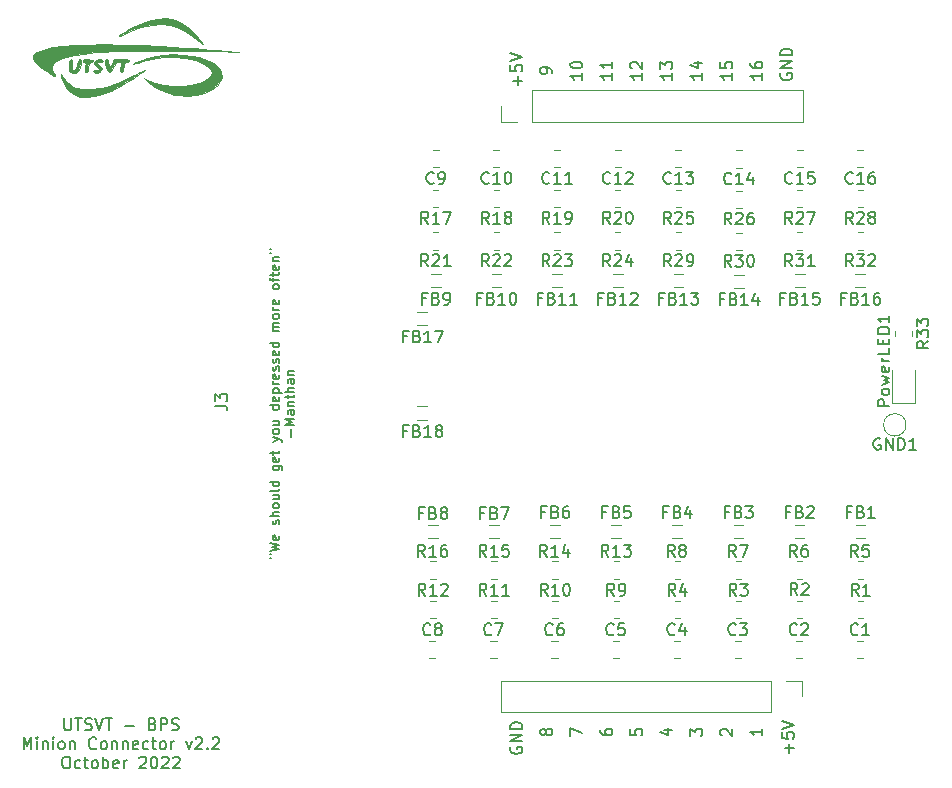
<source format=gto>
%TF.GenerationSoftware,KiCad,Pcbnew,7.0.2*%
%TF.CreationDate,2023-10-23T14:01:15-05:00*%
%TF.ProjectId,BPS-MinionShield,4250532d-4d69-46e6-996f-6e536869656c,rev?*%
%TF.SameCoordinates,Original*%
%TF.FileFunction,Legend,Top*%
%TF.FilePolarity,Positive*%
%FSLAX46Y46*%
G04 Gerber Fmt 4.6, Leading zero omitted, Abs format (unit mm)*
G04 Created by KiCad (PCBNEW 7.0.2) date 2023-10-23 14:01:15*
%MOMM*%
%LPD*%
G01*
G04 APERTURE LIST*
%ADD10C,0.150000*%
%ADD11C,0.160000*%
%ADD12C,0.120000*%
%ADD13C,0.010000*%
G04 APERTURE END LIST*
D10*
X148081666Y-76261904D02*
X148081666Y-75500000D01*
X148462619Y-75880952D02*
X147700714Y-75880952D01*
X147462619Y-74547619D02*
X147462619Y-75023809D01*
X147462619Y-75023809D02*
X147938809Y-75071428D01*
X147938809Y-75071428D02*
X147891190Y-75023809D01*
X147891190Y-75023809D02*
X147843571Y-74928571D01*
X147843571Y-74928571D02*
X147843571Y-74690476D01*
X147843571Y-74690476D02*
X147891190Y-74595238D01*
X147891190Y-74595238D02*
X147938809Y-74547619D01*
X147938809Y-74547619D02*
X148034047Y-74500000D01*
X148034047Y-74500000D02*
X148272142Y-74500000D01*
X148272142Y-74500000D02*
X148367380Y-74547619D01*
X148367380Y-74547619D02*
X148415000Y-74595238D01*
X148415000Y-74595238D02*
X148462619Y-74690476D01*
X148462619Y-74690476D02*
X148462619Y-74928571D01*
X148462619Y-74928571D02*
X148415000Y-75023809D01*
X148415000Y-75023809D02*
X148367380Y-75071428D01*
X147462619Y-74214285D02*
X148462619Y-73880952D01*
X148462619Y-73880952D02*
X147462619Y-73547619D01*
X156082619Y-75190476D02*
X156082619Y-75761904D01*
X156082619Y-75476190D02*
X155082619Y-75476190D01*
X155082619Y-75476190D02*
X155225476Y-75571428D01*
X155225476Y-75571428D02*
X155320714Y-75666666D01*
X155320714Y-75666666D02*
X155368333Y-75761904D01*
X156082619Y-74238095D02*
X156082619Y-74809523D01*
X156082619Y-74523809D02*
X155082619Y-74523809D01*
X155082619Y-74523809D02*
X155225476Y-74619047D01*
X155225476Y-74619047D02*
X155320714Y-74714285D01*
X155320714Y-74714285D02*
X155368333Y-74809523D01*
X160495952Y-130809523D02*
X161162619Y-130809523D01*
X160115000Y-131047618D02*
X160829285Y-131285713D01*
X160829285Y-131285713D02*
X160829285Y-130666666D01*
X158622619Y-75190476D02*
X158622619Y-75761904D01*
X158622619Y-75476190D02*
X157622619Y-75476190D01*
X157622619Y-75476190D02*
X157765476Y-75571428D01*
X157765476Y-75571428D02*
X157860714Y-75666666D01*
X157860714Y-75666666D02*
X157908333Y-75761904D01*
X157717857Y-74809523D02*
X157670238Y-74761904D01*
X157670238Y-74761904D02*
X157622619Y-74666666D01*
X157622619Y-74666666D02*
X157622619Y-74428571D01*
X157622619Y-74428571D02*
X157670238Y-74333333D01*
X157670238Y-74333333D02*
X157717857Y-74285714D01*
X157717857Y-74285714D02*
X157813095Y-74238095D01*
X157813095Y-74238095D02*
X157908333Y-74238095D01*
X157908333Y-74238095D02*
X158051190Y-74285714D01*
X158051190Y-74285714D02*
X158622619Y-74857142D01*
X158622619Y-74857142D02*
X158622619Y-74238095D01*
X166242619Y-75190476D02*
X166242619Y-75761904D01*
X166242619Y-75476190D02*
X165242619Y-75476190D01*
X165242619Y-75476190D02*
X165385476Y-75571428D01*
X165385476Y-75571428D02*
X165480714Y-75666666D01*
X165480714Y-75666666D02*
X165528333Y-75761904D01*
X165242619Y-74285714D02*
X165242619Y-74761904D01*
X165242619Y-74761904D02*
X165718809Y-74809523D01*
X165718809Y-74809523D02*
X165671190Y-74761904D01*
X165671190Y-74761904D02*
X165623571Y-74666666D01*
X165623571Y-74666666D02*
X165623571Y-74428571D01*
X165623571Y-74428571D02*
X165671190Y-74333333D01*
X165671190Y-74333333D02*
X165718809Y-74285714D01*
X165718809Y-74285714D02*
X165814047Y-74238095D01*
X165814047Y-74238095D02*
X166052142Y-74238095D01*
X166052142Y-74238095D02*
X166147380Y-74285714D01*
X166147380Y-74285714D02*
X166195000Y-74333333D01*
X166195000Y-74333333D02*
X166242619Y-74428571D01*
X166242619Y-74428571D02*
X166242619Y-74666666D01*
X166242619Y-74666666D02*
X166195000Y-74761904D01*
X166195000Y-74761904D02*
X166147380Y-74809523D01*
X150962619Y-75190475D02*
X150962619Y-74999999D01*
X150962619Y-74999999D02*
X150915000Y-74904761D01*
X150915000Y-74904761D02*
X150867380Y-74857142D01*
X150867380Y-74857142D02*
X150724523Y-74761904D01*
X150724523Y-74761904D02*
X150534047Y-74714285D01*
X150534047Y-74714285D02*
X150153095Y-74714285D01*
X150153095Y-74714285D02*
X150057857Y-74761904D01*
X150057857Y-74761904D02*
X150010238Y-74809523D01*
X150010238Y-74809523D02*
X149962619Y-74904761D01*
X149962619Y-74904761D02*
X149962619Y-75095237D01*
X149962619Y-75095237D02*
X150010238Y-75190475D01*
X150010238Y-75190475D02*
X150057857Y-75238094D01*
X150057857Y-75238094D02*
X150153095Y-75285713D01*
X150153095Y-75285713D02*
X150391190Y-75285713D01*
X150391190Y-75285713D02*
X150486428Y-75238094D01*
X150486428Y-75238094D02*
X150534047Y-75190475D01*
X150534047Y-75190475D02*
X150581666Y-75095237D01*
X150581666Y-75095237D02*
X150581666Y-74904761D01*
X150581666Y-74904761D02*
X150534047Y-74809523D01*
X150534047Y-74809523D02*
X150486428Y-74761904D01*
X150486428Y-74761904D02*
X150391190Y-74714285D01*
X171081666Y-132761904D02*
X171081666Y-132000000D01*
X171462619Y-132380952D02*
X170700714Y-132380952D01*
X170462619Y-131047619D02*
X170462619Y-131523809D01*
X170462619Y-131523809D02*
X170938809Y-131571428D01*
X170938809Y-131571428D02*
X170891190Y-131523809D01*
X170891190Y-131523809D02*
X170843571Y-131428571D01*
X170843571Y-131428571D02*
X170843571Y-131190476D01*
X170843571Y-131190476D02*
X170891190Y-131095238D01*
X170891190Y-131095238D02*
X170938809Y-131047619D01*
X170938809Y-131047619D02*
X171034047Y-131000000D01*
X171034047Y-131000000D02*
X171272142Y-131000000D01*
X171272142Y-131000000D02*
X171367380Y-131047619D01*
X171367380Y-131047619D02*
X171415000Y-131095238D01*
X171415000Y-131095238D02*
X171462619Y-131190476D01*
X171462619Y-131190476D02*
X171462619Y-131428571D01*
X171462619Y-131428571D02*
X171415000Y-131523809D01*
X171415000Y-131523809D02*
X171367380Y-131571428D01*
X170462619Y-130714285D02*
X171462619Y-130380952D01*
X171462619Y-130380952D02*
X170462619Y-130047619D01*
X168782619Y-75190476D02*
X168782619Y-75761904D01*
X168782619Y-75476190D02*
X167782619Y-75476190D01*
X167782619Y-75476190D02*
X167925476Y-75571428D01*
X167925476Y-75571428D02*
X168020714Y-75666666D01*
X168020714Y-75666666D02*
X168068333Y-75761904D01*
X167782619Y-74333333D02*
X167782619Y-74523809D01*
X167782619Y-74523809D02*
X167830238Y-74619047D01*
X167830238Y-74619047D02*
X167877857Y-74666666D01*
X167877857Y-74666666D02*
X168020714Y-74761904D01*
X168020714Y-74761904D02*
X168211190Y-74809523D01*
X168211190Y-74809523D02*
X168592142Y-74809523D01*
X168592142Y-74809523D02*
X168687380Y-74761904D01*
X168687380Y-74761904D02*
X168735000Y-74714285D01*
X168735000Y-74714285D02*
X168782619Y-74619047D01*
X168782619Y-74619047D02*
X168782619Y-74428571D01*
X168782619Y-74428571D02*
X168735000Y-74333333D01*
X168735000Y-74333333D02*
X168687380Y-74285714D01*
X168687380Y-74285714D02*
X168592142Y-74238095D01*
X168592142Y-74238095D02*
X168354047Y-74238095D01*
X168354047Y-74238095D02*
X168258809Y-74285714D01*
X168258809Y-74285714D02*
X168211190Y-74333333D01*
X168211190Y-74333333D02*
X168163571Y-74428571D01*
X168163571Y-74428571D02*
X168163571Y-74619047D01*
X168163571Y-74619047D02*
X168211190Y-74714285D01*
X168211190Y-74714285D02*
X168258809Y-74761904D01*
X168258809Y-74761904D02*
X168354047Y-74809523D01*
X157622619Y-130761904D02*
X157622619Y-131238094D01*
X157622619Y-131238094D02*
X158098809Y-131285713D01*
X158098809Y-131285713D02*
X158051190Y-131238094D01*
X158051190Y-131238094D02*
X158003571Y-131142856D01*
X158003571Y-131142856D02*
X158003571Y-130904761D01*
X158003571Y-130904761D02*
X158051190Y-130809523D01*
X158051190Y-130809523D02*
X158098809Y-130761904D01*
X158098809Y-130761904D02*
X158194047Y-130714285D01*
X158194047Y-130714285D02*
X158432142Y-130714285D01*
X158432142Y-130714285D02*
X158527380Y-130761904D01*
X158527380Y-130761904D02*
X158575000Y-130809523D01*
X158575000Y-130809523D02*
X158622619Y-130904761D01*
X158622619Y-130904761D02*
X158622619Y-131142856D01*
X158622619Y-131142856D02*
X158575000Y-131238094D01*
X158575000Y-131238094D02*
X158527380Y-131285713D01*
X162702619Y-131333332D02*
X162702619Y-130714285D01*
X162702619Y-130714285D02*
X163083571Y-131047618D01*
X163083571Y-131047618D02*
X163083571Y-130904761D01*
X163083571Y-130904761D02*
X163131190Y-130809523D01*
X163131190Y-130809523D02*
X163178809Y-130761904D01*
X163178809Y-130761904D02*
X163274047Y-130714285D01*
X163274047Y-130714285D02*
X163512142Y-130714285D01*
X163512142Y-130714285D02*
X163607380Y-130761904D01*
X163607380Y-130761904D02*
X163655000Y-130809523D01*
X163655000Y-130809523D02*
X163702619Y-130904761D01*
X163702619Y-130904761D02*
X163702619Y-131190475D01*
X163702619Y-131190475D02*
X163655000Y-131285713D01*
X163655000Y-131285713D02*
X163607380Y-131333332D01*
X170370238Y-75238095D02*
X170322619Y-75333333D01*
X170322619Y-75333333D02*
X170322619Y-75476190D01*
X170322619Y-75476190D02*
X170370238Y-75619047D01*
X170370238Y-75619047D02*
X170465476Y-75714285D01*
X170465476Y-75714285D02*
X170560714Y-75761904D01*
X170560714Y-75761904D02*
X170751190Y-75809523D01*
X170751190Y-75809523D02*
X170894047Y-75809523D01*
X170894047Y-75809523D02*
X171084523Y-75761904D01*
X171084523Y-75761904D02*
X171179761Y-75714285D01*
X171179761Y-75714285D02*
X171275000Y-75619047D01*
X171275000Y-75619047D02*
X171322619Y-75476190D01*
X171322619Y-75476190D02*
X171322619Y-75380952D01*
X171322619Y-75380952D02*
X171275000Y-75238095D01*
X171275000Y-75238095D02*
X171227380Y-75190476D01*
X171227380Y-75190476D02*
X170894047Y-75190476D01*
X170894047Y-75190476D02*
X170894047Y-75380952D01*
X171322619Y-74761904D02*
X170322619Y-74761904D01*
X170322619Y-74761904D02*
X171322619Y-74190476D01*
X171322619Y-74190476D02*
X170322619Y-74190476D01*
X171322619Y-73714285D02*
X170322619Y-73714285D01*
X170322619Y-73714285D02*
X170322619Y-73476190D01*
X170322619Y-73476190D02*
X170370238Y-73333333D01*
X170370238Y-73333333D02*
X170465476Y-73238095D01*
X170465476Y-73238095D02*
X170560714Y-73190476D01*
X170560714Y-73190476D02*
X170751190Y-73142857D01*
X170751190Y-73142857D02*
X170894047Y-73142857D01*
X170894047Y-73142857D02*
X171084523Y-73190476D01*
X171084523Y-73190476D02*
X171179761Y-73238095D01*
X171179761Y-73238095D02*
X171275000Y-73333333D01*
X171275000Y-73333333D02*
X171322619Y-73476190D01*
X171322619Y-73476190D02*
X171322619Y-73714285D01*
X109690476Y-129842619D02*
X109690476Y-130652142D01*
X109690476Y-130652142D02*
X109738095Y-130747380D01*
X109738095Y-130747380D02*
X109785714Y-130795000D01*
X109785714Y-130795000D02*
X109880952Y-130842619D01*
X109880952Y-130842619D02*
X110071428Y-130842619D01*
X110071428Y-130842619D02*
X110166666Y-130795000D01*
X110166666Y-130795000D02*
X110214285Y-130747380D01*
X110214285Y-130747380D02*
X110261904Y-130652142D01*
X110261904Y-130652142D02*
X110261904Y-129842619D01*
X110595238Y-129842619D02*
X111166666Y-129842619D01*
X110880952Y-130842619D02*
X110880952Y-129842619D01*
X111452381Y-130795000D02*
X111595238Y-130842619D01*
X111595238Y-130842619D02*
X111833333Y-130842619D01*
X111833333Y-130842619D02*
X111928571Y-130795000D01*
X111928571Y-130795000D02*
X111976190Y-130747380D01*
X111976190Y-130747380D02*
X112023809Y-130652142D01*
X112023809Y-130652142D02*
X112023809Y-130556904D01*
X112023809Y-130556904D02*
X111976190Y-130461666D01*
X111976190Y-130461666D02*
X111928571Y-130414047D01*
X111928571Y-130414047D02*
X111833333Y-130366428D01*
X111833333Y-130366428D02*
X111642857Y-130318809D01*
X111642857Y-130318809D02*
X111547619Y-130271190D01*
X111547619Y-130271190D02*
X111500000Y-130223571D01*
X111500000Y-130223571D02*
X111452381Y-130128333D01*
X111452381Y-130128333D02*
X111452381Y-130033095D01*
X111452381Y-130033095D02*
X111500000Y-129937857D01*
X111500000Y-129937857D02*
X111547619Y-129890238D01*
X111547619Y-129890238D02*
X111642857Y-129842619D01*
X111642857Y-129842619D02*
X111880952Y-129842619D01*
X111880952Y-129842619D02*
X112023809Y-129890238D01*
X112309524Y-129842619D02*
X112642857Y-130842619D01*
X112642857Y-130842619D02*
X112976190Y-129842619D01*
X113166667Y-129842619D02*
X113738095Y-129842619D01*
X113452381Y-130842619D02*
X113452381Y-129842619D01*
X114833334Y-130461666D02*
X115595239Y-130461666D01*
X117166667Y-130318809D02*
X117309524Y-130366428D01*
X117309524Y-130366428D02*
X117357143Y-130414047D01*
X117357143Y-130414047D02*
X117404762Y-130509285D01*
X117404762Y-130509285D02*
X117404762Y-130652142D01*
X117404762Y-130652142D02*
X117357143Y-130747380D01*
X117357143Y-130747380D02*
X117309524Y-130795000D01*
X117309524Y-130795000D02*
X117214286Y-130842619D01*
X117214286Y-130842619D02*
X116833334Y-130842619D01*
X116833334Y-130842619D02*
X116833334Y-129842619D01*
X116833334Y-129842619D02*
X117166667Y-129842619D01*
X117166667Y-129842619D02*
X117261905Y-129890238D01*
X117261905Y-129890238D02*
X117309524Y-129937857D01*
X117309524Y-129937857D02*
X117357143Y-130033095D01*
X117357143Y-130033095D02*
X117357143Y-130128333D01*
X117357143Y-130128333D02*
X117309524Y-130223571D01*
X117309524Y-130223571D02*
X117261905Y-130271190D01*
X117261905Y-130271190D02*
X117166667Y-130318809D01*
X117166667Y-130318809D02*
X116833334Y-130318809D01*
X117833334Y-130842619D02*
X117833334Y-129842619D01*
X117833334Y-129842619D02*
X118214286Y-129842619D01*
X118214286Y-129842619D02*
X118309524Y-129890238D01*
X118309524Y-129890238D02*
X118357143Y-129937857D01*
X118357143Y-129937857D02*
X118404762Y-130033095D01*
X118404762Y-130033095D02*
X118404762Y-130175952D01*
X118404762Y-130175952D02*
X118357143Y-130271190D01*
X118357143Y-130271190D02*
X118309524Y-130318809D01*
X118309524Y-130318809D02*
X118214286Y-130366428D01*
X118214286Y-130366428D02*
X117833334Y-130366428D01*
X118785715Y-130795000D02*
X118928572Y-130842619D01*
X118928572Y-130842619D02*
X119166667Y-130842619D01*
X119166667Y-130842619D02*
X119261905Y-130795000D01*
X119261905Y-130795000D02*
X119309524Y-130747380D01*
X119309524Y-130747380D02*
X119357143Y-130652142D01*
X119357143Y-130652142D02*
X119357143Y-130556904D01*
X119357143Y-130556904D02*
X119309524Y-130461666D01*
X119309524Y-130461666D02*
X119261905Y-130414047D01*
X119261905Y-130414047D02*
X119166667Y-130366428D01*
X119166667Y-130366428D02*
X118976191Y-130318809D01*
X118976191Y-130318809D02*
X118880953Y-130271190D01*
X118880953Y-130271190D02*
X118833334Y-130223571D01*
X118833334Y-130223571D02*
X118785715Y-130128333D01*
X118785715Y-130128333D02*
X118785715Y-130033095D01*
X118785715Y-130033095D02*
X118833334Y-129937857D01*
X118833334Y-129937857D02*
X118880953Y-129890238D01*
X118880953Y-129890238D02*
X118976191Y-129842619D01*
X118976191Y-129842619D02*
X119214286Y-129842619D01*
X119214286Y-129842619D02*
X119357143Y-129890238D01*
X106238095Y-132462619D02*
X106238095Y-131462619D01*
X106238095Y-131462619D02*
X106571428Y-132176904D01*
X106571428Y-132176904D02*
X106904761Y-131462619D01*
X106904761Y-131462619D02*
X106904761Y-132462619D01*
X107380952Y-132462619D02*
X107380952Y-131795952D01*
X107380952Y-131462619D02*
X107333333Y-131510238D01*
X107333333Y-131510238D02*
X107380952Y-131557857D01*
X107380952Y-131557857D02*
X107428571Y-131510238D01*
X107428571Y-131510238D02*
X107380952Y-131462619D01*
X107380952Y-131462619D02*
X107380952Y-131557857D01*
X107857142Y-131795952D02*
X107857142Y-132462619D01*
X107857142Y-131891190D02*
X107904761Y-131843571D01*
X107904761Y-131843571D02*
X107999999Y-131795952D01*
X107999999Y-131795952D02*
X108142856Y-131795952D01*
X108142856Y-131795952D02*
X108238094Y-131843571D01*
X108238094Y-131843571D02*
X108285713Y-131938809D01*
X108285713Y-131938809D02*
X108285713Y-132462619D01*
X108761904Y-132462619D02*
X108761904Y-131795952D01*
X108761904Y-131462619D02*
X108714285Y-131510238D01*
X108714285Y-131510238D02*
X108761904Y-131557857D01*
X108761904Y-131557857D02*
X108809523Y-131510238D01*
X108809523Y-131510238D02*
X108761904Y-131462619D01*
X108761904Y-131462619D02*
X108761904Y-131557857D01*
X109380951Y-132462619D02*
X109285713Y-132415000D01*
X109285713Y-132415000D02*
X109238094Y-132367380D01*
X109238094Y-132367380D02*
X109190475Y-132272142D01*
X109190475Y-132272142D02*
X109190475Y-131986428D01*
X109190475Y-131986428D02*
X109238094Y-131891190D01*
X109238094Y-131891190D02*
X109285713Y-131843571D01*
X109285713Y-131843571D02*
X109380951Y-131795952D01*
X109380951Y-131795952D02*
X109523808Y-131795952D01*
X109523808Y-131795952D02*
X109619046Y-131843571D01*
X109619046Y-131843571D02*
X109666665Y-131891190D01*
X109666665Y-131891190D02*
X109714284Y-131986428D01*
X109714284Y-131986428D02*
X109714284Y-132272142D01*
X109714284Y-132272142D02*
X109666665Y-132367380D01*
X109666665Y-132367380D02*
X109619046Y-132415000D01*
X109619046Y-132415000D02*
X109523808Y-132462619D01*
X109523808Y-132462619D02*
X109380951Y-132462619D01*
X110142856Y-131795952D02*
X110142856Y-132462619D01*
X110142856Y-131891190D02*
X110190475Y-131843571D01*
X110190475Y-131843571D02*
X110285713Y-131795952D01*
X110285713Y-131795952D02*
X110428570Y-131795952D01*
X110428570Y-131795952D02*
X110523808Y-131843571D01*
X110523808Y-131843571D02*
X110571427Y-131938809D01*
X110571427Y-131938809D02*
X110571427Y-132462619D01*
X112380951Y-132367380D02*
X112333332Y-132415000D01*
X112333332Y-132415000D02*
X112190475Y-132462619D01*
X112190475Y-132462619D02*
X112095237Y-132462619D01*
X112095237Y-132462619D02*
X111952380Y-132415000D01*
X111952380Y-132415000D02*
X111857142Y-132319761D01*
X111857142Y-132319761D02*
X111809523Y-132224523D01*
X111809523Y-132224523D02*
X111761904Y-132034047D01*
X111761904Y-132034047D02*
X111761904Y-131891190D01*
X111761904Y-131891190D02*
X111809523Y-131700714D01*
X111809523Y-131700714D02*
X111857142Y-131605476D01*
X111857142Y-131605476D02*
X111952380Y-131510238D01*
X111952380Y-131510238D02*
X112095237Y-131462619D01*
X112095237Y-131462619D02*
X112190475Y-131462619D01*
X112190475Y-131462619D02*
X112333332Y-131510238D01*
X112333332Y-131510238D02*
X112380951Y-131557857D01*
X112952380Y-132462619D02*
X112857142Y-132415000D01*
X112857142Y-132415000D02*
X112809523Y-132367380D01*
X112809523Y-132367380D02*
X112761904Y-132272142D01*
X112761904Y-132272142D02*
X112761904Y-131986428D01*
X112761904Y-131986428D02*
X112809523Y-131891190D01*
X112809523Y-131891190D02*
X112857142Y-131843571D01*
X112857142Y-131843571D02*
X112952380Y-131795952D01*
X112952380Y-131795952D02*
X113095237Y-131795952D01*
X113095237Y-131795952D02*
X113190475Y-131843571D01*
X113190475Y-131843571D02*
X113238094Y-131891190D01*
X113238094Y-131891190D02*
X113285713Y-131986428D01*
X113285713Y-131986428D02*
X113285713Y-132272142D01*
X113285713Y-132272142D02*
X113238094Y-132367380D01*
X113238094Y-132367380D02*
X113190475Y-132415000D01*
X113190475Y-132415000D02*
X113095237Y-132462619D01*
X113095237Y-132462619D02*
X112952380Y-132462619D01*
X113714285Y-131795952D02*
X113714285Y-132462619D01*
X113714285Y-131891190D02*
X113761904Y-131843571D01*
X113761904Y-131843571D02*
X113857142Y-131795952D01*
X113857142Y-131795952D02*
X113999999Y-131795952D01*
X113999999Y-131795952D02*
X114095237Y-131843571D01*
X114095237Y-131843571D02*
X114142856Y-131938809D01*
X114142856Y-131938809D02*
X114142856Y-132462619D01*
X114619047Y-131795952D02*
X114619047Y-132462619D01*
X114619047Y-131891190D02*
X114666666Y-131843571D01*
X114666666Y-131843571D02*
X114761904Y-131795952D01*
X114761904Y-131795952D02*
X114904761Y-131795952D01*
X114904761Y-131795952D02*
X114999999Y-131843571D01*
X114999999Y-131843571D02*
X115047618Y-131938809D01*
X115047618Y-131938809D02*
X115047618Y-132462619D01*
X115904761Y-132415000D02*
X115809523Y-132462619D01*
X115809523Y-132462619D02*
X115619047Y-132462619D01*
X115619047Y-132462619D02*
X115523809Y-132415000D01*
X115523809Y-132415000D02*
X115476190Y-132319761D01*
X115476190Y-132319761D02*
X115476190Y-131938809D01*
X115476190Y-131938809D02*
X115523809Y-131843571D01*
X115523809Y-131843571D02*
X115619047Y-131795952D01*
X115619047Y-131795952D02*
X115809523Y-131795952D01*
X115809523Y-131795952D02*
X115904761Y-131843571D01*
X115904761Y-131843571D02*
X115952380Y-131938809D01*
X115952380Y-131938809D02*
X115952380Y-132034047D01*
X115952380Y-132034047D02*
X115476190Y-132129285D01*
X116809523Y-132415000D02*
X116714285Y-132462619D01*
X116714285Y-132462619D02*
X116523809Y-132462619D01*
X116523809Y-132462619D02*
X116428571Y-132415000D01*
X116428571Y-132415000D02*
X116380952Y-132367380D01*
X116380952Y-132367380D02*
X116333333Y-132272142D01*
X116333333Y-132272142D02*
X116333333Y-131986428D01*
X116333333Y-131986428D02*
X116380952Y-131891190D01*
X116380952Y-131891190D02*
X116428571Y-131843571D01*
X116428571Y-131843571D02*
X116523809Y-131795952D01*
X116523809Y-131795952D02*
X116714285Y-131795952D01*
X116714285Y-131795952D02*
X116809523Y-131843571D01*
X117095238Y-131795952D02*
X117476190Y-131795952D01*
X117238095Y-131462619D02*
X117238095Y-132319761D01*
X117238095Y-132319761D02*
X117285714Y-132415000D01*
X117285714Y-132415000D02*
X117380952Y-132462619D01*
X117380952Y-132462619D02*
X117476190Y-132462619D01*
X117952381Y-132462619D02*
X117857143Y-132415000D01*
X117857143Y-132415000D02*
X117809524Y-132367380D01*
X117809524Y-132367380D02*
X117761905Y-132272142D01*
X117761905Y-132272142D02*
X117761905Y-131986428D01*
X117761905Y-131986428D02*
X117809524Y-131891190D01*
X117809524Y-131891190D02*
X117857143Y-131843571D01*
X117857143Y-131843571D02*
X117952381Y-131795952D01*
X117952381Y-131795952D02*
X118095238Y-131795952D01*
X118095238Y-131795952D02*
X118190476Y-131843571D01*
X118190476Y-131843571D02*
X118238095Y-131891190D01*
X118238095Y-131891190D02*
X118285714Y-131986428D01*
X118285714Y-131986428D02*
X118285714Y-132272142D01*
X118285714Y-132272142D02*
X118238095Y-132367380D01*
X118238095Y-132367380D02*
X118190476Y-132415000D01*
X118190476Y-132415000D02*
X118095238Y-132462619D01*
X118095238Y-132462619D02*
X117952381Y-132462619D01*
X118714286Y-132462619D02*
X118714286Y-131795952D01*
X118714286Y-131986428D02*
X118761905Y-131891190D01*
X118761905Y-131891190D02*
X118809524Y-131843571D01*
X118809524Y-131843571D02*
X118904762Y-131795952D01*
X118904762Y-131795952D02*
X119000000Y-131795952D01*
X120000001Y-131795952D02*
X120238096Y-132462619D01*
X120238096Y-132462619D02*
X120476191Y-131795952D01*
X120809525Y-131557857D02*
X120857144Y-131510238D01*
X120857144Y-131510238D02*
X120952382Y-131462619D01*
X120952382Y-131462619D02*
X121190477Y-131462619D01*
X121190477Y-131462619D02*
X121285715Y-131510238D01*
X121285715Y-131510238D02*
X121333334Y-131557857D01*
X121333334Y-131557857D02*
X121380953Y-131653095D01*
X121380953Y-131653095D02*
X121380953Y-131748333D01*
X121380953Y-131748333D02*
X121333334Y-131891190D01*
X121333334Y-131891190D02*
X120761906Y-132462619D01*
X120761906Y-132462619D02*
X121380953Y-132462619D01*
X121809525Y-132367380D02*
X121857144Y-132415000D01*
X121857144Y-132415000D02*
X121809525Y-132462619D01*
X121809525Y-132462619D02*
X121761906Y-132415000D01*
X121761906Y-132415000D02*
X121809525Y-132367380D01*
X121809525Y-132367380D02*
X121809525Y-132462619D01*
X122238096Y-131557857D02*
X122285715Y-131510238D01*
X122285715Y-131510238D02*
X122380953Y-131462619D01*
X122380953Y-131462619D02*
X122619048Y-131462619D01*
X122619048Y-131462619D02*
X122714286Y-131510238D01*
X122714286Y-131510238D02*
X122761905Y-131557857D01*
X122761905Y-131557857D02*
X122809524Y-131653095D01*
X122809524Y-131653095D02*
X122809524Y-131748333D01*
X122809524Y-131748333D02*
X122761905Y-131891190D01*
X122761905Y-131891190D02*
X122190477Y-132462619D01*
X122190477Y-132462619D02*
X122809524Y-132462619D01*
X109761904Y-133082619D02*
X109952380Y-133082619D01*
X109952380Y-133082619D02*
X110047618Y-133130238D01*
X110047618Y-133130238D02*
X110142856Y-133225476D01*
X110142856Y-133225476D02*
X110190475Y-133415952D01*
X110190475Y-133415952D02*
X110190475Y-133749285D01*
X110190475Y-133749285D02*
X110142856Y-133939761D01*
X110142856Y-133939761D02*
X110047618Y-134035000D01*
X110047618Y-134035000D02*
X109952380Y-134082619D01*
X109952380Y-134082619D02*
X109761904Y-134082619D01*
X109761904Y-134082619D02*
X109666666Y-134035000D01*
X109666666Y-134035000D02*
X109571428Y-133939761D01*
X109571428Y-133939761D02*
X109523809Y-133749285D01*
X109523809Y-133749285D02*
X109523809Y-133415952D01*
X109523809Y-133415952D02*
X109571428Y-133225476D01*
X109571428Y-133225476D02*
X109666666Y-133130238D01*
X109666666Y-133130238D02*
X109761904Y-133082619D01*
X111047618Y-134035000D02*
X110952380Y-134082619D01*
X110952380Y-134082619D02*
X110761904Y-134082619D01*
X110761904Y-134082619D02*
X110666666Y-134035000D01*
X110666666Y-134035000D02*
X110619047Y-133987380D01*
X110619047Y-133987380D02*
X110571428Y-133892142D01*
X110571428Y-133892142D02*
X110571428Y-133606428D01*
X110571428Y-133606428D02*
X110619047Y-133511190D01*
X110619047Y-133511190D02*
X110666666Y-133463571D01*
X110666666Y-133463571D02*
X110761904Y-133415952D01*
X110761904Y-133415952D02*
X110952380Y-133415952D01*
X110952380Y-133415952D02*
X111047618Y-133463571D01*
X111333333Y-133415952D02*
X111714285Y-133415952D01*
X111476190Y-133082619D02*
X111476190Y-133939761D01*
X111476190Y-133939761D02*
X111523809Y-134035000D01*
X111523809Y-134035000D02*
X111619047Y-134082619D01*
X111619047Y-134082619D02*
X111714285Y-134082619D01*
X112190476Y-134082619D02*
X112095238Y-134035000D01*
X112095238Y-134035000D02*
X112047619Y-133987380D01*
X112047619Y-133987380D02*
X112000000Y-133892142D01*
X112000000Y-133892142D02*
X112000000Y-133606428D01*
X112000000Y-133606428D02*
X112047619Y-133511190D01*
X112047619Y-133511190D02*
X112095238Y-133463571D01*
X112095238Y-133463571D02*
X112190476Y-133415952D01*
X112190476Y-133415952D02*
X112333333Y-133415952D01*
X112333333Y-133415952D02*
X112428571Y-133463571D01*
X112428571Y-133463571D02*
X112476190Y-133511190D01*
X112476190Y-133511190D02*
X112523809Y-133606428D01*
X112523809Y-133606428D02*
X112523809Y-133892142D01*
X112523809Y-133892142D02*
X112476190Y-133987380D01*
X112476190Y-133987380D02*
X112428571Y-134035000D01*
X112428571Y-134035000D02*
X112333333Y-134082619D01*
X112333333Y-134082619D02*
X112190476Y-134082619D01*
X112952381Y-134082619D02*
X112952381Y-133082619D01*
X112952381Y-133463571D02*
X113047619Y-133415952D01*
X113047619Y-133415952D02*
X113238095Y-133415952D01*
X113238095Y-133415952D02*
X113333333Y-133463571D01*
X113333333Y-133463571D02*
X113380952Y-133511190D01*
X113380952Y-133511190D02*
X113428571Y-133606428D01*
X113428571Y-133606428D02*
X113428571Y-133892142D01*
X113428571Y-133892142D02*
X113380952Y-133987380D01*
X113380952Y-133987380D02*
X113333333Y-134035000D01*
X113333333Y-134035000D02*
X113238095Y-134082619D01*
X113238095Y-134082619D02*
X113047619Y-134082619D01*
X113047619Y-134082619D02*
X112952381Y-134035000D01*
X114238095Y-134035000D02*
X114142857Y-134082619D01*
X114142857Y-134082619D02*
X113952381Y-134082619D01*
X113952381Y-134082619D02*
X113857143Y-134035000D01*
X113857143Y-134035000D02*
X113809524Y-133939761D01*
X113809524Y-133939761D02*
X113809524Y-133558809D01*
X113809524Y-133558809D02*
X113857143Y-133463571D01*
X113857143Y-133463571D02*
X113952381Y-133415952D01*
X113952381Y-133415952D02*
X114142857Y-133415952D01*
X114142857Y-133415952D02*
X114238095Y-133463571D01*
X114238095Y-133463571D02*
X114285714Y-133558809D01*
X114285714Y-133558809D02*
X114285714Y-133654047D01*
X114285714Y-133654047D02*
X113809524Y-133749285D01*
X114714286Y-134082619D02*
X114714286Y-133415952D01*
X114714286Y-133606428D02*
X114761905Y-133511190D01*
X114761905Y-133511190D02*
X114809524Y-133463571D01*
X114809524Y-133463571D02*
X114904762Y-133415952D01*
X114904762Y-133415952D02*
X115000000Y-133415952D01*
X116047620Y-133177857D02*
X116095239Y-133130238D01*
X116095239Y-133130238D02*
X116190477Y-133082619D01*
X116190477Y-133082619D02*
X116428572Y-133082619D01*
X116428572Y-133082619D02*
X116523810Y-133130238D01*
X116523810Y-133130238D02*
X116571429Y-133177857D01*
X116571429Y-133177857D02*
X116619048Y-133273095D01*
X116619048Y-133273095D02*
X116619048Y-133368333D01*
X116619048Y-133368333D02*
X116571429Y-133511190D01*
X116571429Y-133511190D02*
X116000001Y-134082619D01*
X116000001Y-134082619D02*
X116619048Y-134082619D01*
X117238096Y-133082619D02*
X117333334Y-133082619D01*
X117333334Y-133082619D02*
X117428572Y-133130238D01*
X117428572Y-133130238D02*
X117476191Y-133177857D01*
X117476191Y-133177857D02*
X117523810Y-133273095D01*
X117523810Y-133273095D02*
X117571429Y-133463571D01*
X117571429Y-133463571D02*
X117571429Y-133701666D01*
X117571429Y-133701666D02*
X117523810Y-133892142D01*
X117523810Y-133892142D02*
X117476191Y-133987380D01*
X117476191Y-133987380D02*
X117428572Y-134035000D01*
X117428572Y-134035000D02*
X117333334Y-134082619D01*
X117333334Y-134082619D02*
X117238096Y-134082619D01*
X117238096Y-134082619D02*
X117142858Y-134035000D01*
X117142858Y-134035000D02*
X117095239Y-133987380D01*
X117095239Y-133987380D02*
X117047620Y-133892142D01*
X117047620Y-133892142D02*
X117000001Y-133701666D01*
X117000001Y-133701666D02*
X117000001Y-133463571D01*
X117000001Y-133463571D02*
X117047620Y-133273095D01*
X117047620Y-133273095D02*
X117095239Y-133177857D01*
X117095239Y-133177857D02*
X117142858Y-133130238D01*
X117142858Y-133130238D02*
X117238096Y-133082619D01*
X117952382Y-133177857D02*
X118000001Y-133130238D01*
X118000001Y-133130238D02*
X118095239Y-133082619D01*
X118095239Y-133082619D02*
X118333334Y-133082619D01*
X118333334Y-133082619D02*
X118428572Y-133130238D01*
X118428572Y-133130238D02*
X118476191Y-133177857D01*
X118476191Y-133177857D02*
X118523810Y-133273095D01*
X118523810Y-133273095D02*
X118523810Y-133368333D01*
X118523810Y-133368333D02*
X118476191Y-133511190D01*
X118476191Y-133511190D02*
X117904763Y-134082619D01*
X117904763Y-134082619D02*
X118523810Y-134082619D01*
X118904763Y-133177857D02*
X118952382Y-133130238D01*
X118952382Y-133130238D02*
X119047620Y-133082619D01*
X119047620Y-133082619D02*
X119285715Y-133082619D01*
X119285715Y-133082619D02*
X119380953Y-133130238D01*
X119380953Y-133130238D02*
X119428572Y-133177857D01*
X119428572Y-133177857D02*
X119476191Y-133273095D01*
X119476191Y-133273095D02*
X119476191Y-133368333D01*
X119476191Y-133368333D02*
X119428572Y-133511190D01*
X119428572Y-133511190D02*
X118857144Y-134082619D01*
X118857144Y-134082619D02*
X119476191Y-134082619D01*
X155082619Y-130809523D02*
X155082619Y-130999999D01*
X155082619Y-130999999D02*
X155130238Y-131095237D01*
X155130238Y-131095237D02*
X155177857Y-131142856D01*
X155177857Y-131142856D02*
X155320714Y-131238094D01*
X155320714Y-131238094D02*
X155511190Y-131285713D01*
X155511190Y-131285713D02*
X155892142Y-131285713D01*
X155892142Y-131285713D02*
X155987380Y-131238094D01*
X155987380Y-131238094D02*
X156035000Y-131190475D01*
X156035000Y-131190475D02*
X156082619Y-131095237D01*
X156082619Y-131095237D02*
X156082619Y-130904761D01*
X156082619Y-130904761D02*
X156035000Y-130809523D01*
X156035000Y-130809523D02*
X155987380Y-130761904D01*
X155987380Y-130761904D02*
X155892142Y-130714285D01*
X155892142Y-130714285D02*
X155654047Y-130714285D01*
X155654047Y-130714285D02*
X155558809Y-130761904D01*
X155558809Y-130761904D02*
X155511190Y-130809523D01*
X155511190Y-130809523D02*
X155463571Y-130904761D01*
X155463571Y-130904761D02*
X155463571Y-131095237D01*
X155463571Y-131095237D02*
X155511190Y-131190475D01*
X155511190Y-131190475D02*
X155558809Y-131238094D01*
X155558809Y-131238094D02*
X155654047Y-131285713D01*
X153542619Y-75190476D02*
X153542619Y-75761904D01*
X153542619Y-75476190D02*
X152542619Y-75476190D01*
X152542619Y-75476190D02*
X152685476Y-75571428D01*
X152685476Y-75571428D02*
X152780714Y-75666666D01*
X152780714Y-75666666D02*
X152828333Y-75761904D01*
X152542619Y-74571428D02*
X152542619Y-74476190D01*
X152542619Y-74476190D02*
X152590238Y-74380952D01*
X152590238Y-74380952D02*
X152637857Y-74333333D01*
X152637857Y-74333333D02*
X152733095Y-74285714D01*
X152733095Y-74285714D02*
X152923571Y-74238095D01*
X152923571Y-74238095D02*
X153161666Y-74238095D01*
X153161666Y-74238095D02*
X153352142Y-74285714D01*
X153352142Y-74285714D02*
X153447380Y-74333333D01*
X153447380Y-74333333D02*
X153495000Y-74380952D01*
X153495000Y-74380952D02*
X153542619Y-74476190D01*
X153542619Y-74476190D02*
X153542619Y-74571428D01*
X153542619Y-74571428D02*
X153495000Y-74666666D01*
X153495000Y-74666666D02*
X153447380Y-74714285D01*
X153447380Y-74714285D02*
X153352142Y-74761904D01*
X153352142Y-74761904D02*
X153161666Y-74809523D01*
X153161666Y-74809523D02*
X152923571Y-74809523D01*
X152923571Y-74809523D02*
X152733095Y-74761904D01*
X152733095Y-74761904D02*
X152637857Y-74714285D01*
X152637857Y-74714285D02*
X152590238Y-74666666D01*
X152590238Y-74666666D02*
X152542619Y-74571428D01*
X147510238Y-132285714D02*
X147462619Y-132380952D01*
X147462619Y-132380952D02*
X147462619Y-132523809D01*
X147462619Y-132523809D02*
X147510238Y-132666666D01*
X147510238Y-132666666D02*
X147605476Y-132761904D01*
X147605476Y-132761904D02*
X147700714Y-132809523D01*
X147700714Y-132809523D02*
X147891190Y-132857142D01*
X147891190Y-132857142D02*
X148034047Y-132857142D01*
X148034047Y-132857142D02*
X148224523Y-132809523D01*
X148224523Y-132809523D02*
X148319761Y-132761904D01*
X148319761Y-132761904D02*
X148415000Y-132666666D01*
X148415000Y-132666666D02*
X148462619Y-132523809D01*
X148462619Y-132523809D02*
X148462619Y-132428571D01*
X148462619Y-132428571D02*
X148415000Y-132285714D01*
X148415000Y-132285714D02*
X148367380Y-132238095D01*
X148367380Y-132238095D02*
X148034047Y-132238095D01*
X148034047Y-132238095D02*
X148034047Y-132428571D01*
X148462619Y-131809523D02*
X147462619Y-131809523D01*
X147462619Y-131809523D02*
X148462619Y-131238095D01*
X148462619Y-131238095D02*
X147462619Y-131238095D01*
X148462619Y-130761904D02*
X147462619Y-130761904D01*
X147462619Y-130761904D02*
X147462619Y-130523809D01*
X147462619Y-130523809D02*
X147510238Y-130380952D01*
X147510238Y-130380952D02*
X147605476Y-130285714D01*
X147605476Y-130285714D02*
X147700714Y-130238095D01*
X147700714Y-130238095D02*
X147891190Y-130190476D01*
X147891190Y-130190476D02*
X148034047Y-130190476D01*
X148034047Y-130190476D02*
X148224523Y-130238095D01*
X148224523Y-130238095D02*
X148319761Y-130285714D01*
X148319761Y-130285714D02*
X148415000Y-130380952D01*
X148415000Y-130380952D02*
X148462619Y-130523809D01*
X148462619Y-130523809D02*
X148462619Y-130761904D01*
X165337857Y-131285713D02*
X165290238Y-131238094D01*
X165290238Y-131238094D02*
X165242619Y-131142856D01*
X165242619Y-131142856D02*
X165242619Y-130904761D01*
X165242619Y-130904761D02*
X165290238Y-130809523D01*
X165290238Y-130809523D02*
X165337857Y-130761904D01*
X165337857Y-130761904D02*
X165433095Y-130714285D01*
X165433095Y-130714285D02*
X165528333Y-130714285D01*
X165528333Y-130714285D02*
X165671190Y-130761904D01*
X165671190Y-130761904D02*
X166242619Y-131333332D01*
X166242619Y-131333332D02*
X166242619Y-130714285D01*
X161162619Y-75190476D02*
X161162619Y-75761904D01*
X161162619Y-75476190D02*
X160162619Y-75476190D01*
X160162619Y-75476190D02*
X160305476Y-75571428D01*
X160305476Y-75571428D02*
X160400714Y-75666666D01*
X160400714Y-75666666D02*
X160448333Y-75761904D01*
X160162619Y-74857142D02*
X160162619Y-74238095D01*
X160162619Y-74238095D02*
X160543571Y-74571428D01*
X160543571Y-74571428D02*
X160543571Y-74428571D01*
X160543571Y-74428571D02*
X160591190Y-74333333D01*
X160591190Y-74333333D02*
X160638809Y-74285714D01*
X160638809Y-74285714D02*
X160734047Y-74238095D01*
X160734047Y-74238095D02*
X160972142Y-74238095D01*
X160972142Y-74238095D02*
X161067380Y-74285714D01*
X161067380Y-74285714D02*
X161115000Y-74333333D01*
X161115000Y-74333333D02*
X161162619Y-74428571D01*
X161162619Y-74428571D02*
X161162619Y-74714285D01*
X161162619Y-74714285D02*
X161115000Y-74809523D01*
X161115000Y-74809523D02*
X161067380Y-74857142D01*
X150431190Y-131095237D02*
X150383571Y-131190475D01*
X150383571Y-131190475D02*
X150335952Y-131238094D01*
X150335952Y-131238094D02*
X150240714Y-131285713D01*
X150240714Y-131285713D02*
X150193095Y-131285713D01*
X150193095Y-131285713D02*
X150097857Y-131238094D01*
X150097857Y-131238094D02*
X150050238Y-131190475D01*
X150050238Y-131190475D02*
X150002619Y-131095237D01*
X150002619Y-131095237D02*
X150002619Y-130904761D01*
X150002619Y-130904761D02*
X150050238Y-130809523D01*
X150050238Y-130809523D02*
X150097857Y-130761904D01*
X150097857Y-130761904D02*
X150193095Y-130714285D01*
X150193095Y-130714285D02*
X150240714Y-130714285D01*
X150240714Y-130714285D02*
X150335952Y-130761904D01*
X150335952Y-130761904D02*
X150383571Y-130809523D01*
X150383571Y-130809523D02*
X150431190Y-130904761D01*
X150431190Y-130904761D02*
X150431190Y-131095237D01*
X150431190Y-131095237D02*
X150478809Y-131190475D01*
X150478809Y-131190475D02*
X150526428Y-131238094D01*
X150526428Y-131238094D02*
X150621666Y-131285713D01*
X150621666Y-131285713D02*
X150812142Y-131285713D01*
X150812142Y-131285713D02*
X150907380Y-131238094D01*
X150907380Y-131238094D02*
X150955000Y-131190475D01*
X150955000Y-131190475D02*
X151002619Y-131095237D01*
X151002619Y-131095237D02*
X151002619Y-130904761D01*
X151002619Y-130904761D02*
X150955000Y-130809523D01*
X150955000Y-130809523D02*
X150907380Y-130761904D01*
X150907380Y-130761904D02*
X150812142Y-130714285D01*
X150812142Y-130714285D02*
X150621666Y-130714285D01*
X150621666Y-130714285D02*
X150526428Y-130761904D01*
X150526428Y-130761904D02*
X150478809Y-130809523D01*
X150478809Y-130809523D02*
X150431190Y-130904761D01*
X152542619Y-131333332D02*
X152542619Y-130666666D01*
X152542619Y-130666666D02*
X153542619Y-131095237D01*
X168782619Y-130714285D02*
X168782619Y-131285713D01*
X168782619Y-130999999D02*
X167782619Y-130999999D01*
X167782619Y-130999999D02*
X167925476Y-131095237D01*
X167925476Y-131095237D02*
X168020714Y-131190475D01*
X168020714Y-131190475D02*
X168068333Y-131285713D01*
D11*
X127062095Y-116247622D02*
X127214476Y-116247622D01*
X127062095Y-115942860D02*
X127214476Y-115942860D01*
X127062095Y-115676193D02*
X127862095Y-115485717D01*
X127862095Y-115485717D02*
X127290666Y-115333336D01*
X127290666Y-115333336D02*
X127862095Y-115180955D01*
X127862095Y-115180955D02*
X127062095Y-114990479D01*
X127824000Y-114380954D02*
X127862095Y-114457145D01*
X127862095Y-114457145D02*
X127862095Y-114609526D01*
X127862095Y-114609526D02*
X127824000Y-114685716D01*
X127824000Y-114685716D02*
X127747809Y-114723812D01*
X127747809Y-114723812D02*
X127443047Y-114723812D01*
X127443047Y-114723812D02*
X127366857Y-114685716D01*
X127366857Y-114685716D02*
X127328761Y-114609526D01*
X127328761Y-114609526D02*
X127328761Y-114457145D01*
X127328761Y-114457145D02*
X127366857Y-114380954D01*
X127366857Y-114380954D02*
X127443047Y-114342859D01*
X127443047Y-114342859D02*
X127519238Y-114342859D01*
X127519238Y-114342859D02*
X127595428Y-114723812D01*
X127824000Y-113428574D02*
X127862095Y-113352383D01*
X127862095Y-113352383D02*
X127862095Y-113200002D01*
X127862095Y-113200002D02*
X127824000Y-113123812D01*
X127824000Y-113123812D02*
X127747809Y-113085716D01*
X127747809Y-113085716D02*
X127709714Y-113085716D01*
X127709714Y-113085716D02*
X127633523Y-113123812D01*
X127633523Y-113123812D02*
X127595428Y-113200002D01*
X127595428Y-113200002D02*
X127595428Y-113314288D01*
X127595428Y-113314288D02*
X127557333Y-113390478D01*
X127557333Y-113390478D02*
X127481142Y-113428574D01*
X127481142Y-113428574D02*
X127443047Y-113428574D01*
X127443047Y-113428574D02*
X127366857Y-113390478D01*
X127366857Y-113390478D02*
X127328761Y-113314288D01*
X127328761Y-113314288D02*
X127328761Y-113200002D01*
X127328761Y-113200002D02*
X127366857Y-113123812D01*
X127862095Y-112742859D02*
X127062095Y-112742859D01*
X127862095Y-112400002D02*
X127443047Y-112400002D01*
X127443047Y-112400002D02*
X127366857Y-112438097D01*
X127366857Y-112438097D02*
X127328761Y-112514288D01*
X127328761Y-112514288D02*
X127328761Y-112628574D01*
X127328761Y-112628574D02*
X127366857Y-112704764D01*
X127366857Y-112704764D02*
X127404952Y-112742859D01*
X127862095Y-111904764D02*
X127824000Y-111980954D01*
X127824000Y-111980954D02*
X127785904Y-112019049D01*
X127785904Y-112019049D02*
X127709714Y-112057145D01*
X127709714Y-112057145D02*
X127481142Y-112057145D01*
X127481142Y-112057145D02*
X127404952Y-112019049D01*
X127404952Y-112019049D02*
X127366857Y-111980954D01*
X127366857Y-111980954D02*
X127328761Y-111904764D01*
X127328761Y-111904764D02*
X127328761Y-111790478D01*
X127328761Y-111790478D02*
X127366857Y-111714287D01*
X127366857Y-111714287D02*
X127404952Y-111676192D01*
X127404952Y-111676192D02*
X127481142Y-111638097D01*
X127481142Y-111638097D02*
X127709714Y-111638097D01*
X127709714Y-111638097D02*
X127785904Y-111676192D01*
X127785904Y-111676192D02*
X127824000Y-111714287D01*
X127824000Y-111714287D02*
X127862095Y-111790478D01*
X127862095Y-111790478D02*
X127862095Y-111904764D01*
X127328761Y-110952382D02*
X127862095Y-110952382D01*
X127328761Y-111295239D02*
X127747809Y-111295239D01*
X127747809Y-111295239D02*
X127824000Y-111257144D01*
X127824000Y-111257144D02*
X127862095Y-111180954D01*
X127862095Y-111180954D02*
X127862095Y-111066668D01*
X127862095Y-111066668D02*
X127824000Y-110990477D01*
X127824000Y-110990477D02*
X127785904Y-110952382D01*
X127862095Y-110457144D02*
X127824000Y-110533334D01*
X127824000Y-110533334D02*
X127747809Y-110571429D01*
X127747809Y-110571429D02*
X127062095Y-110571429D01*
X127862095Y-109809524D02*
X127062095Y-109809524D01*
X127824000Y-109809524D02*
X127862095Y-109885715D01*
X127862095Y-109885715D02*
X127862095Y-110038096D01*
X127862095Y-110038096D02*
X127824000Y-110114286D01*
X127824000Y-110114286D02*
X127785904Y-110152381D01*
X127785904Y-110152381D02*
X127709714Y-110190477D01*
X127709714Y-110190477D02*
X127481142Y-110190477D01*
X127481142Y-110190477D02*
X127404952Y-110152381D01*
X127404952Y-110152381D02*
X127366857Y-110114286D01*
X127366857Y-110114286D02*
X127328761Y-110038096D01*
X127328761Y-110038096D02*
X127328761Y-109885715D01*
X127328761Y-109885715D02*
X127366857Y-109809524D01*
X127328761Y-108476190D02*
X127976380Y-108476190D01*
X127976380Y-108476190D02*
X128052571Y-108514285D01*
X128052571Y-108514285D02*
X128090666Y-108552381D01*
X128090666Y-108552381D02*
X128128761Y-108628571D01*
X128128761Y-108628571D02*
X128128761Y-108742857D01*
X128128761Y-108742857D02*
X128090666Y-108819047D01*
X127824000Y-108476190D02*
X127862095Y-108552381D01*
X127862095Y-108552381D02*
X127862095Y-108704762D01*
X127862095Y-108704762D02*
X127824000Y-108780952D01*
X127824000Y-108780952D02*
X127785904Y-108819047D01*
X127785904Y-108819047D02*
X127709714Y-108857143D01*
X127709714Y-108857143D02*
X127481142Y-108857143D01*
X127481142Y-108857143D02*
X127404952Y-108819047D01*
X127404952Y-108819047D02*
X127366857Y-108780952D01*
X127366857Y-108780952D02*
X127328761Y-108704762D01*
X127328761Y-108704762D02*
X127328761Y-108552381D01*
X127328761Y-108552381D02*
X127366857Y-108476190D01*
X127824000Y-107790475D02*
X127862095Y-107866666D01*
X127862095Y-107866666D02*
X127862095Y-108019047D01*
X127862095Y-108019047D02*
X127824000Y-108095237D01*
X127824000Y-108095237D02*
X127747809Y-108133333D01*
X127747809Y-108133333D02*
X127443047Y-108133333D01*
X127443047Y-108133333D02*
X127366857Y-108095237D01*
X127366857Y-108095237D02*
X127328761Y-108019047D01*
X127328761Y-108019047D02*
X127328761Y-107866666D01*
X127328761Y-107866666D02*
X127366857Y-107790475D01*
X127366857Y-107790475D02*
X127443047Y-107752380D01*
X127443047Y-107752380D02*
X127519238Y-107752380D01*
X127519238Y-107752380D02*
X127595428Y-108133333D01*
X127328761Y-107523809D02*
X127328761Y-107219047D01*
X127062095Y-107409523D02*
X127747809Y-107409523D01*
X127747809Y-107409523D02*
X127824000Y-107371428D01*
X127824000Y-107371428D02*
X127862095Y-107295238D01*
X127862095Y-107295238D02*
X127862095Y-107219047D01*
X127328761Y-106419047D02*
X127862095Y-106228571D01*
X127328761Y-106038094D02*
X127862095Y-106228571D01*
X127862095Y-106228571D02*
X128052571Y-106304761D01*
X128052571Y-106304761D02*
X128090666Y-106342856D01*
X128090666Y-106342856D02*
X128128761Y-106419047D01*
X127862095Y-105619047D02*
X127824000Y-105695237D01*
X127824000Y-105695237D02*
X127785904Y-105733332D01*
X127785904Y-105733332D02*
X127709714Y-105771428D01*
X127709714Y-105771428D02*
X127481142Y-105771428D01*
X127481142Y-105771428D02*
X127404952Y-105733332D01*
X127404952Y-105733332D02*
X127366857Y-105695237D01*
X127366857Y-105695237D02*
X127328761Y-105619047D01*
X127328761Y-105619047D02*
X127328761Y-105504761D01*
X127328761Y-105504761D02*
X127366857Y-105428570D01*
X127366857Y-105428570D02*
X127404952Y-105390475D01*
X127404952Y-105390475D02*
X127481142Y-105352380D01*
X127481142Y-105352380D02*
X127709714Y-105352380D01*
X127709714Y-105352380D02*
X127785904Y-105390475D01*
X127785904Y-105390475D02*
X127824000Y-105428570D01*
X127824000Y-105428570D02*
X127862095Y-105504761D01*
X127862095Y-105504761D02*
X127862095Y-105619047D01*
X127328761Y-104666665D02*
X127862095Y-104666665D01*
X127328761Y-105009522D02*
X127747809Y-105009522D01*
X127747809Y-105009522D02*
X127824000Y-104971427D01*
X127824000Y-104971427D02*
X127862095Y-104895237D01*
X127862095Y-104895237D02*
X127862095Y-104780951D01*
X127862095Y-104780951D02*
X127824000Y-104704760D01*
X127824000Y-104704760D02*
X127785904Y-104666665D01*
X127862095Y-103333331D02*
X127062095Y-103333331D01*
X127824000Y-103333331D02*
X127862095Y-103409522D01*
X127862095Y-103409522D02*
X127862095Y-103561903D01*
X127862095Y-103561903D02*
X127824000Y-103638093D01*
X127824000Y-103638093D02*
X127785904Y-103676188D01*
X127785904Y-103676188D02*
X127709714Y-103714284D01*
X127709714Y-103714284D02*
X127481142Y-103714284D01*
X127481142Y-103714284D02*
X127404952Y-103676188D01*
X127404952Y-103676188D02*
X127366857Y-103638093D01*
X127366857Y-103638093D02*
X127328761Y-103561903D01*
X127328761Y-103561903D02*
X127328761Y-103409522D01*
X127328761Y-103409522D02*
X127366857Y-103333331D01*
X127824000Y-102647616D02*
X127862095Y-102723807D01*
X127862095Y-102723807D02*
X127862095Y-102876188D01*
X127862095Y-102876188D02*
X127824000Y-102952378D01*
X127824000Y-102952378D02*
X127747809Y-102990474D01*
X127747809Y-102990474D02*
X127443047Y-102990474D01*
X127443047Y-102990474D02*
X127366857Y-102952378D01*
X127366857Y-102952378D02*
X127328761Y-102876188D01*
X127328761Y-102876188D02*
X127328761Y-102723807D01*
X127328761Y-102723807D02*
X127366857Y-102647616D01*
X127366857Y-102647616D02*
X127443047Y-102609521D01*
X127443047Y-102609521D02*
X127519238Y-102609521D01*
X127519238Y-102609521D02*
X127595428Y-102990474D01*
X127328761Y-102266664D02*
X128128761Y-102266664D01*
X127366857Y-102266664D02*
X127328761Y-102190474D01*
X127328761Y-102190474D02*
X127328761Y-102038093D01*
X127328761Y-102038093D02*
X127366857Y-101961902D01*
X127366857Y-101961902D02*
X127404952Y-101923807D01*
X127404952Y-101923807D02*
X127481142Y-101885712D01*
X127481142Y-101885712D02*
X127709714Y-101885712D01*
X127709714Y-101885712D02*
X127785904Y-101923807D01*
X127785904Y-101923807D02*
X127824000Y-101961902D01*
X127824000Y-101961902D02*
X127862095Y-102038093D01*
X127862095Y-102038093D02*
X127862095Y-102190474D01*
X127862095Y-102190474D02*
X127824000Y-102266664D01*
X127862095Y-101542854D02*
X127328761Y-101542854D01*
X127481142Y-101542854D02*
X127404952Y-101504759D01*
X127404952Y-101504759D02*
X127366857Y-101466664D01*
X127366857Y-101466664D02*
X127328761Y-101390473D01*
X127328761Y-101390473D02*
X127328761Y-101314283D01*
X127824000Y-100742854D02*
X127862095Y-100819045D01*
X127862095Y-100819045D02*
X127862095Y-100971426D01*
X127862095Y-100971426D02*
X127824000Y-101047616D01*
X127824000Y-101047616D02*
X127747809Y-101085712D01*
X127747809Y-101085712D02*
X127443047Y-101085712D01*
X127443047Y-101085712D02*
X127366857Y-101047616D01*
X127366857Y-101047616D02*
X127328761Y-100971426D01*
X127328761Y-100971426D02*
X127328761Y-100819045D01*
X127328761Y-100819045D02*
X127366857Y-100742854D01*
X127366857Y-100742854D02*
X127443047Y-100704759D01*
X127443047Y-100704759D02*
X127519238Y-100704759D01*
X127519238Y-100704759D02*
X127595428Y-101085712D01*
X127824000Y-100399998D02*
X127862095Y-100323807D01*
X127862095Y-100323807D02*
X127862095Y-100171426D01*
X127862095Y-100171426D02*
X127824000Y-100095236D01*
X127824000Y-100095236D02*
X127747809Y-100057140D01*
X127747809Y-100057140D02*
X127709714Y-100057140D01*
X127709714Y-100057140D02*
X127633523Y-100095236D01*
X127633523Y-100095236D02*
X127595428Y-100171426D01*
X127595428Y-100171426D02*
X127595428Y-100285712D01*
X127595428Y-100285712D02*
X127557333Y-100361902D01*
X127557333Y-100361902D02*
X127481142Y-100399998D01*
X127481142Y-100399998D02*
X127443047Y-100399998D01*
X127443047Y-100399998D02*
X127366857Y-100361902D01*
X127366857Y-100361902D02*
X127328761Y-100285712D01*
X127328761Y-100285712D02*
X127328761Y-100171426D01*
X127328761Y-100171426D02*
X127366857Y-100095236D01*
X127824000Y-99752379D02*
X127862095Y-99676188D01*
X127862095Y-99676188D02*
X127862095Y-99523807D01*
X127862095Y-99523807D02*
X127824000Y-99447617D01*
X127824000Y-99447617D02*
X127747809Y-99409521D01*
X127747809Y-99409521D02*
X127709714Y-99409521D01*
X127709714Y-99409521D02*
X127633523Y-99447617D01*
X127633523Y-99447617D02*
X127595428Y-99523807D01*
X127595428Y-99523807D02*
X127595428Y-99638093D01*
X127595428Y-99638093D02*
X127557333Y-99714283D01*
X127557333Y-99714283D02*
X127481142Y-99752379D01*
X127481142Y-99752379D02*
X127443047Y-99752379D01*
X127443047Y-99752379D02*
X127366857Y-99714283D01*
X127366857Y-99714283D02*
X127328761Y-99638093D01*
X127328761Y-99638093D02*
X127328761Y-99523807D01*
X127328761Y-99523807D02*
X127366857Y-99447617D01*
X127824000Y-98761902D02*
X127862095Y-98838093D01*
X127862095Y-98838093D02*
X127862095Y-98990474D01*
X127862095Y-98990474D02*
X127824000Y-99066664D01*
X127824000Y-99066664D02*
X127747809Y-99104760D01*
X127747809Y-99104760D02*
X127443047Y-99104760D01*
X127443047Y-99104760D02*
X127366857Y-99066664D01*
X127366857Y-99066664D02*
X127328761Y-98990474D01*
X127328761Y-98990474D02*
X127328761Y-98838093D01*
X127328761Y-98838093D02*
X127366857Y-98761902D01*
X127366857Y-98761902D02*
X127443047Y-98723807D01*
X127443047Y-98723807D02*
X127519238Y-98723807D01*
X127519238Y-98723807D02*
X127595428Y-99104760D01*
X127862095Y-98038093D02*
X127062095Y-98038093D01*
X127824000Y-98038093D02*
X127862095Y-98114284D01*
X127862095Y-98114284D02*
X127862095Y-98266665D01*
X127862095Y-98266665D02*
X127824000Y-98342855D01*
X127824000Y-98342855D02*
X127785904Y-98380950D01*
X127785904Y-98380950D02*
X127709714Y-98419046D01*
X127709714Y-98419046D02*
X127481142Y-98419046D01*
X127481142Y-98419046D02*
X127404952Y-98380950D01*
X127404952Y-98380950D02*
X127366857Y-98342855D01*
X127366857Y-98342855D02*
X127328761Y-98266665D01*
X127328761Y-98266665D02*
X127328761Y-98114284D01*
X127328761Y-98114284D02*
X127366857Y-98038093D01*
X127862095Y-97047616D02*
X127328761Y-97047616D01*
X127404952Y-97047616D02*
X127366857Y-97009521D01*
X127366857Y-97009521D02*
X127328761Y-96933331D01*
X127328761Y-96933331D02*
X127328761Y-96819045D01*
X127328761Y-96819045D02*
X127366857Y-96742854D01*
X127366857Y-96742854D02*
X127443047Y-96704759D01*
X127443047Y-96704759D02*
X127862095Y-96704759D01*
X127443047Y-96704759D02*
X127366857Y-96666664D01*
X127366857Y-96666664D02*
X127328761Y-96590473D01*
X127328761Y-96590473D02*
X127328761Y-96476188D01*
X127328761Y-96476188D02*
X127366857Y-96399997D01*
X127366857Y-96399997D02*
X127443047Y-96361902D01*
X127443047Y-96361902D02*
X127862095Y-96361902D01*
X127862095Y-95866664D02*
X127824000Y-95942854D01*
X127824000Y-95942854D02*
X127785904Y-95980949D01*
X127785904Y-95980949D02*
X127709714Y-96019045D01*
X127709714Y-96019045D02*
X127481142Y-96019045D01*
X127481142Y-96019045D02*
X127404952Y-95980949D01*
X127404952Y-95980949D02*
X127366857Y-95942854D01*
X127366857Y-95942854D02*
X127328761Y-95866664D01*
X127328761Y-95866664D02*
X127328761Y-95752378D01*
X127328761Y-95752378D02*
X127366857Y-95676187D01*
X127366857Y-95676187D02*
X127404952Y-95638092D01*
X127404952Y-95638092D02*
X127481142Y-95599997D01*
X127481142Y-95599997D02*
X127709714Y-95599997D01*
X127709714Y-95599997D02*
X127785904Y-95638092D01*
X127785904Y-95638092D02*
X127824000Y-95676187D01*
X127824000Y-95676187D02*
X127862095Y-95752378D01*
X127862095Y-95752378D02*
X127862095Y-95866664D01*
X127862095Y-95257139D02*
X127328761Y-95257139D01*
X127481142Y-95257139D02*
X127404952Y-95219044D01*
X127404952Y-95219044D02*
X127366857Y-95180949D01*
X127366857Y-95180949D02*
X127328761Y-95104758D01*
X127328761Y-95104758D02*
X127328761Y-95028568D01*
X127824000Y-94457139D02*
X127862095Y-94533330D01*
X127862095Y-94533330D02*
X127862095Y-94685711D01*
X127862095Y-94685711D02*
X127824000Y-94761901D01*
X127824000Y-94761901D02*
X127747809Y-94799997D01*
X127747809Y-94799997D02*
X127443047Y-94799997D01*
X127443047Y-94799997D02*
X127366857Y-94761901D01*
X127366857Y-94761901D02*
X127328761Y-94685711D01*
X127328761Y-94685711D02*
X127328761Y-94533330D01*
X127328761Y-94533330D02*
X127366857Y-94457139D01*
X127366857Y-94457139D02*
X127443047Y-94419044D01*
X127443047Y-94419044D02*
X127519238Y-94419044D01*
X127519238Y-94419044D02*
X127595428Y-94799997D01*
X127862095Y-93352378D02*
X127824000Y-93428568D01*
X127824000Y-93428568D02*
X127785904Y-93466663D01*
X127785904Y-93466663D02*
X127709714Y-93504759D01*
X127709714Y-93504759D02*
X127481142Y-93504759D01*
X127481142Y-93504759D02*
X127404952Y-93466663D01*
X127404952Y-93466663D02*
X127366857Y-93428568D01*
X127366857Y-93428568D02*
X127328761Y-93352378D01*
X127328761Y-93352378D02*
X127328761Y-93238092D01*
X127328761Y-93238092D02*
X127366857Y-93161901D01*
X127366857Y-93161901D02*
X127404952Y-93123806D01*
X127404952Y-93123806D02*
X127481142Y-93085711D01*
X127481142Y-93085711D02*
X127709714Y-93085711D01*
X127709714Y-93085711D02*
X127785904Y-93123806D01*
X127785904Y-93123806D02*
X127824000Y-93161901D01*
X127824000Y-93161901D02*
X127862095Y-93238092D01*
X127862095Y-93238092D02*
X127862095Y-93352378D01*
X127328761Y-92857139D02*
X127328761Y-92552377D01*
X127862095Y-92742853D02*
X127176380Y-92742853D01*
X127176380Y-92742853D02*
X127100190Y-92704758D01*
X127100190Y-92704758D02*
X127062095Y-92628568D01*
X127062095Y-92628568D02*
X127062095Y-92552377D01*
X127328761Y-92399996D02*
X127328761Y-92095234D01*
X127062095Y-92285710D02*
X127747809Y-92285710D01*
X127747809Y-92285710D02*
X127824000Y-92247615D01*
X127824000Y-92247615D02*
X127862095Y-92171425D01*
X127862095Y-92171425D02*
X127862095Y-92095234D01*
X127824000Y-91523805D02*
X127862095Y-91599996D01*
X127862095Y-91599996D02*
X127862095Y-91752377D01*
X127862095Y-91752377D02*
X127824000Y-91828567D01*
X127824000Y-91828567D02*
X127747809Y-91866663D01*
X127747809Y-91866663D02*
X127443047Y-91866663D01*
X127443047Y-91866663D02*
X127366857Y-91828567D01*
X127366857Y-91828567D02*
X127328761Y-91752377D01*
X127328761Y-91752377D02*
X127328761Y-91599996D01*
X127328761Y-91599996D02*
X127366857Y-91523805D01*
X127366857Y-91523805D02*
X127443047Y-91485710D01*
X127443047Y-91485710D02*
X127519238Y-91485710D01*
X127519238Y-91485710D02*
X127595428Y-91866663D01*
X127328761Y-91142853D02*
X127862095Y-91142853D01*
X127404952Y-91142853D02*
X127366857Y-91104758D01*
X127366857Y-91104758D02*
X127328761Y-91028568D01*
X127328761Y-91028568D02*
X127328761Y-90914282D01*
X127328761Y-90914282D02*
X127366857Y-90838091D01*
X127366857Y-90838091D02*
X127443047Y-90799996D01*
X127443047Y-90799996D02*
X127862095Y-90799996D01*
X127062095Y-90457139D02*
X127214476Y-90457139D01*
X127062095Y-90152377D02*
X127214476Y-90152377D01*
X128853333Y-106000000D02*
X128853333Y-105390477D01*
X129158095Y-105009524D02*
X128358095Y-105009524D01*
X128358095Y-105009524D02*
X128929523Y-104742858D01*
X128929523Y-104742858D02*
X128358095Y-104476191D01*
X128358095Y-104476191D02*
X129158095Y-104476191D01*
X129158095Y-103752381D02*
X128739047Y-103752381D01*
X128739047Y-103752381D02*
X128662857Y-103790476D01*
X128662857Y-103790476D02*
X128624761Y-103866667D01*
X128624761Y-103866667D02*
X128624761Y-104019048D01*
X128624761Y-104019048D02*
X128662857Y-104095238D01*
X129120000Y-103752381D02*
X129158095Y-103828572D01*
X129158095Y-103828572D02*
X129158095Y-104019048D01*
X129158095Y-104019048D02*
X129120000Y-104095238D01*
X129120000Y-104095238D02*
X129043809Y-104133334D01*
X129043809Y-104133334D02*
X128967619Y-104133334D01*
X128967619Y-104133334D02*
X128891428Y-104095238D01*
X128891428Y-104095238D02*
X128853333Y-104019048D01*
X128853333Y-104019048D02*
X128853333Y-103828572D01*
X128853333Y-103828572D02*
X128815238Y-103752381D01*
X128624761Y-103371428D02*
X129158095Y-103371428D01*
X128700952Y-103371428D02*
X128662857Y-103333333D01*
X128662857Y-103333333D02*
X128624761Y-103257143D01*
X128624761Y-103257143D02*
X128624761Y-103142857D01*
X128624761Y-103142857D02*
X128662857Y-103066666D01*
X128662857Y-103066666D02*
X128739047Y-103028571D01*
X128739047Y-103028571D02*
X129158095Y-103028571D01*
X128624761Y-102761904D02*
X128624761Y-102457142D01*
X128358095Y-102647618D02*
X129043809Y-102647618D01*
X129043809Y-102647618D02*
X129120000Y-102609523D01*
X129120000Y-102609523D02*
X129158095Y-102533333D01*
X129158095Y-102533333D02*
X129158095Y-102457142D01*
X129158095Y-102190475D02*
X128358095Y-102190475D01*
X129158095Y-101847618D02*
X128739047Y-101847618D01*
X128739047Y-101847618D02*
X128662857Y-101885713D01*
X128662857Y-101885713D02*
X128624761Y-101961904D01*
X128624761Y-101961904D02*
X128624761Y-102076190D01*
X128624761Y-102076190D02*
X128662857Y-102152380D01*
X128662857Y-102152380D02*
X128700952Y-102190475D01*
X129158095Y-101123808D02*
X128739047Y-101123808D01*
X128739047Y-101123808D02*
X128662857Y-101161903D01*
X128662857Y-101161903D02*
X128624761Y-101238094D01*
X128624761Y-101238094D02*
X128624761Y-101390475D01*
X128624761Y-101390475D02*
X128662857Y-101466665D01*
X129120000Y-101123808D02*
X129158095Y-101199999D01*
X129158095Y-101199999D02*
X129158095Y-101390475D01*
X129158095Y-101390475D02*
X129120000Y-101466665D01*
X129120000Y-101466665D02*
X129043809Y-101504761D01*
X129043809Y-101504761D02*
X128967619Y-101504761D01*
X128967619Y-101504761D02*
X128891428Y-101466665D01*
X128891428Y-101466665D02*
X128853333Y-101390475D01*
X128853333Y-101390475D02*
X128853333Y-101199999D01*
X128853333Y-101199999D02*
X128815238Y-101123808D01*
X128624761Y-100742855D02*
X129158095Y-100742855D01*
X128700952Y-100742855D02*
X128662857Y-100704760D01*
X128662857Y-100704760D02*
X128624761Y-100628570D01*
X128624761Y-100628570D02*
X128624761Y-100514284D01*
X128624761Y-100514284D02*
X128662857Y-100438093D01*
X128662857Y-100438093D02*
X128739047Y-100399998D01*
X128739047Y-100399998D02*
X129158095Y-100399998D01*
D10*
X163702619Y-75190476D02*
X163702619Y-75761904D01*
X163702619Y-75476190D02*
X162702619Y-75476190D01*
X162702619Y-75476190D02*
X162845476Y-75571428D01*
X162845476Y-75571428D02*
X162940714Y-75666666D01*
X162940714Y-75666666D02*
X162988333Y-75761904D01*
X163035952Y-74333333D02*
X163702619Y-74333333D01*
X162655000Y-74571428D02*
X163369285Y-74809523D01*
X163369285Y-74809523D02*
X163369285Y-74190476D01*
X140207142Y-116162619D02*
X139873809Y-115686428D01*
X139635714Y-116162619D02*
X139635714Y-115162619D01*
X139635714Y-115162619D02*
X140016666Y-115162619D01*
X140016666Y-115162619D02*
X140111904Y-115210238D01*
X140111904Y-115210238D02*
X140159523Y-115257857D01*
X140159523Y-115257857D02*
X140207142Y-115353095D01*
X140207142Y-115353095D02*
X140207142Y-115495952D01*
X140207142Y-115495952D02*
X140159523Y-115591190D01*
X140159523Y-115591190D02*
X140111904Y-115638809D01*
X140111904Y-115638809D02*
X140016666Y-115686428D01*
X140016666Y-115686428D02*
X139635714Y-115686428D01*
X141159523Y-116162619D02*
X140588095Y-116162619D01*
X140873809Y-116162619D02*
X140873809Y-115162619D01*
X140873809Y-115162619D02*
X140778571Y-115305476D01*
X140778571Y-115305476D02*
X140683333Y-115400714D01*
X140683333Y-115400714D02*
X140588095Y-115448333D01*
X142016666Y-115162619D02*
X141826190Y-115162619D01*
X141826190Y-115162619D02*
X141730952Y-115210238D01*
X141730952Y-115210238D02*
X141683333Y-115257857D01*
X141683333Y-115257857D02*
X141588095Y-115400714D01*
X141588095Y-115400714D02*
X141540476Y-115591190D01*
X141540476Y-115591190D02*
X141540476Y-115972142D01*
X141540476Y-115972142D02*
X141588095Y-116067380D01*
X141588095Y-116067380D02*
X141635714Y-116115000D01*
X141635714Y-116115000D02*
X141730952Y-116162619D01*
X141730952Y-116162619D02*
X141921428Y-116162619D01*
X141921428Y-116162619D02*
X142016666Y-116115000D01*
X142016666Y-116115000D02*
X142064285Y-116067380D01*
X142064285Y-116067380D02*
X142111904Y-115972142D01*
X142111904Y-115972142D02*
X142111904Y-115734047D01*
X142111904Y-115734047D02*
X142064285Y-115638809D01*
X142064285Y-115638809D02*
X142016666Y-115591190D01*
X142016666Y-115591190D02*
X141921428Y-115543571D01*
X141921428Y-115543571D02*
X141730952Y-115543571D01*
X141730952Y-115543571D02*
X141635714Y-115591190D01*
X141635714Y-115591190D02*
X141588095Y-115638809D01*
X141588095Y-115638809D02*
X141540476Y-115734047D01*
X145628572Y-91562619D02*
X145295239Y-91086428D01*
X145057144Y-91562619D02*
X145057144Y-90562619D01*
X145057144Y-90562619D02*
X145438096Y-90562619D01*
X145438096Y-90562619D02*
X145533334Y-90610238D01*
X145533334Y-90610238D02*
X145580953Y-90657857D01*
X145580953Y-90657857D02*
X145628572Y-90753095D01*
X145628572Y-90753095D02*
X145628572Y-90895952D01*
X145628572Y-90895952D02*
X145580953Y-90991190D01*
X145580953Y-90991190D02*
X145533334Y-91038809D01*
X145533334Y-91038809D02*
X145438096Y-91086428D01*
X145438096Y-91086428D02*
X145057144Y-91086428D01*
X146009525Y-90657857D02*
X146057144Y-90610238D01*
X146057144Y-90610238D02*
X146152382Y-90562619D01*
X146152382Y-90562619D02*
X146390477Y-90562619D01*
X146390477Y-90562619D02*
X146485715Y-90610238D01*
X146485715Y-90610238D02*
X146533334Y-90657857D01*
X146533334Y-90657857D02*
X146580953Y-90753095D01*
X146580953Y-90753095D02*
X146580953Y-90848333D01*
X146580953Y-90848333D02*
X146533334Y-90991190D01*
X146533334Y-90991190D02*
X145961906Y-91562619D01*
X145961906Y-91562619D02*
X146580953Y-91562619D01*
X146961906Y-90657857D02*
X147009525Y-90610238D01*
X147009525Y-90610238D02*
X147104763Y-90562619D01*
X147104763Y-90562619D02*
X147342858Y-90562619D01*
X147342858Y-90562619D02*
X147438096Y-90610238D01*
X147438096Y-90610238D02*
X147485715Y-90657857D01*
X147485715Y-90657857D02*
X147533334Y-90753095D01*
X147533334Y-90753095D02*
X147533334Y-90848333D01*
X147533334Y-90848333D02*
X147485715Y-90991190D01*
X147485715Y-90991190D02*
X146914287Y-91562619D01*
X146914287Y-91562619D02*
X147533334Y-91562619D01*
X138690476Y-97488809D02*
X138357143Y-97488809D01*
X138357143Y-98012619D02*
X138357143Y-97012619D01*
X138357143Y-97012619D02*
X138833333Y-97012619D01*
X139547619Y-97488809D02*
X139690476Y-97536428D01*
X139690476Y-97536428D02*
X139738095Y-97584047D01*
X139738095Y-97584047D02*
X139785714Y-97679285D01*
X139785714Y-97679285D02*
X139785714Y-97822142D01*
X139785714Y-97822142D02*
X139738095Y-97917380D01*
X139738095Y-97917380D02*
X139690476Y-97965000D01*
X139690476Y-97965000D02*
X139595238Y-98012619D01*
X139595238Y-98012619D02*
X139214286Y-98012619D01*
X139214286Y-98012619D02*
X139214286Y-97012619D01*
X139214286Y-97012619D02*
X139547619Y-97012619D01*
X139547619Y-97012619D02*
X139642857Y-97060238D01*
X139642857Y-97060238D02*
X139690476Y-97107857D01*
X139690476Y-97107857D02*
X139738095Y-97203095D01*
X139738095Y-97203095D02*
X139738095Y-97298333D01*
X139738095Y-97298333D02*
X139690476Y-97393571D01*
X139690476Y-97393571D02*
X139642857Y-97441190D01*
X139642857Y-97441190D02*
X139547619Y-97488809D01*
X139547619Y-97488809D02*
X139214286Y-97488809D01*
X140738095Y-98012619D02*
X140166667Y-98012619D01*
X140452381Y-98012619D02*
X140452381Y-97012619D01*
X140452381Y-97012619D02*
X140357143Y-97155476D01*
X140357143Y-97155476D02*
X140261905Y-97250714D01*
X140261905Y-97250714D02*
X140166667Y-97298333D01*
X141071429Y-97012619D02*
X141738095Y-97012619D01*
X141738095Y-97012619D02*
X141309524Y-98012619D01*
X161035714Y-91562619D02*
X160702381Y-91086428D01*
X160464286Y-91562619D02*
X160464286Y-90562619D01*
X160464286Y-90562619D02*
X160845238Y-90562619D01*
X160845238Y-90562619D02*
X160940476Y-90610238D01*
X160940476Y-90610238D02*
X160988095Y-90657857D01*
X160988095Y-90657857D02*
X161035714Y-90753095D01*
X161035714Y-90753095D02*
X161035714Y-90895952D01*
X161035714Y-90895952D02*
X160988095Y-90991190D01*
X160988095Y-90991190D02*
X160940476Y-91038809D01*
X160940476Y-91038809D02*
X160845238Y-91086428D01*
X160845238Y-91086428D02*
X160464286Y-91086428D01*
X161416667Y-90657857D02*
X161464286Y-90610238D01*
X161464286Y-90610238D02*
X161559524Y-90562619D01*
X161559524Y-90562619D02*
X161797619Y-90562619D01*
X161797619Y-90562619D02*
X161892857Y-90610238D01*
X161892857Y-90610238D02*
X161940476Y-90657857D01*
X161940476Y-90657857D02*
X161988095Y-90753095D01*
X161988095Y-90753095D02*
X161988095Y-90848333D01*
X161988095Y-90848333D02*
X161940476Y-90991190D01*
X161940476Y-90991190D02*
X161369048Y-91562619D01*
X161369048Y-91562619D02*
X161988095Y-91562619D01*
X162464286Y-91562619D02*
X162654762Y-91562619D01*
X162654762Y-91562619D02*
X162750000Y-91515000D01*
X162750000Y-91515000D02*
X162797619Y-91467380D01*
X162797619Y-91467380D02*
X162892857Y-91324523D01*
X162892857Y-91324523D02*
X162940476Y-91134047D01*
X162940476Y-91134047D02*
X162940476Y-90753095D01*
X162940476Y-90753095D02*
X162892857Y-90657857D01*
X162892857Y-90657857D02*
X162845238Y-90610238D01*
X162845238Y-90610238D02*
X162750000Y-90562619D01*
X162750000Y-90562619D02*
X162559524Y-90562619D01*
X162559524Y-90562619D02*
X162464286Y-90610238D01*
X162464286Y-90610238D02*
X162416667Y-90657857D01*
X162416667Y-90657857D02*
X162369048Y-90753095D01*
X162369048Y-90753095D02*
X162369048Y-90991190D01*
X162369048Y-90991190D02*
X162416667Y-91086428D01*
X162416667Y-91086428D02*
X162464286Y-91134047D01*
X162464286Y-91134047D02*
X162559524Y-91181666D01*
X162559524Y-91181666D02*
X162750000Y-91181666D01*
X162750000Y-91181666D02*
X162845238Y-91134047D01*
X162845238Y-91134047D02*
X162892857Y-91086428D01*
X162892857Y-91086428D02*
X162940476Y-90991190D01*
X155761426Y-116162619D02*
X155428093Y-115686428D01*
X155189998Y-116162619D02*
X155189998Y-115162619D01*
X155189998Y-115162619D02*
X155570950Y-115162619D01*
X155570950Y-115162619D02*
X155666188Y-115210238D01*
X155666188Y-115210238D02*
X155713807Y-115257857D01*
X155713807Y-115257857D02*
X155761426Y-115353095D01*
X155761426Y-115353095D02*
X155761426Y-115495952D01*
X155761426Y-115495952D02*
X155713807Y-115591190D01*
X155713807Y-115591190D02*
X155666188Y-115638809D01*
X155666188Y-115638809D02*
X155570950Y-115686428D01*
X155570950Y-115686428D02*
X155189998Y-115686428D01*
X156713807Y-116162619D02*
X156142379Y-116162619D01*
X156428093Y-116162619D02*
X156428093Y-115162619D01*
X156428093Y-115162619D02*
X156332855Y-115305476D01*
X156332855Y-115305476D02*
X156237617Y-115400714D01*
X156237617Y-115400714D02*
X156142379Y-115448333D01*
X157047141Y-115162619D02*
X157666188Y-115162619D01*
X157666188Y-115162619D02*
X157332855Y-115543571D01*
X157332855Y-115543571D02*
X157475712Y-115543571D01*
X157475712Y-115543571D02*
X157570950Y-115591190D01*
X157570950Y-115591190D02*
X157618569Y-115638809D01*
X157618569Y-115638809D02*
X157666188Y-115734047D01*
X157666188Y-115734047D02*
X157666188Y-115972142D01*
X157666188Y-115972142D02*
X157618569Y-116067380D01*
X157618569Y-116067380D02*
X157570950Y-116115000D01*
X157570950Y-116115000D02*
X157475712Y-116162619D01*
X157475712Y-116162619D02*
X157189998Y-116162619D01*
X157189998Y-116162619D02*
X157094760Y-116115000D01*
X157094760Y-116115000D02*
X157047141Y-116067380D01*
X160752378Y-112353809D02*
X160419045Y-112353809D01*
X160419045Y-112877619D02*
X160419045Y-111877619D01*
X160419045Y-111877619D02*
X160895235Y-111877619D01*
X161609521Y-112353809D02*
X161752378Y-112401428D01*
X161752378Y-112401428D02*
X161799997Y-112449047D01*
X161799997Y-112449047D02*
X161847616Y-112544285D01*
X161847616Y-112544285D02*
X161847616Y-112687142D01*
X161847616Y-112687142D02*
X161799997Y-112782380D01*
X161799997Y-112782380D02*
X161752378Y-112830000D01*
X161752378Y-112830000D02*
X161657140Y-112877619D01*
X161657140Y-112877619D02*
X161276188Y-112877619D01*
X161276188Y-112877619D02*
X161276188Y-111877619D01*
X161276188Y-111877619D02*
X161609521Y-111877619D01*
X161609521Y-111877619D02*
X161704759Y-111925238D01*
X161704759Y-111925238D02*
X161752378Y-111972857D01*
X161752378Y-111972857D02*
X161799997Y-112068095D01*
X161799997Y-112068095D02*
X161799997Y-112163333D01*
X161799997Y-112163333D02*
X161752378Y-112258571D01*
X161752378Y-112258571D02*
X161704759Y-112306190D01*
X161704759Y-112306190D02*
X161609521Y-112353809D01*
X161609521Y-112353809D02*
X161276188Y-112353809D01*
X162704759Y-112210952D02*
X162704759Y-112877619D01*
X162466664Y-111830000D02*
X162228569Y-112544285D01*
X162228569Y-112544285D02*
X162847616Y-112544285D01*
X150599998Y-119462619D02*
X150266665Y-118986428D01*
X150028570Y-119462619D02*
X150028570Y-118462619D01*
X150028570Y-118462619D02*
X150409522Y-118462619D01*
X150409522Y-118462619D02*
X150504760Y-118510238D01*
X150504760Y-118510238D02*
X150552379Y-118557857D01*
X150552379Y-118557857D02*
X150599998Y-118653095D01*
X150599998Y-118653095D02*
X150599998Y-118795952D01*
X150599998Y-118795952D02*
X150552379Y-118891190D01*
X150552379Y-118891190D02*
X150504760Y-118938809D01*
X150504760Y-118938809D02*
X150409522Y-118986428D01*
X150409522Y-118986428D02*
X150028570Y-118986428D01*
X151552379Y-119462619D02*
X150980951Y-119462619D01*
X151266665Y-119462619D02*
X151266665Y-118462619D01*
X151266665Y-118462619D02*
X151171427Y-118605476D01*
X151171427Y-118605476D02*
X151076189Y-118700714D01*
X151076189Y-118700714D02*
X150980951Y-118748333D01*
X152171427Y-118462619D02*
X152266665Y-118462619D01*
X152266665Y-118462619D02*
X152361903Y-118510238D01*
X152361903Y-118510238D02*
X152409522Y-118557857D01*
X152409522Y-118557857D02*
X152457141Y-118653095D01*
X152457141Y-118653095D02*
X152504760Y-118843571D01*
X152504760Y-118843571D02*
X152504760Y-119081666D01*
X152504760Y-119081666D02*
X152457141Y-119272142D01*
X152457141Y-119272142D02*
X152409522Y-119367380D01*
X152409522Y-119367380D02*
X152361903Y-119415000D01*
X152361903Y-119415000D02*
X152266665Y-119462619D01*
X152266665Y-119462619D02*
X152171427Y-119462619D01*
X152171427Y-119462619D02*
X152076189Y-119415000D01*
X152076189Y-119415000D02*
X152028570Y-119367380D01*
X152028570Y-119367380D02*
X151980951Y-119272142D01*
X151980951Y-119272142D02*
X151933332Y-119081666D01*
X151933332Y-119081666D02*
X151933332Y-118843571D01*
X151933332Y-118843571D02*
X151980951Y-118653095D01*
X151980951Y-118653095D02*
X152028570Y-118557857D01*
X152028570Y-118557857D02*
X152076189Y-118510238D01*
X152076189Y-118510238D02*
X152171427Y-118462619D01*
X176933333Y-119462619D02*
X176600000Y-118986428D01*
X176361905Y-119462619D02*
X176361905Y-118462619D01*
X176361905Y-118462619D02*
X176742857Y-118462619D01*
X176742857Y-118462619D02*
X176838095Y-118510238D01*
X176838095Y-118510238D02*
X176885714Y-118557857D01*
X176885714Y-118557857D02*
X176933333Y-118653095D01*
X176933333Y-118653095D02*
X176933333Y-118795952D01*
X176933333Y-118795952D02*
X176885714Y-118891190D01*
X176885714Y-118891190D02*
X176838095Y-118938809D01*
X176838095Y-118938809D02*
X176742857Y-118986428D01*
X176742857Y-118986428D02*
X176361905Y-118986428D01*
X177885714Y-119462619D02*
X177314286Y-119462619D01*
X177600000Y-119462619D02*
X177600000Y-118462619D01*
X177600000Y-118462619D02*
X177504762Y-118605476D01*
X177504762Y-118605476D02*
X177409524Y-118700714D01*
X177409524Y-118700714D02*
X177314286Y-118748333D01*
X166540473Y-116162619D02*
X166207140Y-115686428D01*
X165969045Y-116162619D02*
X165969045Y-115162619D01*
X165969045Y-115162619D02*
X166349997Y-115162619D01*
X166349997Y-115162619D02*
X166445235Y-115210238D01*
X166445235Y-115210238D02*
X166492854Y-115257857D01*
X166492854Y-115257857D02*
X166540473Y-115353095D01*
X166540473Y-115353095D02*
X166540473Y-115495952D01*
X166540473Y-115495952D02*
X166492854Y-115591190D01*
X166492854Y-115591190D02*
X166445235Y-115638809D01*
X166445235Y-115638809D02*
X166349997Y-115686428D01*
X166349997Y-115686428D02*
X165969045Y-115686428D01*
X166873807Y-115162619D02*
X167540473Y-115162619D01*
X167540473Y-115162619D02*
X167111902Y-116162619D01*
X175776192Y-94288809D02*
X175442859Y-94288809D01*
X175442859Y-94812619D02*
X175442859Y-93812619D01*
X175442859Y-93812619D02*
X175919049Y-93812619D01*
X176633335Y-94288809D02*
X176776192Y-94336428D01*
X176776192Y-94336428D02*
X176823811Y-94384047D01*
X176823811Y-94384047D02*
X176871430Y-94479285D01*
X176871430Y-94479285D02*
X176871430Y-94622142D01*
X176871430Y-94622142D02*
X176823811Y-94717380D01*
X176823811Y-94717380D02*
X176776192Y-94765000D01*
X176776192Y-94765000D02*
X176680954Y-94812619D01*
X176680954Y-94812619D02*
X176300002Y-94812619D01*
X176300002Y-94812619D02*
X176300002Y-93812619D01*
X176300002Y-93812619D02*
X176633335Y-93812619D01*
X176633335Y-93812619D02*
X176728573Y-93860238D01*
X176728573Y-93860238D02*
X176776192Y-93907857D01*
X176776192Y-93907857D02*
X176823811Y-94003095D01*
X176823811Y-94003095D02*
X176823811Y-94098333D01*
X176823811Y-94098333D02*
X176776192Y-94193571D01*
X176776192Y-94193571D02*
X176728573Y-94241190D01*
X176728573Y-94241190D02*
X176633335Y-94288809D01*
X176633335Y-94288809D02*
X176300002Y-94288809D01*
X177823811Y-94812619D02*
X177252383Y-94812619D01*
X177538097Y-94812619D02*
X177538097Y-93812619D01*
X177538097Y-93812619D02*
X177442859Y-93955476D01*
X177442859Y-93955476D02*
X177347621Y-94050714D01*
X177347621Y-94050714D02*
X177252383Y-94098333D01*
X178680954Y-93812619D02*
X178490478Y-93812619D01*
X178490478Y-93812619D02*
X178395240Y-93860238D01*
X178395240Y-93860238D02*
X178347621Y-93907857D01*
X178347621Y-93907857D02*
X178252383Y-94050714D01*
X178252383Y-94050714D02*
X178204764Y-94241190D01*
X178204764Y-94241190D02*
X178204764Y-94622142D01*
X178204764Y-94622142D02*
X178252383Y-94717380D01*
X178252383Y-94717380D02*
X178300002Y-94765000D01*
X178300002Y-94765000D02*
X178395240Y-94812619D01*
X178395240Y-94812619D02*
X178585716Y-94812619D01*
X178585716Y-94812619D02*
X178680954Y-94765000D01*
X178680954Y-94765000D02*
X178728573Y-94717380D01*
X178728573Y-94717380D02*
X178776192Y-94622142D01*
X178776192Y-94622142D02*
X178776192Y-94384047D01*
X178776192Y-94384047D02*
X178728573Y-94288809D01*
X178728573Y-94288809D02*
X178680954Y-94241190D01*
X178680954Y-94241190D02*
X178585716Y-94193571D01*
X178585716Y-94193571D02*
X178395240Y-94193571D01*
X178395240Y-94193571D02*
X178300002Y-94241190D01*
X178300002Y-94241190D02*
X178252383Y-94288809D01*
X178252383Y-94288809D02*
X178204764Y-94384047D01*
X145238094Y-112438809D02*
X144904761Y-112438809D01*
X144904761Y-112962619D02*
X144904761Y-111962619D01*
X144904761Y-111962619D02*
X145380951Y-111962619D01*
X146095237Y-112438809D02*
X146238094Y-112486428D01*
X146238094Y-112486428D02*
X146285713Y-112534047D01*
X146285713Y-112534047D02*
X146333332Y-112629285D01*
X146333332Y-112629285D02*
X146333332Y-112772142D01*
X146333332Y-112772142D02*
X146285713Y-112867380D01*
X146285713Y-112867380D02*
X146238094Y-112915000D01*
X146238094Y-112915000D02*
X146142856Y-112962619D01*
X146142856Y-112962619D02*
X145761904Y-112962619D01*
X145761904Y-112962619D02*
X145761904Y-111962619D01*
X145761904Y-111962619D02*
X146095237Y-111962619D01*
X146095237Y-111962619D02*
X146190475Y-112010238D01*
X146190475Y-112010238D02*
X146238094Y-112057857D01*
X146238094Y-112057857D02*
X146285713Y-112153095D01*
X146285713Y-112153095D02*
X146285713Y-112248333D01*
X146285713Y-112248333D02*
X146238094Y-112343571D01*
X146238094Y-112343571D02*
X146190475Y-112391190D01*
X146190475Y-112391190D02*
X146095237Y-112438809D01*
X146095237Y-112438809D02*
X145761904Y-112438809D01*
X146666666Y-111962619D02*
X147333332Y-111962619D01*
X147333332Y-111962619D02*
X146904761Y-112962619D01*
X176442858Y-91562619D02*
X176109525Y-91086428D01*
X175871430Y-91562619D02*
X175871430Y-90562619D01*
X175871430Y-90562619D02*
X176252382Y-90562619D01*
X176252382Y-90562619D02*
X176347620Y-90610238D01*
X176347620Y-90610238D02*
X176395239Y-90657857D01*
X176395239Y-90657857D02*
X176442858Y-90753095D01*
X176442858Y-90753095D02*
X176442858Y-90895952D01*
X176442858Y-90895952D02*
X176395239Y-90991190D01*
X176395239Y-90991190D02*
X176347620Y-91038809D01*
X176347620Y-91038809D02*
X176252382Y-91086428D01*
X176252382Y-91086428D02*
X175871430Y-91086428D01*
X176776192Y-90562619D02*
X177395239Y-90562619D01*
X177395239Y-90562619D02*
X177061906Y-90943571D01*
X177061906Y-90943571D02*
X177204763Y-90943571D01*
X177204763Y-90943571D02*
X177300001Y-90991190D01*
X177300001Y-90991190D02*
X177347620Y-91038809D01*
X177347620Y-91038809D02*
X177395239Y-91134047D01*
X177395239Y-91134047D02*
X177395239Y-91372142D01*
X177395239Y-91372142D02*
X177347620Y-91467380D01*
X177347620Y-91467380D02*
X177300001Y-91515000D01*
X177300001Y-91515000D02*
X177204763Y-91562619D01*
X177204763Y-91562619D02*
X176919049Y-91562619D01*
X176919049Y-91562619D02*
X176823811Y-91515000D01*
X176823811Y-91515000D02*
X176776192Y-91467380D01*
X177776192Y-90657857D02*
X177823811Y-90610238D01*
X177823811Y-90610238D02*
X177919049Y-90562619D01*
X177919049Y-90562619D02*
X178157144Y-90562619D01*
X178157144Y-90562619D02*
X178252382Y-90610238D01*
X178252382Y-90610238D02*
X178300001Y-90657857D01*
X178300001Y-90657857D02*
X178347620Y-90753095D01*
X178347620Y-90753095D02*
X178347620Y-90848333D01*
X178347620Y-90848333D02*
X178300001Y-90991190D01*
X178300001Y-90991190D02*
X177728573Y-91562619D01*
X177728573Y-91562619D02*
X178347620Y-91562619D01*
X176442858Y-84497380D02*
X176395239Y-84545000D01*
X176395239Y-84545000D02*
X176252382Y-84592619D01*
X176252382Y-84592619D02*
X176157144Y-84592619D01*
X176157144Y-84592619D02*
X176014287Y-84545000D01*
X176014287Y-84545000D02*
X175919049Y-84449761D01*
X175919049Y-84449761D02*
X175871430Y-84354523D01*
X175871430Y-84354523D02*
X175823811Y-84164047D01*
X175823811Y-84164047D02*
X175823811Y-84021190D01*
X175823811Y-84021190D02*
X175871430Y-83830714D01*
X175871430Y-83830714D02*
X175919049Y-83735476D01*
X175919049Y-83735476D02*
X176014287Y-83640238D01*
X176014287Y-83640238D02*
X176157144Y-83592619D01*
X176157144Y-83592619D02*
X176252382Y-83592619D01*
X176252382Y-83592619D02*
X176395239Y-83640238D01*
X176395239Y-83640238D02*
X176442858Y-83687857D01*
X177395239Y-84592619D02*
X176823811Y-84592619D01*
X177109525Y-84592619D02*
X177109525Y-83592619D01*
X177109525Y-83592619D02*
X177014287Y-83735476D01*
X177014287Y-83735476D02*
X176919049Y-83830714D01*
X176919049Y-83830714D02*
X176823811Y-83878333D01*
X178252382Y-83592619D02*
X178061906Y-83592619D01*
X178061906Y-83592619D02*
X177966668Y-83640238D01*
X177966668Y-83640238D02*
X177919049Y-83687857D01*
X177919049Y-83687857D02*
X177823811Y-83830714D01*
X177823811Y-83830714D02*
X177776192Y-84021190D01*
X177776192Y-84021190D02*
X177776192Y-84402142D01*
X177776192Y-84402142D02*
X177823811Y-84497380D01*
X177823811Y-84497380D02*
X177871430Y-84545000D01*
X177871430Y-84545000D02*
X177966668Y-84592619D01*
X177966668Y-84592619D02*
X178157144Y-84592619D01*
X178157144Y-84592619D02*
X178252382Y-84545000D01*
X178252382Y-84545000D02*
X178300001Y-84497380D01*
X178300001Y-84497380D02*
X178347620Y-84402142D01*
X178347620Y-84402142D02*
X178347620Y-84164047D01*
X178347620Y-84164047D02*
X178300001Y-84068809D01*
X178300001Y-84068809D02*
X178252382Y-84021190D01*
X178252382Y-84021190D02*
X178157144Y-83973571D01*
X178157144Y-83973571D02*
X177966668Y-83973571D01*
X177966668Y-83973571D02*
X177871430Y-84021190D01*
X177871430Y-84021190D02*
X177823811Y-84068809D01*
X177823811Y-84068809D02*
X177776192Y-84164047D01*
X145428570Y-119462619D02*
X145095237Y-118986428D01*
X144857142Y-119462619D02*
X144857142Y-118462619D01*
X144857142Y-118462619D02*
X145238094Y-118462619D01*
X145238094Y-118462619D02*
X145333332Y-118510238D01*
X145333332Y-118510238D02*
X145380951Y-118557857D01*
X145380951Y-118557857D02*
X145428570Y-118653095D01*
X145428570Y-118653095D02*
X145428570Y-118795952D01*
X145428570Y-118795952D02*
X145380951Y-118891190D01*
X145380951Y-118891190D02*
X145333332Y-118938809D01*
X145333332Y-118938809D02*
X145238094Y-118986428D01*
X145238094Y-118986428D02*
X144857142Y-118986428D01*
X146380951Y-119462619D02*
X145809523Y-119462619D01*
X146095237Y-119462619D02*
X146095237Y-118462619D01*
X146095237Y-118462619D02*
X145999999Y-118605476D01*
X145999999Y-118605476D02*
X145904761Y-118700714D01*
X145904761Y-118700714D02*
X145809523Y-118748333D01*
X147333332Y-119462619D02*
X146761904Y-119462619D01*
X147047618Y-119462619D02*
X147047618Y-118462619D01*
X147047618Y-118462619D02*
X146952380Y-118605476D01*
X146952380Y-118605476D02*
X146857142Y-118700714D01*
X146857142Y-118700714D02*
X146761904Y-118748333D01*
X166171428Y-84547380D02*
X166123809Y-84595000D01*
X166123809Y-84595000D02*
X165980952Y-84642619D01*
X165980952Y-84642619D02*
X165885714Y-84642619D01*
X165885714Y-84642619D02*
X165742857Y-84595000D01*
X165742857Y-84595000D02*
X165647619Y-84499761D01*
X165647619Y-84499761D02*
X165600000Y-84404523D01*
X165600000Y-84404523D02*
X165552381Y-84214047D01*
X165552381Y-84214047D02*
X165552381Y-84071190D01*
X165552381Y-84071190D02*
X165600000Y-83880714D01*
X165600000Y-83880714D02*
X165647619Y-83785476D01*
X165647619Y-83785476D02*
X165742857Y-83690238D01*
X165742857Y-83690238D02*
X165885714Y-83642619D01*
X165885714Y-83642619D02*
X165980952Y-83642619D01*
X165980952Y-83642619D02*
X166123809Y-83690238D01*
X166123809Y-83690238D02*
X166171428Y-83737857D01*
X167123809Y-84642619D02*
X166552381Y-84642619D01*
X166838095Y-84642619D02*
X166838095Y-83642619D01*
X166838095Y-83642619D02*
X166742857Y-83785476D01*
X166742857Y-83785476D02*
X166647619Y-83880714D01*
X166647619Y-83880714D02*
X166552381Y-83928333D01*
X167980952Y-83975952D02*
X167980952Y-84642619D01*
X167742857Y-83595000D02*
X167504762Y-84309285D01*
X167504762Y-84309285D02*
X168123809Y-84309285D01*
X150097620Y-94288809D02*
X149764287Y-94288809D01*
X149764287Y-94812619D02*
X149764287Y-93812619D01*
X149764287Y-93812619D02*
X150240477Y-93812619D01*
X150954763Y-94288809D02*
X151097620Y-94336428D01*
X151097620Y-94336428D02*
X151145239Y-94384047D01*
X151145239Y-94384047D02*
X151192858Y-94479285D01*
X151192858Y-94479285D02*
X151192858Y-94622142D01*
X151192858Y-94622142D02*
X151145239Y-94717380D01*
X151145239Y-94717380D02*
X151097620Y-94765000D01*
X151097620Y-94765000D02*
X151002382Y-94812619D01*
X151002382Y-94812619D02*
X150621430Y-94812619D01*
X150621430Y-94812619D02*
X150621430Y-93812619D01*
X150621430Y-93812619D02*
X150954763Y-93812619D01*
X150954763Y-93812619D02*
X151050001Y-93860238D01*
X151050001Y-93860238D02*
X151097620Y-93907857D01*
X151097620Y-93907857D02*
X151145239Y-94003095D01*
X151145239Y-94003095D02*
X151145239Y-94098333D01*
X151145239Y-94098333D02*
X151097620Y-94193571D01*
X151097620Y-94193571D02*
X151050001Y-94241190D01*
X151050001Y-94241190D02*
X150954763Y-94288809D01*
X150954763Y-94288809D02*
X150621430Y-94288809D01*
X152145239Y-94812619D02*
X151573811Y-94812619D01*
X151859525Y-94812619D02*
X151859525Y-93812619D01*
X151859525Y-93812619D02*
X151764287Y-93955476D01*
X151764287Y-93955476D02*
X151669049Y-94050714D01*
X151669049Y-94050714D02*
X151573811Y-94098333D01*
X153097620Y-94812619D02*
X152526192Y-94812619D01*
X152811906Y-94812619D02*
X152811906Y-93812619D01*
X152811906Y-93812619D02*
X152716668Y-93955476D01*
X152716668Y-93955476D02*
X152621430Y-94050714D01*
X152621430Y-94050714D02*
X152526192Y-94098333D01*
X155900000Y-84497380D02*
X155852381Y-84545000D01*
X155852381Y-84545000D02*
X155709524Y-84592619D01*
X155709524Y-84592619D02*
X155614286Y-84592619D01*
X155614286Y-84592619D02*
X155471429Y-84545000D01*
X155471429Y-84545000D02*
X155376191Y-84449761D01*
X155376191Y-84449761D02*
X155328572Y-84354523D01*
X155328572Y-84354523D02*
X155280953Y-84164047D01*
X155280953Y-84164047D02*
X155280953Y-84021190D01*
X155280953Y-84021190D02*
X155328572Y-83830714D01*
X155328572Y-83830714D02*
X155376191Y-83735476D01*
X155376191Y-83735476D02*
X155471429Y-83640238D01*
X155471429Y-83640238D02*
X155614286Y-83592619D01*
X155614286Y-83592619D02*
X155709524Y-83592619D01*
X155709524Y-83592619D02*
X155852381Y-83640238D01*
X155852381Y-83640238D02*
X155900000Y-83687857D01*
X156852381Y-84592619D02*
X156280953Y-84592619D01*
X156566667Y-84592619D02*
X156566667Y-83592619D01*
X156566667Y-83592619D02*
X156471429Y-83735476D01*
X156471429Y-83735476D02*
X156376191Y-83830714D01*
X156376191Y-83830714D02*
X156280953Y-83878333D01*
X157233334Y-83687857D02*
X157280953Y-83640238D01*
X157280953Y-83640238D02*
X157376191Y-83592619D01*
X157376191Y-83592619D02*
X157614286Y-83592619D01*
X157614286Y-83592619D02*
X157709524Y-83640238D01*
X157709524Y-83640238D02*
X157757143Y-83687857D01*
X157757143Y-83687857D02*
X157804762Y-83783095D01*
X157804762Y-83783095D02*
X157804762Y-83878333D01*
X157804762Y-83878333D02*
X157757143Y-84021190D01*
X157757143Y-84021190D02*
X157185715Y-84592619D01*
X157185715Y-84592619D02*
X157804762Y-84592619D01*
X161369045Y-116162619D02*
X161035712Y-115686428D01*
X160797617Y-116162619D02*
X160797617Y-115162619D01*
X160797617Y-115162619D02*
X161178569Y-115162619D01*
X161178569Y-115162619D02*
X161273807Y-115210238D01*
X161273807Y-115210238D02*
X161321426Y-115257857D01*
X161321426Y-115257857D02*
X161369045Y-115353095D01*
X161369045Y-115353095D02*
X161369045Y-115495952D01*
X161369045Y-115495952D02*
X161321426Y-115591190D01*
X161321426Y-115591190D02*
X161273807Y-115638809D01*
X161273807Y-115638809D02*
X161178569Y-115686428D01*
X161178569Y-115686428D02*
X160797617Y-115686428D01*
X161940474Y-115591190D02*
X161845236Y-115543571D01*
X161845236Y-115543571D02*
X161797617Y-115495952D01*
X161797617Y-115495952D02*
X161749998Y-115400714D01*
X161749998Y-115400714D02*
X161749998Y-115353095D01*
X161749998Y-115353095D02*
X161797617Y-115257857D01*
X161797617Y-115257857D02*
X161845236Y-115210238D01*
X161845236Y-115210238D02*
X161940474Y-115162619D01*
X161940474Y-115162619D02*
X162130950Y-115162619D01*
X162130950Y-115162619D02*
X162226188Y-115210238D01*
X162226188Y-115210238D02*
X162273807Y-115257857D01*
X162273807Y-115257857D02*
X162321426Y-115353095D01*
X162321426Y-115353095D02*
X162321426Y-115400714D01*
X162321426Y-115400714D02*
X162273807Y-115495952D01*
X162273807Y-115495952D02*
X162226188Y-115543571D01*
X162226188Y-115543571D02*
X162130950Y-115591190D01*
X162130950Y-115591190D02*
X161940474Y-115591190D01*
X161940474Y-115591190D02*
X161845236Y-115638809D01*
X161845236Y-115638809D02*
X161797617Y-115686428D01*
X161797617Y-115686428D02*
X161749998Y-115781666D01*
X161749998Y-115781666D02*
X161749998Y-115972142D01*
X161749998Y-115972142D02*
X161797617Y-116067380D01*
X161797617Y-116067380D02*
X161845236Y-116115000D01*
X161845236Y-116115000D02*
X161940474Y-116162619D01*
X161940474Y-116162619D02*
X162130950Y-116162619D01*
X162130950Y-116162619D02*
X162226188Y-116115000D01*
X162226188Y-116115000D02*
X162273807Y-116067380D01*
X162273807Y-116067380D02*
X162321426Y-115972142D01*
X162321426Y-115972142D02*
X162321426Y-115781666D01*
X162321426Y-115781666D02*
X162273807Y-115686428D01*
X162273807Y-115686428D02*
X162226188Y-115638809D01*
X162226188Y-115638809D02*
X162130950Y-115591190D01*
X140257142Y-119462619D02*
X139923809Y-118986428D01*
X139685714Y-119462619D02*
X139685714Y-118462619D01*
X139685714Y-118462619D02*
X140066666Y-118462619D01*
X140066666Y-118462619D02*
X140161904Y-118510238D01*
X140161904Y-118510238D02*
X140209523Y-118557857D01*
X140209523Y-118557857D02*
X140257142Y-118653095D01*
X140257142Y-118653095D02*
X140257142Y-118795952D01*
X140257142Y-118795952D02*
X140209523Y-118891190D01*
X140209523Y-118891190D02*
X140161904Y-118938809D01*
X140161904Y-118938809D02*
X140066666Y-118986428D01*
X140066666Y-118986428D02*
X139685714Y-118986428D01*
X141209523Y-119462619D02*
X140638095Y-119462619D01*
X140923809Y-119462619D02*
X140923809Y-118462619D01*
X140923809Y-118462619D02*
X140828571Y-118605476D01*
X140828571Y-118605476D02*
X140733333Y-118700714D01*
X140733333Y-118700714D02*
X140638095Y-118748333D01*
X141590476Y-118557857D02*
X141638095Y-118510238D01*
X141638095Y-118510238D02*
X141733333Y-118462619D01*
X141733333Y-118462619D02*
X141971428Y-118462619D01*
X141971428Y-118462619D02*
X142066666Y-118510238D01*
X142066666Y-118510238D02*
X142114285Y-118557857D01*
X142114285Y-118557857D02*
X142161904Y-118653095D01*
X142161904Y-118653095D02*
X142161904Y-118748333D01*
X142161904Y-118748333D02*
X142114285Y-118891190D01*
X142114285Y-118891190D02*
X141542857Y-119462619D01*
X141542857Y-119462619D02*
X142161904Y-119462619D01*
X182852619Y-97912857D02*
X182376428Y-98246190D01*
X182852619Y-98484285D02*
X181852619Y-98484285D01*
X181852619Y-98484285D02*
X181852619Y-98103333D01*
X181852619Y-98103333D02*
X181900238Y-98008095D01*
X181900238Y-98008095D02*
X181947857Y-97960476D01*
X181947857Y-97960476D02*
X182043095Y-97912857D01*
X182043095Y-97912857D02*
X182185952Y-97912857D01*
X182185952Y-97912857D02*
X182281190Y-97960476D01*
X182281190Y-97960476D02*
X182328809Y-98008095D01*
X182328809Y-98008095D02*
X182376428Y-98103333D01*
X182376428Y-98103333D02*
X182376428Y-98484285D01*
X181852619Y-97579523D02*
X181852619Y-96960476D01*
X181852619Y-96960476D02*
X182233571Y-97293809D01*
X182233571Y-97293809D02*
X182233571Y-97150952D01*
X182233571Y-97150952D02*
X182281190Y-97055714D01*
X182281190Y-97055714D02*
X182328809Y-97008095D01*
X182328809Y-97008095D02*
X182424047Y-96960476D01*
X182424047Y-96960476D02*
X182662142Y-96960476D01*
X182662142Y-96960476D02*
X182757380Y-97008095D01*
X182757380Y-97008095D02*
X182805000Y-97055714D01*
X182805000Y-97055714D02*
X182852619Y-97150952D01*
X182852619Y-97150952D02*
X182852619Y-97436666D01*
X182852619Y-97436666D02*
X182805000Y-97531904D01*
X182805000Y-97531904D02*
X182757380Y-97579523D01*
X181852619Y-96627142D02*
X181852619Y-96008095D01*
X181852619Y-96008095D02*
X182233571Y-96341428D01*
X182233571Y-96341428D02*
X182233571Y-96198571D01*
X182233571Y-96198571D02*
X182281190Y-96103333D01*
X182281190Y-96103333D02*
X182328809Y-96055714D01*
X182328809Y-96055714D02*
X182424047Y-96008095D01*
X182424047Y-96008095D02*
X182662142Y-96008095D01*
X182662142Y-96008095D02*
X182757380Y-96055714D01*
X182757380Y-96055714D02*
X182805000Y-96103333D01*
X182805000Y-96103333D02*
X182852619Y-96198571D01*
X182852619Y-96198571D02*
X182852619Y-96484285D01*
X182852619Y-96484285D02*
X182805000Y-96579523D01*
X182805000Y-96579523D02*
X182757380Y-96627142D01*
X156197617Y-122717380D02*
X156149998Y-122765000D01*
X156149998Y-122765000D02*
X156007141Y-122812619D01*
X156007141Y-122812619D02*
X155911903Y-122812619D01*
X155911903Y-122812619D02*
X155769046Y-122765000D01*
X155769046Y-122765000D02*
X155673808Y-122669761D01*
X155673808Y-122669761D02*
X155626189Y-122574523D01*
X155626189Y-122574523D02*
X155578570Y-122384047D01*
X155578570Y-122384047D02*
X155578570Y-122241190D01*
X155578570Y-122241190D02*
X155626189Y-122050714D01*
X155626189Y-122050714D02*
X155673808Y-121955476D01*
X155673808Y-121955476D02*
X155769046Y-121860238D01*
X155769046Y-121860238D02*
X155911903Y-121812619D01*
X155911903Y-121812619D02*
X156007141Y-121812619D01*
X156007141Y-121812619D02*
X156149998Y-121860238D01*
X156149998Y-121860238D02*
X156197617Y-121907857D01*
X157102379Y-121812619D02*
X156626189Y-121812619D01*
X156626189Y-121812619D02*
X156578570Y-122288809D01*
X156578570Y-122288809D02*
X156626189Y-122241190D01*
X156626189Y-122241190D02*
X156721427Y-122193571D01*
X156721427Y-122193571D02*
X156959522Y-122193571D01*
X156959522Y-122193571D02*
X157054760Y-122241190D01*
X157054760Y-122241190D02*
X157102379Y-122288809D01*
X157102379Y-122288809D02*
X157149998Y-122384047D01*
X157149998Y-122384047D02*
X157149998Y-122622142D01*
X157149998Y-122622142D02*
X157102379Y-122717380D01*
X157102379Y-122717380D02*
X157054760Y-122765000D01*
X157054760Y-122765000D02*
X156959522Y-122812619D01*
X156959522Y-122812619D02*
X156721427Y-122812619D01*
X156721427Y-122812619D02*
X156626189Y-122765000D01*
X156626189Y-122765000D02*
X156578570Y-122717380D01*
X176266666Y-112353809D02*
X175933333Y-112353809D01*
X175933333Y-112877619D02*
X175933333Y-111877619D01*
X175933333Y-111877619D02*
X176409523Y-111877619D01*
X177123809Y-112353809D02*
X177266666Y-112401428D01*
X177266666Y-112401428D02*
X177314285Y-112449047D01*
X177314285Y-112449047D02*
X177361904Y-112544285D01*
X177361904Y-112544285D02*
X177361904Y-112687142D01*
X177361904Y-112687142D02*
X177314285Y-112782380D01*
X177314285Y-112782380D02*
X177266666Y-112830000D01*
X177266666Y-112830000D02*
X177171428Y-112877619D01*
X177171428Y-112877619D02*
X176790476Y-112877619D01*
X176790476Y-112877619D02*
X176790476Y-111877619D01*
X176790476Y-111877619D02*
X177123809Y-111877619D01*
X177123809Y-111877619D02*
X177219047Y-111925238D01*
X177219047Y-111925238D02*
X177266666Y-111972857D01*
X177266666Y-111972857D02*
X177314285Y-112068095D01*
X177314285Y-112068095D02*
X177314285Y-112163333D01*
X177314285Y-112163333D02*
X177266666Y-112258571D01*
X177266666Y-112258571D02*
X177219047Y-112306190D01*
X177219047Y-112306190D02*
X177123809Y-112353809D01*
X177123809Y-112353809D02*
X176790476Y-112353809D01*
X178314285Y-112877619D02*
X177742857Y-112877619D01*
X178028571Y-112877619D02*
X178028571Y-111877619D01*
X178028571Y-111877619D02*
X177933333Y-112020476D01*
X177933333Y-112020476D02*
X177838095Y-112115714D01*
X177838095Y-112115714D02*
X177742857Y-112163333D01*
X140969049Y-84497380D02*
X140921430Y-84545000D01*
X140921430Y-84545000D02*
X140778573Y-84592619D01*
X140778573Y-84592619D02*
X140683335Y-84592619D01*
X140683335Y-84592619D02*
X140540478Y-84545000D01*
X140540478Y-84545000D02*
X140445240Y-84449761D01*
X140445240Y-84449761D02*
X140397621Y-84354523D01*
X140397621Y-84354523D02*
X140350002Y-84164047D01*
X140350002Y-84164047D02*
X140350002Y-84021190D01*
X140350002Y-84021190D02*
X140397621Y-83830714D01*
X140397621Y-83830714D02*
X140445240Y-83735476D01*
X140445240Y-83735476D02*
X140540478Y-83640238D01*
X140540478Y-83640238D02*
X140683335Y-83592619D01*
X140683335Y-83592619D02*
X140778573Y-83592619D01*
X140778573Y-83592619D02*
X140921430Y-83640238D01*
X140921430Y-83640238D02*
X140969049Y-83687857D01*
X141445240Y-84592619D02*
X141635716Y-84592619D01*
X141635716Y-84592619D02*
X141730954Y-84545000D01*
X141730954Y-84545000D02*
X141778573Y-84497380D01*
X141778573Y-84497380D02*
X141873811Y-84354523D01*
X141873811Y-84354523D02*
X141921430Y-84164047D01*
X141921430Y-84164047D02*
X141921430Y-83783095D01*
X141921430Y-83783095D02*
X141873811Y-83687857D01*
X141873811Y-83687857D02*
X141826192Y-83640238D01*
X141826192Y-83640238D02*
X141730954Y-83592619D01*
X141730954Y-83592619D02*
X141540478Y-83592619D01*
X141540478Y-83592619D02*
X141445240Y-83640238D01*
X141445240Y-83640238D02*
X141397621Y-83687857D01*
X141397621Y-83687857D02*
X141350002Y-83783095D01*
X141350002Y-83783095D02*
X141350002Y-84021190D01*
X141350002Y-84021190D02*
X141397621Y-84116428D01*
X141397621Y-84116428D02*
X141445240Y-84164047D01*
X141445240Y-84164047D02*
X141540478Y-84211666D01*
X141540478Y-84211666D02*
X141730954Y-84211666D01*
X141730954Y-84211666D02*
X141826192Y-84164047D01*
X141826192Y-84164047D02*
X141873811Y-84116428D01*
X141873811Y-84116428D02*
X141921430Y-84021190D01*
X171711901Y-116162619D02*
X171378568Y-115686428D01*
X171140473Y-116162619D02*
X171140473Y-115162619D01*
X171140473Y-115162619D02*
X171521425Y-115162619D01*
X171521425Y-115162619D02*
X171616663Y-115210238D01*
X171616663Y-115210238D02*
X171664282Y-115257857D01*
X171664282Y-115257857D02*
X171711901Y-115353095D01*
X171711901Y-115353095D02*
X171711901Y-115495952D01*
X171711901Y-115495952D02*
X171664282Y-115591190D01*
X171664282Y-115591190D02*
X171616663Y-115638809D01*
X171616663Y-115638809D02*
X171521425Y-115686428D01*
X171521425Y-115686428D02*
X171140473Y-115686428D01*
X172569044Y-115162619D02*
X172378568Y-115162619D01*
X172378568Y-115162619D02*
X172283330Y-115210238D01*
X172283330Y-115210238D02*
X172235711Y-115257857D01*
X172235711Y-115257857D02*
X172140473Y-115400714D01*
X172140473Y-115400714D02*
X172092854Y-115591190D01*
X172092854Y-115591190D02*
X172092854Y-115972142D01*
X172092854Y-115972142D02*
X172140473Y-116067380D01*
X172140473Y-116067380D02*
X172188092Y-116115000D01*
X172188092Y-116115000D02*
X172283330Y-116162619D01*
X172283330Y-116162619D02*
X172473806Y-116162619D01*
X172473806Y-116162619D02*
X172569044Y-116115000D01*
X172569044Y-116115000D02*
X172616663Y-116067380D01*
X172616663Y-116067380D02*
X172664282Y-115972142D01*
X172664282Y-115972142D02*
X172664282Y-115734047D01*
X172664282Y-115734047D02*
X172616663Y-115638809D01*
X172616663Y-115638809D02*
X172569044Y-115591190D01*
X172569044Y-115591190D02*
X172473806Y-115543571D01*
X172473806Y-115543571D02*
X172283330Y-115543571D01*
X172283330Y-115543571D02*
X172188092Y-115591190D01*
X172188092Y-115591190D02*
X172140473Y-115638809D01*
X172140473Y-115638809D02*
X172092854Y-115734047D01*
X171095234Y-112353809D02*
X170761901Y-112353809D01*
X170761901Y-112877619D02*
X170761901Y-111877619D01*
X170761901Y-111877619D02*
X171238091Y-111877619D01*
X171952377Y-112353809D02*
X172095234Y-112401428D01*
X172095234Y-112401428D02*
X172142853Y-112449047D01*
X172142853Y-112449047D02*
X172190472Y-112544285D01*
X172190472Y-112544285D02*
X172190472Y-112687142D01*
X172190472Y-112687142D02*
X172142853Y-112782380D01*
X172142853Y-112782380D02*
X172095234Y-112830000D01*
X172095234Y-112830000D02*
X171999996Y-112877619D01*
X171999996Y-112877619D02*
X171619044Y-112877619D01*
X171619044Y-112877619D02*
X171619044Y-111877619D01*
X171619044Y-111877619D02*
X171952377Y-111877619D01*
X171952377Y-111877619D02*
X172047615Y-111925238D01*
X172047615Y-111925238D02*
X172095234Y-111972857D01*
X172095234Y-111972857D02*
X172142853Y-112068095D01*
X172142853Y-112068095D02*
X172142853Y-112163333D01*
X172142853Y-112163333D02*
X172095234Y-112258571D01*
X172095234Y-112258571D02*
X172047615Y-112306190D01*
X172047615Y-112306190D02*
X171952377Y-112353809D01*
X171952377Y-112353809D02*
X171619044Y-112353809D01*
X172571425Y-111972857D02*
X172619044Y-111925238D01*
X172619044Y-111925238D02*
X172714282Y-111877619D01*
X172714282Y-111877619D02*
X172952377Y-111877619D01*
X172952377Y-111877619D02*
X173047615Y-111925238D01*
X173047615Y-111925238D02*
X173095234Y-111972857D01*
X173095234Y-111972857D02*
X173142853Y-112068095D01*
X173142853Y-112068095D02*
X173142853Y-112163333D01*
X173142853Y-112163333D02*
X173095234Y-112306190D01*
X173095234Y-112306190D02*
X172523806Y-112877619D01*
X172523806Y-112877619D02*
X173142853Y-112877619D01*
X170640476Y-94288809D02*
X170307143Y-94288809D01*
X170307143Y-94812619D02*
X170307143Y-93812619D01*
X170307143Y-93812619D02*
X170783333Y-93812619D01*
X171497619Y-94288809D02*
X171640476Y-94336428D01*
X171640476Y-94336428D02*
X171688095Y-94384047D01*
X171688095Y-94384047D02*
X171735714Y-94479285D01*
X171735714Y-94479285D02*
X171735714Y-94622142D01*
X171735714Y-94622142D02*
X171688095Y-94717380D01*
X171688095Y-94717380D02*
X171640476Y-94765000D01*
X171640476Y-94765000D02*
X171545238Y-94812619D01*
X171545238Y-94812619D02*
X171164286Y-94812619D01*
X171164286Y-94812619D02*
X171164286Y-93812619D01*
X171164286Y-93812619D02*
X171497619Y-93812619D01*
X171497619Y-93812619D02*
X171592857Y-93860238D01*
X171592857Y-93860238D02*
X171640476Y-93907857D01*
X171640476Y-93907857D02*
X171688095Y-94003095D01*
X171688095Y-94003095D02*
X171688095Y-94098333D01*
X171688095Y-94098333D02*
X171640476Y-94193571D01*
X171640476Y-94193571D02*
X171592857Y-94241190D01*
X171592857Y-94241190D02*
X171497619Y-94288809D01*
X171497619Y-94288809D02*
X171164286Y-94288809D01*
X172688095Y-94812619D02*
X172116667Y-94812619D01*
X172402381Y-94812619D02*
X172402381Y-93812619D01*
X172402381Y-93812619D02*
X172307143Y-93955476D01*
X172307143Y-93955476D02*
X172211905Y-94050714D01*
X172211905Y-94050714D02*
X172116667Y-94098333D01*
X173592857Y-93812619D02*
X173116667Y-93812619D01*
X173116667Y-93812619D02*
X173069048Y-94288809D01*
X173069048Y-94288809D02*
X173116667Y-94241190D01*
X173116667Y-94241190D02*
X173211905Y-94193571D01*
X173211905Y-94193571D02*
X173450000Y-94193571D01*
X173450000Y-94193571D02*
X173545238Y-94241190D01*
X173545238Y-94241190D02*
X173592857Y-94288809D01*
X173592857Y-94288809D02*
X173640476Y-94384047D01*
X173640476Y-94384047D02*
X173640476Y-94622142D01*
X173640476Y-94622142D02*
X173592857Y-94717380D01*
X173592857Y-94717380D02*
X173545238Y-94765000D01*
X173545238Y-94765000D02*
X173450000Y-94812619D01*
X173450000Y-94812619D02*
X173211905Y-94812619D01*
X173211905Y-94812619D02*
X173116667Y-94765000D01*
X173116667Y-94765000D02*
X173069048Y-94717380D01*
X171307142Y-87972619D02*
X170973809Y-87496428D01*
X170735714Y-87972619D02*
X170735714Y-86972619D01*
X170735714Y-86972619D02*
X171116666Y-86972619D01*
X171116666Y-86972619D02*
X171211904Y-87020238D01*
X171211904Y-87020238D02*
X171259523Y-87067857D01*
X171259523Y-87067857D02*
X171307142Y-87163095D01*
X171307142Y-87163095D02*
X171307142Y-87305952D01*
X171307142Y-87305952D02*
X171259523Y-87401190D01*
X171259523Y-87401190D02*
X171211904Y-87448809D01*
X171211904Y-87448809D02*
X171116666Y-87496428D01*
X171116666Y-87496428D02*
X170735714Y-87496428D01*
X171688095Y-87067857D02*
X171735714Y-87020238D01*
X171735714Y-87020238D02*
X171830952Y-86972619D01*
X171830952Y-86972619D02*
X172069047Y-86972619D01*
X172069047Y-86972619D02*
X172164285Y-87020238D01*
X172164285Y-87020238D02*
X172211904Y-87067857D01*
X172211904Y-87067857D02*
X172259523Y-87163095D01*
X172259523Y-87163095D02*
X172259523Y-87258333D01*
X172259523Y-87258333D02*
X172211904Y-87401190D01*
X172211904Y-87401190D02*
X171640476Y-87972619D01*
X171640476Y-87972619D02*
X172259523Y-87972619D01*
X172592857Y-86972619D02*
X173259523Y-86972619D01*
X173259523Y-86972619D02*
X172830952Y-87972619D01*
X171761901Y-119412619D02*
X171428568Y-118936428D01*
X171190473Y-119412619D02*
X171190473Y-118412619D01*
X171190473Y-118412619D02*
X171571425Y-118412619D01*
X171571425Y-118412619D02*
X171666663Y-118460238D01*
X171666663Y-118460238D02*
X171714282Y-118507857D01*
X171714282Y-118507857D02*
X171761901Y-118603095D01*
X171761901Y-118603095D02*
X171761901Y-118745952D01*
X171761901Y-118745952D02*
X171714282Y-118841190D01*
X171714282Y-118841190D02*
X171666663Y-118888809D01*
X171666663Y-118888809D02*
X171571425Y-118936428D01*
X171571425Y-118936428D02*
X171190473Y-118936428D01*
X172142854Y-118507857D02*
X172190473Y-118460238D01*
X172190473Y-118460238D02*
X172285711Y-118412619D01*
X172285711Y-118412619D02*
X172523806Y-118412619D01*
X172523806Y-118412619D02*
X172619044Y-118460238D01*
X172619044Y-118460238D02*
X172666663Y-118507857D01*
X172666663Y-118507857D02*
X172714282Y-118603095D01*
X172714282Y-118603095D02*
X172714282Y-118698333D01*
X172714282Y-118698333D02*
X172666663Y-118841190D01*
X172666663Y-118841190D02*
X172095235Y-119412619D01*
X172095235Y-119412619D02*
X172714282Y-119412619D01*
X171307142Y-84497380D02*
X171259523Y-84545000D01*
X171259523Y-84545000D02*
X171116666Y-84592619D01*
X171116666Y-84592619D02*
X171021428Y-84592619D01*
X171021428Y-84592619D02*
X170878571Y-84545000D01*
X170878571Y-84545000D02*
X170783333Y-84449761D01*
X170783333Y-84449761D02*
X170735714Y-84354523D01*
X170735714Y-84354523D02*
X170688095Y-84164047D01*
X170688095Y-84164047D02*
X170688095Y-84021190D01*
X170688095Y-84021190D02*
X170735714Y-83830714D01*
X170735714Y-83830714D02*
X170783333Y-83735476D01*
X170783333Y-83735476D02*
X170878571Y-83640238D01*
X170878571Y-83640238D02*
X171021428Y-83592619D01*
X171021428Y-83592619D02*
X171116666Y-83592619D01*
X171116666Y-83592619D02*
X171259523Y-83640238D01*
X171259523Y-83640238D02*
X171307142Y-83687857D01*
X172259523Y-84592619D02*
X171688095Y-84592619D01*
X171973809Y-84592619D02*
X171973809Y-83592619D01*
X171973809Y-83592619D02*
X171878571Y-83735476D01*
X171878571Y-83735476D02*
X171783333Y-83830714D01*
X171783333Y-83830714D02*
X171688095Y-83878333D01*
X173164285Y-83592619D02*
X172688095Y-83592619D01*
X172688095Y-83592619D02*
X172640476Y-84068809D01*
X172640476Y-84068809D02*
X172688095Y-84021190D01*
X172688095Y-84021190D02*
X172783333Y-83973571D01*
X172783333Y-83973571D02*
X173021428Y-83973571D01*
X173021428Y-83973571D02*
X173116666Y-84021190D01*
X173116666Y-84021190D02*
X173164285Y-84068809D01*
X173164285Y-84068809D02*
X173211904Y-84164047D01*
X173211904Y-84164047D02*
X173211904Y-84402142D01*
X173211904Y-84402142D02*
X173164285Y-84497380D01*
X173164285Y-84497380D02*
X173116666Y-84545000D01*
X173116666Y-84545000D02*
X173021428Y-84592619D01*
X173021428Y-84592619D02*
X172783333Y-84592619D01*
X172783333Y-84592619D02*
X172688095Y-84545000D01*
X172688095Y-84545000D02*
X172640476Y-84497380D01*
X150549998Y-116162619D02*
X150216665Y-115686428D01*
X149978570Y-116162619D02*
X149978570Y-115162619D01*
X149978570Y-115162619D02*
X150359522Y-115162619D01*
X150359522Y-115162619D02*
X150454760Y-115210238D01*
X150454760Y-115210238D02*
X150502379Y-115257857D01*
X150502379Y-115257857D02*
X150549998Y-115353095D01*
X150549998Y-115353095D02*
X150549998Y-115495952D01*
X150549998Y-115495952D02*
X150502379Y-115591190D01*
X150502379Y-115591190D02*
X150454760Y-115638809D01*
X150454760Y-115638809D02*
X150359522Y-115686428D01*
X150359522Y-115686428D02*
X149978570Y-115686428D01*
X151502379Y-116162619D02*
X150930951Y-116162619D01*
X151216665Y-116162619D02*
X151216665Y-115162619D01*
X151216665Y-115162619D02*
X151121427Y-115305476D01*
X151121427Y-115305476D02*
X151026189Y-115400714D01*
X151026189Y-115400714D02*
X150930951Y-115448333D01*
X152359522Y-115495952D02*
X152359522Y-116162619D01*
X152121427Y-115115000D02*
X151883332Y-115829285D01*
X151883332Y-115829285D02*
X152502379Y-115829285D01*
X151026189Y-122717380D02*
X150978570Y-122765000D01*
X150978570Y-122765000D02*
X150835713Y-122812619D01*
X150835713Y-122812619D02*
X150740475Y-122812619D01*
X150740475Y-122812619D02*
X150597618Y-122765000D01*
X150597618Y-122765000D02*
X150502380Y-122669761D01*
X150502380Y-122669761D02*
X150454761Y-122574523D01*
X150454761Y-122574523D02*
X150407142Y-122384047D01*
X150407142Y-122384047D02*
X150407142Y-122241190D01*
X150407142Y-122241190D02*
X150454761Y-122050714D01*
X150454761Y-122050714D02*
X150502380Y-121955476D01*
X150502380Y-121955476D02*
X150597618Y-121860238D01*
X150597618Y-121860238D02*
X150740475Y-121812619D01*
X150740475Y-121812619D02*
X150835713Y-121812619D01*
X150835713Y-121812619D02*
X150978570Y-121860238D01*
X150978570Y-121860238D02*
X151026189Y-121907857D01*
X151883332Y-121812619D02*
X151692856Y-121812619D01*
X151692856Y-121812619D02*
X151597618Y-121860238D01*
X151597618Y-121860238D02*
X151549999Y-121907857D01*
X151549999Y-121907857D02*
X151454761Y-122050714D01*
X151454761Y-122050714D02*
X151407142Y-122241190D01*
X151407142Y-122241190D02*
X151407142Y-122622142D01*
X151407142Y-122622142D02*
X151454761Y-122717380D01*
X151454761Y-122717380D02*
X151502380Y-122765000D01*
X151502380Y-122765000D02*
X151597618Y-122812619D01*
X151597618Y-122812619D02*
X151788094Y-122812619D01*
X151788094Y-122812619D02*
X151883332Y-122765000D01*
X151883332Y-122765000D02*
X151930951Y-122717380D01*
X151930951Y-122717380D02*
X151978570Y-122622142D01*
X151978570Y-122622142D02*
X151978570Y-122384047D01*
X151978570Y-122384047D02*
X151930951Y-122288809D01*
X151930951Y-122288809D02*
X151883332Y-122241190D01*
X151883332Y-122241190D02*
X151788094Y-122193571D01*
X151788094Y-122193571D02*
X151597618Y-122193571D01*
X151597618Y-122193571D02*
X151502380Y-122241190D01*
X151502380Y-122241190D02*
X151454761Y-122288809D01*
X151454761Y-122288809D02*
X151407142Y-122384047D01*
X165923806Y-112353809D02*
X165590473Y-112353809D01*
X165590473Y-112877619D02*
X165590473Y-111877619D01*
X165590473Y-111877619D02*
X166066663Y-111877619D01*
X166780949Y-112353809D02*
X166923806Y-112401428D01*
X166923806Y-112401428D02*
X166971425Y-112449047D01*
X166971425Y-112449047D02*
X167019044Y-112544285D01*
X167019044Y-112544285D02*
X167019044Y-112687142D01*
X167019044Y-112687142D02*
X166971425Y-112782380D01*
X166971425Y-112782380D02*
X166923806Y-112830000D01*
X166923806Y-112830000D02*
X166828568Y-112877619D01*
X166828568Y-112877619D02*
X166447616Y-112877619D01*
X166447616Y-112877619D02*
X166447616Y-111877619D01*
X166447616Y-111877619D02*
X166780949Y-111877619D01*
X166780949Y-111877619D02*
X166876187Y-111925238D01*
X166876187Y-111925238D02*
X166923806Y-111972857D01*
X166923806Y-111972857D02*
X166971425Y-112068095D01*
X166971425Y-112068095D02*
X166971425Y-112163333D01*
X166971425Y-112163333D02*
X166923806Y-112258571D01*
X166923806Y-112258571D02*
X166876187Y-112306190D01*
X166876187Y-112306190D02*
X166780949Y-112353809D01*
X166780949Y-112353809D02*
X166447616Y-112353809D01*
X167352378Y-111877619D02*
X167971425Y-111877619D01*
X167971425Y-111877619D02*
X167638092Y-112258571D01*
X167638092Y-112258571D02*
X167780949Y-112258571D01*
X167780949Y-112258571D02*
X167876187Y-112306190D01*
X167876187Y-112306190D02*
X167923806Y-112353809D01*
X167923806Y-112353809D02*
X167971425Y-112449047D01*
X167971425Y-112449047D02*
X167971425Y-112687142D01*
X167971425Y-112687142D02*
X167923806Y-112782380D01*
X167923806Y-112782380D02*
X167876187Y-112830000D01*
X167876187Y-112830000D02*
X167780949Y-112877619D01*
X167780949Y-112877619D02*
X167495235Y-112877619D01*
X167495235Y-112877619D02*
X167399997Y-112830000D01*
X167399997Y-112830000D02*
X167352378Y-112782380D01*
X171711901Y-122717380D02*
X171664282Y-122765000D01*
X171664282Y-122765000D02*
X171521425Y-122812619D01*
X171521425Y-122812619D02*
X171426187Y-122812619D01*
X171426187Y-122812619D02*
X171283330Y-122765000D01*
X171283330Y-122765000D02*
X171188092Y-122669761D01*
X171188092Y-122669761D02*
X171140473Y-122574523D01*
X171140473Y-122574523D02*
X171092854Y-122384047D01*
X171092854Y-122384047D02*
X171092854Y-122241190D01*
X171092854Y-122241190D02*
X171140473Y-122050714D01*
X171140473Y-122050714D02*
X171188092Y-121955476D01*
X171188092Y-121955476D02*
X171283330Y-121860238D01*
X171283330Y-121860238D02*
X171426187Y-121812619D01*
X171426187Y-121812619D02*
X171521425Y-121812619D01*
X171521425Y-121812619D02*
X171664282Y-121860238D01*
X171664282Y-121860238D02*
X171711901Y-121907857D01*
X172092854Y-121907857D02*
X172140473Y-121860238D01*
X172140473Y-121860238D02*
X172235711Y-121812619D01*
X172235711Y-121812619D02*
X172473806Y-121812619D01*
X172473806Y-121812619D02*
X172569044Y-121860238D01*
X172569044Y-121860238D02*
X172616663Y-121907857D01*
X172616663Y-121907857D02*
X172664282Y-122003095D01*
X172664282Y-122003095D02*
X172664282Y-122098333D01*
X172664282Y-122098333D02*
X172616663Y-122241190D01*
X172616663Y-122241190D02*
X172045235Y-122812619D01*
X172045235Y-122812619D02*
X172664282Y-122812619D01*
X145628572Y-84497380D02*
X145580953Y-84545000D01*
X145580953Y-84545000D02*
X145438096Y-84592619D01*
X145438096Y-84592619D02*
X145342858Y-84592619D01*
X145342858Y-84592619D02*
X145200001Y-84545000D01*
X145200001Y-84545000D02*
X145104763Y-84449761D01*
X145104763Y-84449761D02*
X145057144Y-84354523D01*
X145057144Y-84354523D02*
X145009525Y-84164047D01*
X145009525Y-84164047D02*
X145009525Y-84021190D01*
X145009525Y-84021190D02*
X145057144Y-83830714D01*
X145057144Y-83830714D02*
X145104763Y-83735476D01*
X145104763Y-83735476D02*
X145200001Y-83640238D01*
X145200001Y-83640238D02*
X145342858Y-83592619D01*
X145342858Y-83592619D02*
X145438096Y-83592619D01*
X145438096Y-83592619D02*
X145580953Y-83640238D01*
X145580953Y-83640238D02*
X145628572Y-83687857D01*
X146580953Y-84592619D02*
X146009525Y-84592619D01*
X146295239Y-84592619D02*
X146295239Y-83592619D01*
X146295239Y-83592619D02*
X146200001Y-83735476D01*
X146200001Y-83735476D02*
X146104763Y-83830714D01*
X146104763Y-83830714D02*
X146009525Y-83878333D01*
X147200001Y-83592619D02*
X147295239Y-83592619D01*
X147295239Y-83592619D02*
X147390477Y-83640238D01*
X147390477Y-83640238D02*
X147438096Y-83687857D01*
X147438096Y-83687857D02*
X147485715Y-83783095D01*
X147485715Y-83783095D02*
X147533334Y-83973571D01*
X147533334Y-83973571D02*
X147533334Y-84211666D01*
X147533334Y-84211666D02*
X147485715Y-84402142D01*
X147485715Y-84402142D02*
X147438096Y-84497380D01*
X147438096Y-84497380D02*
X147390477Y-84545000D01*
X147390477Y-84545000D02*
X147295239Y-84592619D01*
X147295239Y-84592619D02*
X147200001Y-84592619D01*
X147200001Y-84592619D02*
X147104763Y-84545000D01*
X147104763Y-84545000D02*
X147057144Y-84497380D01*
X147057144Y-84497380D02*
X147009525Y-84402142D01*
X147009525Y-84402142D02*
X146961906Y-84211666D01*
X146961906Y-84211666D02*
X146961906Y-83973571D01*
X146961906Y-83973571D02*
X147009525Y-83783095D01*
X147009525Y-83783095D02*
X147057144Y-83687857D01*
X147057144Y-83687857D02*
X147104763Y-83640238D01*
X147104763Y-83640238D02*
X147200001Y-83592619D01*
X140492858Y-87972619D02*
X140159525Y-87496428D01*
X139921430Y-87972619D02*
X139921430Y-86972619D01*
X139921430Y-86972619D02*
X140302382Y-86972619D01*
X140302382Y-86972619D02*
X140397620Y-87020238D01*
X140397620Y-87020238D02*
X140445239Y-87067857D01*
X140445239Y-87067857D02*
X140492858Y-87163095D01*
X140492858Y-87163095D02*
X140492858Y-87305952D01*
X140492858Y-87305952D02*
X140445239Y-87401190D01*
X140445239Y-87401190D02*
X140397620Y-87448809D01*
X140397620Y-87448809D02*
X140302382Y-87496428D01*
X140302382Y-87496428D02*
X139921430Y-87496428D01*
X141445239Y-87972619D02*
X140873811Y-87972619D01*
X141159525Y-87972619D02*
X141159525Y-86972619D01*
X141159525Y-86972619D02*
X141064287Y-87115476D01*
X141064287Y-87115476D02*
X140969049Y-87210714D01*
X140969049Y-87210714D02*
X140873811Y-87258333D01*
X141778573Y-86972619D02*
X142445239Y-86972619D01*
X142445239Y-86972619D02*
X142016668Y-87972619D01*
X161035714Y-84497380D02*
X160988095Y-84545000D01*
X160988095Y-84545000D02*
X160845238Y-84592619D01*
X160845238Y-84592619D02*
X160750000Y-84592619D01*
X160750000Y-84592619D02*
X160607143Y-84545000D01*
X160607143Y-84545000D02*
X160511905Y-84449761D01*
X160511905Y-84449761D02*
X160464286Y-84354523D01*
X160464286Y-84354523D02*
X160416667Y-84164047D01*
X160416667Y-84164047D02*
X160416667Y-84021190D01*
X160416667Y-84021190D02*
X160464286Y-83830714D01*
X160464286Y-83830714D02*
X160511905Y-83735476D01*
X160511905Y-83735476D02*
X160607143Y-83640238D01*
X160607143Y-83640238D02*
X160750000Y-83592619D01*
X160750000Y-83592619D02*
X160845238Y-83592619D01*
X160845238Y-83592619D02*
X160988095Y-83640238D01*
X160988095Y-83640238D02*
X161035714Y-83687857D01*
X161988095Y-84592619D02*
X161416667Y-84592619D01*
X161702381Y-84592619D02*
X161702381Y-83592619D01*
X161702381Y-83592619D02*
X161607143Y-83735476D01*
X161607143Y-83735476D02*
X161511905Y-83830714D01*
X161511905Y-83830714D02*
X161416667Y-83878333D01*
X162321429Y-83592619D02*
X162940476Y-83592619D01*
X162940476Y-83592619D02*
X162607143Y-83973571D01*
X162607143Y-83973571D02*
X162750000Y-83973571D01*
X162750000Y-83973571D02*
X162845238Y-84021190D01*
X162845238Y-84021190D02*
X162892857Y-84068809D01*
X162892857Y-84068809D02*
X162940476Y-84164047D01*
X162940476Y-84164047D02*
X162940476Y-84402142D01*
X162940476Y-84402142D02*
X162892857Y-84497380D01*
X162892857Y-84497380D02*
X162845238Y-84545000D01*
X162845238Y-84545000D02*
X162750000Y-84592619D01*
X162750000Y-84592619D02*
X162464286Y-84592619D01*
X162464286Y-84592619D02*
X162369048Y-84545000D01*
X162369048Y-84545000D02*
X162321429Y-84497380D01*
X176883333Y-116162619D02*
X176550000Y-115686428D01*
X176311905Y-116162619D02*
X176311905Y-115162619D01*
X176311905Y-115162619D02*
X176692857Y-115162619D01*
X176692857Y-115162619D02*
X176788095Y-115210238D01*
X176788095Y-115210238D02*
X176835714Y-115257857D01*
X176835714Y-115257857D02*
X176883333Y-115353095D01*
X176883333Y-115353095D02*
X176883333Y-115495952D01*
X176883333Y-115495952D02*
X176835714Y-115591190D01*
X176835714Y-115591190D02*
X176788095Y-115638809D01*
X176788095Y-115638809D02*
X176692857Y-115686428D01*
X176692857Y-115686428D02*
X176311905Y-115686428D01*
X177788095Y-115162619D02*
X177311905Y-115162619D01*
X177311905Y-115162619D02*
X177264286Y-115638809D01*
X177264286Y-115638809D02*
X177311905Y-115591190D01*
X177311905Y-115591190D02*
X177407143Y-115543571D01*
X177407143Y-115543571D02*
X177645238Y-115543571D01*
X177645238Y-115543571D02*
X177740476Y-115591190D01*
X177740476Y-115591190D02*
X177788095Y-115638809D01*
X177788095Y-115638809D02*
X177835714Y-115734047D01*
X177835714Y-115734047D02*
X177835714Y-115972142D01*
X177835714Y-115972142D02*
X177788095Y-116067380D01*
X177788095Y-116067380D02*
X177740476Y-116115000D01*
X177740476Y-116115000D02*
X177645238Y-116162619D01*
X177645238Y-116162619D02*
X177407143Y-116162619D01*
X177407143Y-116162619D02*
X177311905Y-116115000D01*
X177311905Y-116115000D02*
X177264286Y-116067380D01*
X138690476Y-105488809D02*
X138357143Y-105488809D01*
X138357143Y-106012619D02*
X138357143Y-105012619D01*
X138357143Y-105012619D02*
X138833333Y-105012619D01*
X139547619Y-105488809D02*
X139690476Y-105536428D01*
X139690476Y-105536428D02*
X139738095Y-105584047D01*
X139738095Y-105584047D02*
X139785714Y-105679285D01*
X139785714Y-105679285D02*
X139785714Y-105822142D01*
X139785714Y-105822142D02*
X139738095Y-105917380D01*
X139738095Y-105917380D02*
X139690476Y-105965000D01*
X139690476Y-105965000D02*
X139595238Y-106012619D01*
X139595238Y-106012619D02*
X139214286Y-106012619D01*
X139214286Y-106012619D02*
X139214286Y-105012619D01*
X139214286Y-105012619D02*
X139547619Y-105012619D01*
X139547619Y-105012619D02*
X139642857Y-105060238D01*
X139642857Y-105060238D02*
X139690476Y-105107857D01*
X139690476Y-105107857D02*
X139738095Y-105203095D01*
X139738095Y-105203095D02*
X139738095Y-105298333D01*
X139738095Y-105298333D02*
X139690476Y-105393571D01*
X139690476Y-105393571D02*
X139642857Y-105441190D01*
X139642857Y-105441190D02*
X139547619Y-105488809D01*
X139547619Y-105488809D02*
X139214286Y-105488809D01*
X140738095Y-106012619D02*
X140166667Y-106012619D01*
X140452381Y-106012619D02*
X140452381Y-105012619D01*
X140452381Y-105012619D02*
X140357143Y-105155476D01*
X140357143Y-105155476D02*
X140261905Y-105250714D01*
X140261905Y-105250714D02*
X140166667Y-105298333D01*
X141309524Y-105441190D02*
X141214286Y-105393571D01*
X141214286Y-105393571D02*
X141166667Y-105345952D01*
X141166667Y-105345952D02*
X141119048Y-105250714D01*
X141119048Y-105250714D02*
X141119048Y-105203095D01*
X141119048Y-105203095D02*
X141166667Y-105107857D01*
X141166667Y-105107857D02*
X141214286Y-105060238D01*
X141214286Y-105060238D02*
X141309524Y-105012619D01*
X141309524Y-105012619D02*
X141500000Y-105012619D01*
X141500000Y-105012619D02*
X141595238Y-105060238D01*
X141595238Y-105060238D02*
X141642857Y-105107857D01*
X141642857Y-105107857D02*
X141690476Y-105203095D01*
X141690476Y-105203095D02*
X141690476Y-105250714D01*
X141690476Y-105250714D02*
X141642857Y-105345952D01*
X141642857Y-105345952D02*
X141595238Y-105393571D01*
X141595238Y-105393571D02*
X141500000Y-105441190D01*
X141500000Y-105441190D02*
X141309524Y-105441190D01*
X141309524Y-105441190D02*
X141214286Y-105488809D01*
X141214286Y-105488809D02*
X141166667Y-105536428D01*
X141166667Y-105536428D02*
X141119048Y-105631666D01*
X141119048Y-105631666D02*
X141119048Y-105822142D01*
X141119048Y-105822142D02*
X141166667Y-105917380D01*
X141166667Y-105917380D02*
X141214286Y-105965000D01*
X141214286Y-105965000D02*
X141309524Y-106012619D01*
X141309524Y-106012619D02*
X141500000Y-106012619D01*
X141500000Y-106012619D02*
X141595238Y-105965000D01*
X141595238Y-105965000D02*
X141642857Y-105917380D01*
X141642857Y-105917380D02*
X141690476Y-105822142D01*
X141690476Y-105822142D02*
X141690476Y-105631666D01*
X141690476Y-105631666D02*
X141642857Y-105536428D01*
X141642857Y-105536428D02*
X141595238Y-105488809D01*
X141595238Y-105488809D02*
X141500000Y-105441190D01*
X140683333Y-122717380D02*
X140635714Y-122765000D01*
X140635714Y-122765000D02*
X140492857Y-122812619D01*
X140492857Y-122812619D02*
X140397619Y-122812619D01*
X140397619Y-122812619D02*
X140254762Y-122765000D01*
X140254762Y-122765000D02*
X140159524Y-122669761D01*
X140159524Y-122669761D02*
X140111905Y-122574523D01*
X140111905Y-122574523D02*
X140064286Y-122384047D01*
X140064286Y-122384047D02*
X140064286Y-122241190D01*
X140064286Y-122241190D02*
X140111905Y-122050714D01*
X140111905Y-122050714D02*
X140159524Y-121955476D01*
X140159524Y-121955476D02*
X140254762Y-121860238D01*
X140254762Y-121860238D02*
X140397619Y-121812619D01*
X140397619Y-121812619D02*
X140492857Y-121812619D01*
X140492857Y-121812619D02*
X140635714Y-121860238D01*
X140635714Y-121860238D02*
X140683333Y-121907857D01*
X141254762Y-122241190D02*
X141159524Y-122193571D01*
X141159524Y-122193571D02*
X141111905Y-122145952D01*
X141111905Y-122145952D02*
X141064286Y-122050714D01*
X141064286Y-122050714D02*
X141064286Y-122003095D01*
X141064286Y-122003095D02*
X141111905Y-121907857D01*
X141111905Y-121907857D02*
X141159524Y-121860238D01*
X141159524Y-121860238D02*
X141254762Y-121812619D01*
X141254762Y-121812619D02*
X141445238Y-121812619D01*
X141445238Y-121812619D02*
X141540476Y-121860238D01*
X141540476Y-121860238D02*
X141588095Y-121907857D01*
X141588095Y-121907857D02*
X141635714Y-122003095D01*
X141635714Y-122003095D02*
X141635714Y-122050714D01*
X141635714Y-122050714D02*
X141588095Y-122145952D01*
X141588095Y-122145952D02*
X141540476Y-122193571D01*
X141540476Y-122193571D02*
X141445238Y-122241190D01*
X141445238Y-122241190D02*
X141254762Y-122241190D01*
X141254762Y-122241190D02*
X141159524Y-122288809D01*
X141159524Y-122288809D02*
X141111905Y-122336428D01*
X141111905Y-122336428D02*
X141064286Y-122431666D01*
X141064286Y-122431666D02*
X141064286Y-122622142D01*
X141064286Y-122622142D02*
X141111905Y-122717380D01*
X141111905Y-122717380D02*
X141159524Y-122765000D01*
X141159524Y-122765000D02*
X141254762Y-122812619D01*
X141254762Y-122812619D02*
X141445238Y-122812619D01*
X141445238Y-122812619D02*
X141540476Y-122765000D01*
X141540476Y-122765000D02*
X141588095Y-122717380D01*
X141588095Y-122717380D02*
X141635714Y-122622142D01*
X141635714Y-122622142D02*
X141635714Y-122431666D01*
X141635714Y-122431666D02*
X141588095Y-122336428D01*
X141588095Y-122336428D02*
X141540476Y-122288809D01*
X141540476Y-122288809D02*
X141445238Y-122241190D01*
X140302382Y-94288809D02*
X139969049Y-94288809D01*
X139969049Y-94812619D02*
X139969049Y-93812619D01*
X139969049Y-93812619D02*
X140445239Y-93812619D01*
X141159525Y-94288809D02*
X141302382Y-94336428D01*
X141302382Y-94336428D02*
X141350001Y-94384047D01*
X141350001Y-94384047D02*
X141397620Y-94479285D01*
X141397620Y-94479285D02*
X141397620Y-94622142D01*
X141397620Y-94622142D02*
X141350001Y-94717380D01*
X141350001Y-94717380D02*
X141302382Y-94765000D01*
X141302382Y-94765000D02*
X141207144Y-94812619D01*
X141207144Y-94812619D02*
X140826192Y-94812619D01*
X140826192Y-94812619D02*
X140826192Y-93812619D01*
X140826192Y-93812619D02*
X141159525Y-93812619D01*
X141159525Y-93812619D02*
X141254763Y-93860238D01*
X141254763Y-93860238D02*
X141302382Y-93907857D01*
X141302382Y-93907857D02*
X141350001Y-94003095D01*
X141350001Y-94003095D02*
X141350001Y-94098333D01*
X141350001Y-94098333D02*
X141302382Y-94193571D01*
X141302382Y-94193571D02*
X141254763Y-94241190D01*
X141254763Y-94241190D02*
X141159525Y-94288809D01*
X141159525Y-94288809D02*
X140826192Y-94288809D01*
X141873811Y-94812619D02*
X142064287Y-94812619D01*
X142064287Y-94812619D02*
X142159525Y-94765000D01*
X142159525Y-94765000D02*
X142207144Y-94717380D01*
X142207144Y-94717380D02*
X142302382Y-94574523D01*
X142302382Y-94574523D02*
X142350001Y-94384047D01*
X142350001Y-94384047D02*
X142350001Y-94003095D01*
X142350001Y-94003095D02*
X142302382Y-93907857D01*
X142302382Y-93907857D02*
X142254763Y-93860238D01*
X142254763Y-93860238D02*
X142159525Y-93812619D01*
X142159525Y-93812619D02*
X141969049Y-93812619D01*
X141969049Y-93812619D02*
X141873811Y-93860238D01*
X141873811Y-93860238D02*
X141826192Y-93907857D01*
X141826192Y-93907857D02*
X141778573Y-94003095D01*
X141778573Y-94003095D02*
X141778573Y-94241190D01*
X141778573Y-94241190D02*
X141826192Y-94336428D01*
X141826192Y-94336428D02*
X141873811Y-94384047D01*
X141873811Y-94384047D02*
X141969049Y-94431666D01*
X141969049Y-94431666D02*
X142159525Y-94431666D01*
X142159525Y-94431666D02*
X142254763Y-94384047D01*
X142254763Y-94384047D02*
X142302382Y-94336428D01*
X142302382Y-94336428D02*
X142350001Y-94241190D01*
X150764286Y-87972619D02*
X150430953Y-87496428D01*
X150192858Y-87972619D02*
X150192858Y-86972619D01*
X150192858Y-86972619D02*
X150573810Y-86972619D01*
X150573810Y-86972619D02*
X150669048Y-87020238D01*
X150669048Y-87020238D02*
X150716667Y-87067857D01*
X150716667Y-87067857D02*
X150764286Y-87163095D01*
X150764286Y-87163095D02*
X150764286Y-87305952D01*
X150764286Y-87305952D02*
X150716667Y-87401190D01*
X150716667Y-87401190D02*
X150669048Y-87448809D01*
X150669048Y-87448809D02*
X150573810Y-87496428D01*
X150573810Y-87496428D02*
X150192858Y-87496428D01*
X151716667Y-87972619D02*
X151145239Y-87972619D01*
X151430953Y-87972619D02*
X151430953Y-86972619D01*
X151430953Y-86972619D02*
X151335715Y-87115476D01*
X151335715Y-87115476D02*
X151240477Y-87210714D01*
X151240477Y-87210714D02*
X151145239Y-87258333D01*
X152192858Y-87972619D02*
X152383334Y-87972619D01*
X152383334Y-87972619D02*
X152478572Y-87925000D01*
X152478572Y-87925000D02*
X152526191Y-87877380D01*
X152526191Y-87877380D02*
X152621429Y-87734523D01*
X152621429Y-87734523D02*
X152669048Y-87544047D01*
X152669048Y-87544047D02*
X152669048Y-87163095D01*
X152669048Y-87163095D02*
X152621429Y-87067857D01*
X152621429Y-87067857D02*
X152573810Y-87020238D01*
X152573810Y-87020238D02*
X152478572Y-86972619D01*
X152478572Y-86972619D02*
X152288096Y-86972619D01*
X152288096Y-86972619D02*
X152192858Y-87020238D01*
X152192858Y-87020238D02*
X152145239Y-87067857D01*
X152145239Y-87067857D02*
X152097620Y-87163095D01*
X152097620Y-87163095D02*
X152097620Y-87401190D01*
X152097620Y-87401190D02*
X152145239Y-87496428D01*
X152145239Y-87496428D02*
X152192858Y-87544047D01*
X152192858Y-87544047D02*
X152288096Y-87591666D01*
X152288096Y-87591666D02*
X152478572Y-87591666D01*
X152478572Y-87591666D02*
X152573810Y-87544047D01*
X152573810Y-87544047D02*
X152621429Y-87496428D01*
X152621429Y-87496428D02*
X152669048Y-87401190D01*
X140492858Y-91562619D02*
X140159525Y-91086428D01*
X139921430Y-91562619D02*
X139921430Y-90562619D01*
X139921430Y-90562619D02*
X140302382Y-90562619D01*
X140302382Y-90562619D02*
X140397620Y-90610238D01*
X140397620Y-90610238D02*
X140445239Y-90657857D01*
X140445239Y-90657857D02*
X140492858Y-90753095D01*
X140492858Y-90753095D02*
X140492858Y-90895952D01*
X140492858Y-90895952D02*
X140445239Y-90991190D01*
X140445239Y-90991190D02*
X140397620Y-91038809D01*
X140397620Y-91038809D02*
X140302382Y-91086428D01*
X140302382Y-91086428D02*
X139921430Y-91086428D01*
X140873811Y-90657857D02*
X140921430Y-90610238D01*
X140921430Y-90610238D02*
X141016668Y-90562619D01*
X141016668Y-90562619D02*
X141254763Y-90562619D01*
X141254763Y-90562619D02*
X141350001Y-90610238D01*
X141350001Y-90610238D02*
X141397620Y-90657857D01*
X141397620Y-90657857D02*
X141445239Y-90753095D01*
X141445239Y-90753095D02*
X141445239Y-90848333D01*
X141445239Y-90848333D02*
X141397620Y-90991190D01*
X141397620Y-90991190D02*
X140826192Y-91562619D01*
X140826192Y-91562619D02*
X141445239Y-91562619D01*
X142397620Y-91562619D02*
X141826192Y-91562619D01*
X142111906Y-91562619D02*
X142111906Y-90562619D01*
X142111906Y-90562619D02*
X142016668Y-90705476D01*
X142016668Y-90705476D02*
X141921430Y-90800714D01*
X141921430Y-90800714D02*
X141826192Y-90848333D01*
X156247617Y-119462619D02*
X155914284Y-118986428D01*
X155676189Y-119462619D02*
X155676189Y-118462619D01*
X155676189Y-118462619D02*
X156057141Y-118462619D01*
X156057141Y-118462619D02*
X156152379Y-118510238D01*
X156152379Y-118510238D02*
X156199998Y-118557857D01*
X156199998Y-118557857D02*
X156247617Y-118653095D01*
X156247617Y-118653095D02*
X156247617Y-118795952D01*
X156247617Y-118795952D02*
X156199998Y-118891190D01*
X156199998Y-118891190D02*
X156152379Y-118938809D01*
X156152379Y-118938809D02*
X156057141Y-118986428D01*
X156057141Y-118986428D02*
X155676189Y-118986428D01*
X156723808Y-119462619D02*
X156914284Y-119462619D01*
X156914284Y-119462619D02*
X157009522Y-119415000D01*
X157009522Y-119415000D02*
X157057141Y-119367380D01*
X157057141Y-119367380D02*
X157152379Y-119224523D01*
X157152379Y-119224523D02*
X157199998Y-119034047D01*
X157199998Y-119034047D02*
X157199998Y-118653095D01*
X157199998Y-118653095D02*
X157152379Y-118557857D01*
X157152379Y-118557857D02*
X157104760Y-118510238D01*
X157104760Y-118510238D02*
X157009522Y-118462619D01*
X157009522Y-118462619D02*
X156819046Y-118462619D01*
X156819046Y-118462619D02*
X156723808Y-118510238D01*
X156723808Y-118510238D02*
X156676189Y-118557857D01*
X156676189Y-118557857D02*
X156628570Y-118653095D01*
X156628570Y-118653095D02*
X156628570Y-118891190D01*
X156628570Y-118891190D02*
X156676189Y-118986428D01*
X156676189Y-118986428D02*
X156723808Y-119034047D01*
X156723808Y-119034047D02*
X156819046Y-119081666D01*
X156819046Y-119081666D02*
X157009522Y-119081666D01*
X157009522Y-119081666D02*
X157104760Y-119034047D01*
X157104760Y-119034047D02*
X157152379Y-118986428D01*
X157152379Y-118986428D02*
X157199998Y-118891190D01*
X160369048Y-94288809D02*
X160035715Y-94288809D01*
X160035715Y-94812619D02*
X160035715Y-93812619D01*
X160035715Y-93812619D02*
X160511905Y-93812619D01*
X161226191Y-94288809D02*
X161369048Y-94336428D01*
X161369048Y-94336428D02*
X161416667Y-94384047D01*
X161416667Y-94384047D02*
X161464286Y-94479285D01*
X161464286Y-94479285D02*
X161464286Y-94622142D01*
X161464286Y-94622142D02*
X161416667Y-94717380D01*
X161416667Y-94717380D02*
X161369048Y-94765000D01*
X161369048Y-94765000D02*
X161273810Y-94812619D01*
X161273810Y-94812619D02*
X160892858Y-94812619D01*
X160892858Y-94812619D02*
X160892858Y-93812619D01*
X160892858Y-93812619D02*
X161226191Y-93812619D01*
X161226191Y-93812619D02*
X161321429Y-93860238D01*
X161321429Y-93860238D02*
X161369048Y-93907857D01*
X161369048Y-93907857D02*
X161416667Y-94003095D01*
X161416667Y-94003095D02*
X161416667Y-94098333D01*
X161416667Y-94098333D02*
X161369048Y-94193571D01*
X161369048Y-94193571D02*
X161321429Y-94241190D01*
X161321429Y-94241190D02*
X161226191Y-94288809D01*
X161226191Y-94288809D02*
X160892858Y-94288809D01*
X162416667Y-94812619D02*
X161845239Y-94812619D01*
X162130953Y-94812619D02*
X162130953Y-93812619D01*
X162130953Y-93812619D02*
X162035715Y-93955476D01*
X162035715Y-93955476D02*
X161940477Y-94050714D01*
X161940477Y-94050714D02*
X161845239Y-94098333D01*
X162750001Y-93812619D02*
X163369048Y-93812619D01*
X163369048Y-93812619D02*
X163035715Y-94193571D01*
X163035715Y-94193571D02*
X163178572Y-94193571D01*
X163178572Y-94193571D02*
X163273810Y-94241190D01*
X163273810Y-94241190D02*
X163321429Y-94288809D01*
X163321429Y-94288809D02*
X163369048Y-94384047D01*
X163369048Y-94384047D02*
X163369048Y-94622142D01*
X163369048Y-94622142D02*
X163321429Y-94717380D01*
X163321429Y-94717380D02*
X163273810Y-94765000D01*
X163273810Y-94765000D02*
X163178572Y-94812619D01*
X163178572Y-94812619D02*
X162892858Y-94812619D01*
X162892858Y-94812619D02*
X162797620Y-94765000D01*
X162797620Y-94765000D02*
X162750001Y-94717380D01*
X145628572Y-87972619D02*
X145295239Y-87496428D01*
X145057144Y-87972619D02*
X145057144Y-86972619D01*
X145057144Y-86972619D02*
X145438096Y-86972619D01*
X145438096Y-86972619D02*
X145533334Y-87020238D01*
X145533334Y-87020238D02*
X145580953Y-87067857D01*
X145580953Y-87067857D02*
X145628572Y-87163095D01*
X145628572Y-87163095D02*
X145628572Y-87305952D01*
X145628572Y-87305952D02*
X145580953Y-87401190D01*
X145580953Y-87401190D02*
X145533334Y-87448809D01*
X145533334Y-87448809D02*
X145438096Y-87496428D01*
X145438096Y-87496428D02*
X145057144Y-87496428D01*
X146580953Y-87972619D02*
X146009525Y-87972619D01*
X146295239Y-87972619D02*
X146295239Y-86972619D01*
X146295239Y-86972619D02*
X146200001Y-87115476D01*
X146200001Y-87115476D02*
X146104763Y-87210714D01*
X146104763Y-87210714D02*
X146009525Y-87258333D01*
X147152382Y-87401190D02*
X147057144Y-87353571D01*
X147057144Y-87353571D02*
X147009525Y-87305952D01*
X147009525Y-87305952D02*
X146961906Y-87210714D01*
X146961906Y-87210714D02*
X146961906Y-87163095D01*
X146961906Y-87163095D02*
X147009525Y-87067857D01*
X147009525Y-87067857D02*
X147057144Y-87020238D01*
X147057144Y-87020238D02*
X147152382Y-86972619D01*
X147152382Y-86972619D02*
X147342858Y-86972619D01*
X147342858Y-86972619D02*
X147438096Y-87020238D01*
X147438096Y-87020238D02*
X147485715Y-87067857D01*
X147485715Y-87067857D02*
X147533334Y-87163095D01*
X147533334Y-87163095D02*
X147533334Y-87210714D01*
X147533334Y-87210714D02*
X147485715Y-87305952D01*
X147485715Y-87305952D02*
X147438096Y-87353571D01*
X147438096Y-87353571D02*
X147342858Y-87401190D01*
X147342858Y-87401190D02*
X147152382Y-87401190D01*
X147152382Y-87401190D02*
X147057144Y-87448809D01*
X147057144Y-87448809D02*
X147009525Y-87496428D01*
X147009525Y-87496428D02*
X146961906Y-87591666D01*
X146961906Y-87591666D02*
X146961906Y-87782142D01*
X146961906Y-87782142D02*
X147009525Y-87877380D01*
X147009525Y-87877380D02*
X147057144Y-87925000D01*
X147057144Y-87925000D02*
X147152382Y-87972619D01*
X147152382Y-87972619D02*
X147342858Y-87972619D01*
X147342858Y-87972619D02*
X147438096Y-87925000D01*
X147438096Y-87925000D02*
X147485715Y-87877380D01*
X147485715Y-87877380D02*
X147533334Y-87782142D01*
X147533334Y-87782142D02*
X147533334Y-87591666D01*
X147533334Y-87591666D02*
X147485715Y-87496428D01*
X147485715Y-87496428D02*
X147438096Y-87448809D01*
X147438096Y-87448809D02*
X147342858Y-87401190D01*
X150764286Y-91562619D02*
X150430953Y-91086428D01*
X150192858Y-91562619D02*
X150192858Y-90562619D01*
X150192858Y-90562619D02*
X150573810Y-90562619D01*
X150573810Y-90562619D02*
X150669048Y-90610238D01*
X150669048Y-90610238D02*
X150716667Y-90657857D01*
X150716667Y-90657857D02*
X150764286Y-90753095D01*
X150764286Y-90753095D02*
X150764286Y-90895952D01*
X150764286Y-90895952D02*
X150716667Y-90991190D01*
X150716667Y-90991190D02*
X150669048Y-91038809D01*
X150669048Y-91038809D02*
X150573810Y-91086428D01*
X150573810Y-91086428D02*
X150192858Y-91086428D01*
X151145239Y-90657857D02*
X151192858Y-90610238D01*
X151192858Y-90610238D02*
X151288096Y-90562619D01*
X151288096Y-90562619D02*
X151526191Y-90562619D01*
X151526191Y-90562619D02*
X151621429Y-90610238D01*
X151621429Y-90610238D02*
X151669048Y-90657857D01*
X151669048Y-90657857D02*
X151716667Y-90753095D01*
X151716667Y-90753095D02*
X151716667Y-90848333D01*
X151716667Y-90848333D02*
X151669048Y-90991190D01*
X151669048Y-90991190D02*
X151097620Y-91562619D01*
X151097620Y-91562619D02*
X151716667Y-91562619D01*
X152050001Y-90562619D02*
X152669048Y-90562619D01*
X152669048Y-90562619D02*
X152335715Y-90943571D01*
X152335715Y-90943571D02*
X152478572Y-90943571D01*
X152478572Y-90943571D02*
X152573810Y-90991190D01*
X152573810Y-90991190D02*
X152621429Y-91038809D01*
X152621429Y-91038809D02*
X152669048Y-91134047D01*
X152669048Y-91134047D02*
X152669048Y-91372142D01*
X152669048Y-91372142D02*
X152621429Y-91467380D01*
X152621429Y-91467380D02*
X152573810Y-91515000D01*
X152573810Y-91515000D02*
X152478572Y-91562619D01*
X152478572Y-91562619D02*
X152192858Y-91562619D01*
X152192858Y-91562619D02*
X152097620Y-91515000D01*
X152097620Y-91515000D02*
X152050001Y-91467380D01*
X144961906Y-94288809D02*
X144628573Y-94288809D01*
X144628573Y-94812619D02*
X144628573Y-93812619D01*
X144628573Y-93812619D02*
X145104763Y-93812619D01*
X145819049Y-94288809D02*
X145961906Y-94336428D01*
X145961906Y-94336428D02*
X146009525Y-94384047D01*
X146009525Y-94384047D02*
X146057144Y-94479285D01*
X146057144Y-94479285D02*
X146057144Y-94622142D01*
X146057144Y-94622142D02*
X146009525Y-94717380D01*
X146009525Y-94717380D02*
X145961906Y-94765000D01*
X145961906Y-94765000D02*
X145866668Y-94812619D01*
X145866668Y-94812619D02*
X145485716Y-94812619D01*
X145485716Y-94812619D02*
X145485716Y-93812619D01*
X145485716Y-93812619D02*
X145819049Y-93812619D01*
X145819049Y-93812619D02*
X145914287Y-93860238D01*
X145914287Y-93860238D02*
X145961906Y-93907857D01*
X145961906Y-93907857D02*
X146009525Y-94003095D01*
X146009525Y-94003095D02*
X146009525Y-94098333D01*
X146009525Y-94098333D02*
X145961906Y-94193571D01*
X145961906Y-94193571D02*
X145914287Y-94241190D01*
X145914287Y-94241190D02*
X145819049Y-94288809D01*
X145819049Y-94288809D02*
X145485716Y-94288809D01*
X147009525Y-94812619D02*
X146438097Y-94812619D01*
X146723811Y-94812619D02*
X146723811Y-93812619D01*
X146723811Y-93812619D02*
X146628573Y-93955476D01*
X146628573Y-93955476D02*
X146533335Y-94050714D01*
X146533335Y-94050714D02*
X146438097Y-94098333D01*
X147628573Y-93812619D02*
X147723811Y-93812619D01*
X147723811Y-93812619D02*
X147819049Y-93860238D01*
X147819049Y-93860238D02*
X147866668Y-93907857D01*
X147866668Y-93907857D02*
X147914287Y-94003095D01*
X147914287Y-94003095D02*
X147961906Y-94193571D01*
X147961906Y-94193571D02*
X147961906Y-94431666D01*
X147961906Y-94431666D02*
X147914287Y-94622142D01*
X147914287Y-94622142D02*
X147866668Y-94717380D01*
X147866668Y-94717380D02*
X147819049Y-94765000D01*
X147819049Y-94765000D02*
X147723811Y-94812619D01*
X147723811Y-94812619D02*
X147628573Y-94812619D01*
X147628573Y-94812619D02*
X147533335Y-94765000D01*
X147533335Y-94765000D02*
X147485716Y-94717380D01*
X147485716Y-94717380D02*
X147438097Y-94622142D01*
X147438097Y-94622142D02*
X147390478Y-94431666D01*
X147390478Y-94431666D02*
X147390478Y-94193571D01*
X147390478Y-94193571D02*
X147438097Y-94003095D01*
X147438097Y-94003095D02*
X147485716Y-93907857D01*
X147485716Y-93907857D02*
X147533335Y-93860238D01*
X147533335Y-93860238D02*
X147628573Y-93812619D01*
X145418570Y-116162619D02*
X145085237Y-115686428D01*
X144847142Y-116162619D02*
X144847142Y-115162619D01*
X144847142Y-115162619D02*
X145228094Y-115162619D01*
X145228094Y-115162619D02*
X145323332Y-115210238D01*
X145323332Y-115210238D02*
X145370951Y-115257857D01*
X145370951Y-115257857D02*
X145418570Y-115353095D01*
X145418570Y-115353095D02*
X145418570Y-115495952D01*
X145418570Y-115495952D02*
X145370951Y-115591190D01*
X145370951Y-115591190D02*
X145323332Y-115638809D01*
X145323332Y-115638809D02*
X145228094Y-115686428D01*
X145228094Y-115686428D02*
X144847142Y-115686428D01*
X146370951Y-116162619D02*
X145799523Y-116162619D01*
X146085237Y-116162619D02*
X146085237Y-115162619D01*
X146085237Y-115162619D02*
X145989999Y-115305476D01*
X145989999Y-115305476D02*
X145894761Y-115400714D01*
X145894761Y-115400714D02*
X145799523Y-115448333D01*
X147275713Y-115162619D02*
X146799523Y-115162619D01*
X146799523Y-115162619D02*
X146751904Y-115638809D01*
X146751904Y-115638809D02*
X146799523Y-115591190D01*
X146799523Y-115591190D02*
X146894761Y-115543571D01*
X146894761Y-115543571D02*
X147132856Y-115543571D01*
X147132856Y-115543571D02*
X147228094Y-115591190D01*
X147228094Y-115591190D02*
X147275713Y-115638809D01*
X147275713Y-115638809D02*
X147323332Y-115734047D01*
X147323332Y-115734047D02*
X147323332Y-115972142D01*
X147323332Y-115972142D02*
X147275713Y-116067380D01*
X147275713Y-116067380D02*
X147228094Y-116115000D01*
X147228094Y-116115000D02*
X147132856Y-116162619D01*
X147132856Y-116162619D02*
X146894761Y-116162619D01*
X146894761Y-116162619D02*
X146799523Y-116115000D01*
X146799523Y-116115000D02*
X146751904Y-116067380D01*
X155900000Y-87972619D02*
X155566667Y-87496428D01*
X155328572Y-87972619D02*
X155328572Y-86972619D01*
X155328572Y-86972619D02*
X155709524Y-86972619D01*
X155709524Y-86972619D02*
X155804762Y-87020238D01*
X155804762Y-87020238D02*
X155852381Y-87067857D01*
X155852381Y-87067857D02*
X155900000Y-87163095D01*
X155900000Y-87163095D02*
X155900000Y-87305952D01*
X155900000Y-87305952D02*
X155852381Y-87401190D01*
X155852381Y-87401190D02*
X155804762Y-87448809D01*
X155804762Y-87448809D02*
X155709524Y-87496428D01*
X155709524Y-87496428D02*
X155328572Y-87496428D01*
X156280953Y-87067857D02*
X156328572Y-87020238D01*
X156328572Y-87020238D02*
X156423810Y-86972619D01*
X156423810Y-86972619D02*
X156661905Y-86972619D01*
X156661905Y-86972619D02*
X156757143Y-87020238D01*
X156757143Y-87020238D02*
X156804762Y-87067857D01*
X156804762Y-87067857D02*
X156852381Y-87163095D01*
X156852381Y-87163095D02*
X156852381Y-87258333D01*
X156852381Y-87258333D02*
X156804762Y-87401190D01*
X156804762Y-87401190D02*
X156233334Y-87972619D01*
X156233334Y-87972619D02*
X156852381Y-87972619D01*
X157471429Y-86972619D02*
X157566667Y-86972619D01*
X157566667Y-86972619D02*
X157661905Y-87020238D01*
X157661905Y-87020238D02*
X157709524Y-87067857D01*
X157709524Y-87067857D02*
X157757143Y-87163095D01*
X157757143Y-87163095D02*
X157804762Y-87353571D01*
X157804762Y-87353571D02*
X157804762Y-87591666D01*
X157804762Y-87591666D02*
X157757143Y-87782142D01*
X157757143Y-87782142D02*
X157709524Y-87877380D01*
X157709524Y-87877380D02*
X157661905Y-87925000D01*
X157661905Y-87925000D02*
X157566667Y-87972619D01*
X157566667Y-87972619D02*
X157471429Y-87972619D01*
X157471429Y-87972619D02*
X157376191Y-87925000D01*
X157376191Y-87925000D02*
X157328572Y-87877380D01*
X157328572Y-87877380D02*
X157280953Y-87782142D01*
X157280953Y-87782142D02*
X157233334Y-87591666D01*
X157233334Y-87591666D02*
X157233334Y-87353571D01*
X157233334Y-87353571D02*
X157280953Y-87163095D01*
X157280953Y-87163095D02*
X157328572Y-87067857D01*
X157328572Y-87067857D02*
X157376191Y-87020238D01*
X157376191Y-87020238D02*
X157471429Y-86972619D01*
X166590473Y-119462619D02*
X166257140Y-118986428D01*
X166019045Y-119462619D02*
X166019045Y-118462619D01*
X166019045Y-118462619D02*
X166399997Y-118462619D01*
X166399997Y-118462619D02*
X166495235Y-118510238D01*
X166495235Y-118510238D02*
X166542854Y-118557857D01*
X166542854Y-118557857D02*
X166590473Y-118653095D01*
X166590473Y-118653095D02*
X166590473Y-118795952D01*
X166590473Y-118795952D02*
X166542854Y-118891190D01*
X166542854Y-118891190D02*
X166495235Y-118938809D01*
X166495235Y-118938809D02*
X166399997Y-118986428D01*
X166399997Y-118986428D02*
X166019045Y-118986428D01*
X166923807Y-118462619D02*
X167542854Y-118462619D01*
X167542854Y-118462619D02*
X167209521Y-118843571D01*
X167209521Y-118843571D02*
X167352378Y-118843571D01*
X167352378Y-118843571D02*
X167447616Y-118891190D01*
X167447616Y-118891190D02*
X167495235Y-118938809D01*
X167495235Y-118938809D02*
X167542854Y-119034047D01*
X167542854Y-119034047D02*
X167542854Y-119272142D01*
X167542854Y-119272142D02*
X167495235Y-119367380D01*
X167495235Y-119367380D02*
X167447616Y-119415000D01*
X167447616Y-119415000D02*
X167352378Y-119462619D01*
X167352378Y-119462619D02*
X167066664Y-119462619D01*
X167066664Y-119462619D02*
X166971426Y-119415000D01*
X166971426Y-119415000D02*
X166923807Y-119367380D01*
X161035714Y-87972619D02*
X160702381Y-87496428D01*
X160464286Y-87972619D02*
X160464286Y-86972619D01*
X160464286Y-86972619D02*
X160845238Y-86972619D01*
X160845238Y-86972619D02*
X160940476Y-87020238D01*
X160940476Y-87020238D02*
X160988095Y-87067857D01*
X160988095Y-87067857D02*
X161035714Y-87163095D01*
X161035714Y-87163095D02*
X161035714Y-87305952D01*
X161035714Y-87305952D02*
X160988095Y-87401190D01*
X160988095Y-87401190D02*
X160940476Y-87448809D01*
X160940476Y-87448809D02*
X160845238Y-87496428D01*
X160845238Y-87496428D02*
X160464286Y-87496428D01*
X161416667Y-87067857D02*
X161464286Y-87020238D01*
X161464286Y-87020238D02*
X161559524Y-86972619D01*
X161559524Y-86972619D02*
X161797619Y-86972619D01*
X161797619Y-86972619D02*
X161892857Y-87020238D01*
X161892857Y-87020238D02*
X161940476Y-87067857D01*
X161940476Y-87067857D02*
X161988095Y-87163095D01*
X161988095Y-87163095D02*
X161988095Y-87258333D01*
X161988095Y-87258333D02*
X161940476Y-87401190D01*
X161940476Y-87401190D02*
X161369048Y-87972619D01*
X161369048Y-87972619D02*
X161988095Y-87972619D01*
X162892857Y-86972619D02*
X162416667Y-86972619D01*
X162416667Y-86972619D02*
X162369048Y-87448809D01*
X162369048Y-87448809D02*
X162416667Y-87401190D01*
X162416667Y-87401190D02*
X162511905Y-87353571D01*
X162511905Y-87353571D02*
X162750000Y-87353571D01*
X162750000Y-87353571D02*
X162845238Y-87401190D01*
X162845238Y-87401190D02*
X162892857Y-87448809D01*
X162892857Y-87448809D02*
X162940476Y-87544047D01*
X162940476Y-87544047D02*
X162940476Y-87782142D01*
X162940476Y-87782142D02*
X162892857Y-87877380D01*
X162892857Y-87877380D02*
X162845238Y-87925000D01*
X162845238Y-87925000D02*
X162750000Y-87972619D01*
X162750000Y-87972619D02*
X162511905Y-87972619D01*
X162511905Y-87972619D02*
X162416667Y-87925000D01*
X162416667Y-87925000D02*
X162369048Y-87877380D01*
X165504762Y-94338809D02*
X165171429Y-94338809D01*
X165171429Y-94862619D02*
X165171429Y-93862619D01*
X165171429Y-93862619D02*
X165647619Y-93862619D01*
X166361905Y-94338809D02*
X166504762Y-94386428D01*
X166504762Y-94386428D02*
X166552381Y-94434047D01*
X166552381Y-94434047D02*
X166600000Y-94529285D01*
X166600000Y-94529285D02*
X166600000Y-94672142D01*
X166600000Y-94672142D02*
X166552381Y-94767380D01*
X166552381Y-94767380D02*
X166504762Y-94815000D01*
X166504762Y-94815000D02*
X166409524Y-94862619D01*
X166409524Y-94862619D02*
X166028572Y-94862619D01*
X166028572Y-94862619D02*
X166028572Y-93862619D01*
X166028572Y-93862619D02*
X166361905Y-93862619D01*
X166361905Y-93862619D02*
X166457143Y-93910238D01*
X166457143Y-93910238D02*
X166504762Y-93957857D01*
X166504762Y-93957857D02*
X166552381Y-94053095D01*
X166552381Y-94053095D02*
X166552381Y-94148333D01*
X166552381Y-94148333D02*
X166504762Y-94243571D01*
X166504762Y-94243571D02*
X166457143Y-94291190D01*
X166457143Y-94291190D02*
X166361905Y-94338809D01*
X166361905Y-94338809D02*
X166028572Y-94338809D01*
X167552381Y-94862619D02*
X166980953Y-94862619D01*
X167266667Y-94862619D02*
X167266667Y-93862619D01*
X167266667Y-93862619D02*
X167171429Y-94005476D01*
X167171429Y-94005476D02*
X167076191Y-94100714D01*
X167076191Y-94100714D02*
X166980953Y-94148333D01*
X168409524Y-94195952D02*
X168409524Y-94862619D01*
X168171429Y-93815000D02*
X167933334Y-94529285D01*
X167933334Y-94529285D02*
X168552381Y-94529285D01*
X145854761Y-122717380D02*
X145807142Y-122765000D01*
X145807142Y-122765000D02*
X145664285Y-122812619D01*
X145664285Y-122812619D02*
X145569047Y-122812619D01*
X145569047Y-122812619D02*
X145426190Y-122765000D01*
X145426190Y-122765000D02*
X145330952Y-122669761D01*
X145330952Y-122669761D02*
X145283333Y-122574523D01*
X145283333Y-122574523D02*
X145235714Y-122384047D01*
X145235714Y-122384047D02*
X145235714Y-122241190D01*
X145235714Y-122241190D02*
X145283333Y-122050714D01*
X145283333Y-122050714D02*
X145330952Y-121955476D01*
X145330952Y-121955476D02*
X145426190Y-121860238D01*
X145426190Y-121860238D02*
X145569047Y-121812619D01*
X145569047Y-121812619D02*
X145664285Y-121812619D01*
X145664285Y-121812619D02*
X145807142Y-121860238D01*
X145807142Y-121860238D02*
X145854761Y-121907857D01*
X146188095Y-121812619D02*
X146854761Y-121812619D01*
X146854761Y-121812619D02*
X146426190Y-122812619D01*
X166171428Y-88022619D02*
X165838095Y-87546428D01*
X165600000Y-88022619D02*
X165600000Y-87022619D01*
X165600000Y-87022619D02*
X165980952Y-87022619D01*
X165980952Y-87022619D02*
X166076190Y-87070238D01*
X166076190Y-87070238D02*
X166123809Y-87117857D01*
X166123809Y-87117857D02*
X166171428Y-87213095D01*
X166171428Y-87213095D02*
X166171428Y-87355952D01*
X166171428Y-87355952D02*
X166123809Y-87451190D01*
X166123809Y-87451190D02*
X166076190Y-87498809D01*
X166076190Y-87498809D02*
X165980952Y-87546428D01*
X165980952Y-87546428D02*
X165600000Y-87546428D01*
X166552381Y-87117857D02*
X166600000Y-87070238D01*
X166600000Y-87070238D02*
X166695238Y-87022619D01*
X166695238Y-87022619D02*
X166933333Y-87022619D01*
X166933333Y-87022619D02*
X167028571Y-87070238D01*
X167028571Y-87070238D02*
X167076190Y-87117857D01*
X167076190Y-87117857D02*
X167123809Y-87213095D01*
X167123809Y-87213095D02*
X167123809Y-87308333D01*
X167123809Y-87308333D02*
X167076190Y-87451190D01*
X167076190Y-87451190D02*
X166504762Y-88022619D01*
X166504762Y-88022619D02*
X167123809Y-88022619D01*
X167980952Y-87022619D02*
X167790476Y-87022619D01*
X167790476Y-87022619D02*
X167695238Y-87070238D01*
X167695238Y-87070238D02*
X167647619Y-87117857D01*
X167647619Y-87117857D02*
X167552381Y-87260714D01*
X167552381Y-87260714D02*
X167504762Y-87451190D01*
X167504762Y-87451190D02*
X167504762Y-87832142D01*
X167504762Y-87832142D02*
X167552381Y-87927380D01*
X167552381Y-87927380D02*
X167600000Y-87975000D01*
X167600000Y-87975000D02*
X167695238Y-88022619D01*
X167695238Y-88022619D02*
X167885714Y-88022619D01*
X167885714Y-88022619D02*
X167980952Y-87975000D01*
X167980952Y-87975000D02*
X168028571Y-87927380D01*
X168028571Y-87927380D02*
X168076190Y-87832142D01*
X168076190Y-87832142D02*
X168076190Y-87594047D01*
X168076190Y-87594047D02*
X168028571Y-87498809D01*
X168028571Y-87498809D02*
X167980952Y-87451190D01*
X167980952Y-87451190D02*
X167885714Y-87403571D01*
X167885714Y-87403571D02*
X167695238Y-87403571D01*
X167695238Y-87403571D02*
X167600000Y-87451190D01*
X167600000Y-87451190D02*
X167552381Y-87498809D01*
X167552381Y-87498809D02*
X167504762Y-87594047D01*
X155580950Y-112353809D02*
X155247617Y-112353809D01*
X155247617Y-112877619D02*
X155247617Y-111877619D01*
X155247617Y-111877619D02*
X155723807Y-111877619D01*
X156438093Y-112353809D02*
X156580950Y-112401428D01*
X156580950Y-112401428D02*
X156628569Y-112449047D01*
X156628569Y-112449047D02*
X156676188Y-112544285D01*
X156676188Y-112544285D02*
X156676188Y-112687142D01*
X156676188Y-112687142D02*
X156628569Y-112782380D01*
X156628569Y-112782380D02*
X156580950Y-112830000D01*
X156580950Y-112830000D02*
X156485712Y-112877619D01*
X156485712Y-112877619D02*
X156104760Y-112877619D01*
X156104760Y-112877619D02*
X156104760Y-111877619D01*
X156104760Y-111877619D02*
X156438093Y-111877619D01*
X156438093Y-111877619D02*
X156533331Y-111925238D01*
X156533331Y-111925238D02*
X156580950Y-111972857D01*
X156580950Y-111972857D02*
X156628569Y-112068095D01*
X156628569Y-112068095D02*
X156628569Y-112163333D01*
X156628569Y-112163333D02*
X156580950Y-112258571D01*
X156580950Y-112258571D02*
X156533331Y-112306190D01*
X156533331Y-112306190D02*
X156438093Y-112353809D01*
X156438093Y-112353809D02*
X156104760Y-112353809D01*
X157580950Y-111877619D02*
X157104760Y-111877619D01*
X157104760Y-111877619D02*
X157057141Y-112353809D01*
X157057141Y-112353809D02*
X157104760Y-112306190D01*
X157104760Y-112306190D02*
X157199998Y-112258571D01*
X157199998Y-112258571D02*
X157438093Y-112258571D01*
X157438093Y-112258571D02*
X157533331Y-112306190D01*
X157533331Y-112306190D02*
X157580950Y-112353809D01*
X157580950Y-112353809D02*
X157628569Y-112449047D01*
X157628569Y-112449047D02*
X157628569Y-112687142D01*
X157628569Y-112687142D02*
X157580950Y-112782380D01*
X157580950Y-112782380D02*
X157533331Y-112830000D01*
X157533331Y-112830000D02*
X157438093Y-112877619D01*
X157438093Y-112877619D02*
X157199998Y-112877619D01*
X157199998Y-112877619D02*
X157104760Y-112830000D01*
X157104760Y-112830000D02*
X157057141Y-112782380D01*
X166166428Y-91612619D02*
X165833095Y-91136428D01*
X165595000Y-91612619D02*
X165595000Y-90612619D01*
X165595000Y-90612619D02*
X165975952Y-90612619D01*
X165975952Y-90612619D02*
X166071190Y-90660238D01*
X166071190Y-90660238D02*
X166118809Y-90707857D01*
X166118809Y-90707857D02*
X166166428Y-90803095D01*
X166166428Y-90803095D02*
X166166428Y-90945952D01*
X166166428Y-90945952D02*
X166118809Y-91041190D01*
X166118809Y-91041190D02*
X166071190Y-91088809D01*
X166071190Y-91088809D02*
X165975952Y-91136428D01*
X165975952Y-91136428D02*
X165595000Y-91136428D01*
X166499762Y-90612619D02*
X167118809Y-90612619D01*
X167118809Y-90612619D02*
X166785476Y-90993571D01*
X166785476Y-90993571D02*
X166928333Y-90993571D01*
X166928333Y-90993571D02*
X167023571Y-91041190D01*
X167023571Y-91041190D02*
X167071190Y-91088809D01*
X167071190Y-91088809D02*
X167118809Y-91184047D01*
X167118809Y-91184047D02*
X167118809Y-91422142D01*
X167118809Y-91422142D02*
X167071190Y-91517380D01*
X167071190Y-91517380D02*
X167023571Y-91565000D01*
X167023571Y-91565000D02*
X166928333Y-91612619D01*
X166928333Y-91612619D02*
X166642619Y-91612619D01*
X166642619Y-91612619D02*
X166547381Y-91565000D01*
X166547381Y-91565000D02*
X166499762Y-91517380D01*
X167737857Y-90612619D02*
X167833095Y-90612619D01*
X167833095Y-90612619D02*
X167928333Y-90660238D01*
X167928333Y-90660238D02*
X167975952Y-90707857D01*
X167975952Y-90707857D02*
X168023571Y-90803095D01*
X168023571Y-90803095D02*
X168071190Y-90993571D01*
X168071190Y-90993571D02*
X168071190Y-91231666D01*
X168071190Y-91231666D02*
X168023571Y-91422142D01*
X168023571Y-91422142D02*
X167975952Y-91517380D01*
X167975952Y-91517380D02*
X167928333Y-91565000D01*
X167928333Y-91565000D02*
X167833095Y-91612619D01*
X167833095Y-91612619D02*
X167737857Y-91612619D01*
X167737857Y-91612619D02*
X167642619Y-91565000D01*
X167642619Y-91565000D02*
X167595000Y-91517380D01*
X167595000Y-91517380D02*
X167547381Y-91422142D01*
X167547381Y-91422142D02*
X167499762Y-91231666D01*
X167499762Y-91231666D02*
X167499762Y-90993571D01*
X167499762Y-90993571D02*
X167547381Y-90803095D01*
X167547381Y-90803095D02*
X167595000Y-90707857D01*
X167595000Y-90707857D02*
X167642619Y-90660238D01*
X167642619Y-90660238D02*
X167737857Y-90612619D01*
X166540473Y-122717380D02*
X166492854Y-122765000D01*
X166492854Y-122765000D02*
X166349997Y-122812619D01*
X166349997Y-122812619D02*
X166254759Y-122812619D01*
X166254759Y-122812619D02*
X166111902Y-122765000D01*
X166111902Y-122765000D02*
X166016664Y-122669761D01*
X166016664Y-122669761D02*
X165969045Y-122574523D01*
X165969045Y-122574523D02*
X165921426Y-122384047D01*
X165921426Y-122384047D02*
X165921426Y-122241190D01*
X165921426Y-122241190D02*
X165969045Y-122050714D01*
X165969045Y-122050714D02*
X166016664Y-121955476D01*
X166016664Y-121955476D02*
X166111902Y-121860238D01*
X166111902Y-121860238D02*
X166254759Y-121812619D01*
X166254759Y-121812619D02*
X166349997Y-121812619D01*
X166349997Y-121812619D02*
X166492854Y-121860238D01*
X166492854Y-121860238D02*
X166540473Y-121907857D01*
X166873807Y-121812619D02*
X167492854Y-121812619D01*
X167492854Y-121812619D02*
X167159521Y-122193571D01*
X167159521Y-122193571D02*
X167302378Y-122193571D01*
X167302378Y-122193571D02*
X167397616Y-122241190D01*
X167397616Y-122241190D02*
X167445235Y-122288809D01*
X167445235Y-122288809D02*
X167492854Y-122384047D01*
X167492854Y-122384047D02*
X167492854Y-122622142D01*
X167492854Y-122622142D02*
X167445235Y-122717380D01*
X167445235Y-122717380D02*
X167397616Y-122765000D01*
X167397616Y-122765000D02*
X167302378Y-122812619D01*
X167302378Y-122812619D02*
X167016664Y-122812619D01*
X167016664Y-122812619D02*
X166921426Y-122765000D01*
X166921426Y-122765000D02*
X166873807Y-122717380D01*
X178761904Y-106158238D02*
X178666666Y-106110619D01*
X178666666Y-106110619D02*
X178523809Y-106110619D01*
X178523809Y-106110619D02*
X178380952Y-106158238D01*
X178380952Y-106158238D02*
X178285714Y-106253476D01*
X178285714Y-106253476D02*
X178238095Y-106348714D01*
X178238095Y-106348714D02*
X178190476Y-106539190D01*
X178190476Y-106539190D02*
X178190476Y-106682047D01*
X178190476Y-106682047D02*
X178238095Y-106872523D01*
X178238095Y-106872523D02*
X178285714Y-106967761D01*
X178285714Y-106967761D02*
X178380952Y-107063000D01*
X178380952Y-107063000D02*
X178523809Y-107110619D01*
X178523809Y-107110619D02*
X178619047Y-107110619D01*
X178619047Y-107110619D02*
X178761904Y-107063000D01*
X178761904Y-107063000D02*
X178809523Y-107015380D01*
X178809523Y-107015380D02*
X178809523Y-106682047D01*
X178809523Y-106682047D02*
X178619047Y-106682047D01*
X179238095Y-107110619D02*
X179238095Y-106110619D01*
X179238095Y-106110619D02*
X179809523Y-107110619D01*
X179809523Y-107110619D02*
X179809523Y-106110619D01*
X180285714Y-107110619D02*
X180285714Y-106110619D01*
X180285714Y-106110619D02*
X180523809Y-106110619D01*
X180523809Y-106110619D02*
X180666666Y-106158238D01*
X180666666Y-106158238D02*
X180761904Y-106253476D01*
X180761904Y-106253476D02*
X180809523Y-106348714D01*
X180809523Y-106348714D02*
X180857142Y-106539190D01*
X180857142Y-106539190D02*
X180857142Y-106682047D01*
X180857142Y-106682047D02*
X180809523Y-106872523D01*
X180809523Y-106872523D02*
X180761904Y-106967761D01*
X180761904Y-106967761D02*
X180666666Y-107063000D01*
X180666666Y-107063000D02*
X180523809Y-107110619D01*
X180523809Y-107110619D02*
X180285714Y-107110619D01*
X181809523Y-107110619D02*
X181238095Y-107110619D01*
X181523809Y-107110619D02*
X181523809Y-106110619D01*
X181523809Y-106110619D02*
X181428571Y-106253476D01*
X181428571Y-106253476D02*
X181333333Y-106348714D01*
X181333333Y-106348714D02*
X181238095Y-106396333D01*
X179552619Y-103409523D02*
X178552619Y-103409523D01*
X178552619Y-103409523D02*
X178552619Y-103028571D01*
X178552619Y-103028571D02*
X178600238Y-102933333D01*
X178600238Y-102933333D02*
X178647857Y-102885714D01*
X178647857Y-102885714D02*
X178743095Y-102838095D01*
X178743095Y-102838095D02*
X178885952Y-102838095D01*
X178885952Y-102838095D02*
X178981190Y-102885714D01*
X178981190Y-102885714D02*
X179028809Y-102933333D01*
X179028809Y-102933333D02*
X179076428Y-103028571D01*
X179076428Y-103028571D02*
X179076428Y-103409523D01*
X179552619Y-102266666D02*
X179505000Y-102361904D01*
X179505000Y-102361904D02*
X179457380Y-102409523D01*
X179457380Y-102409523D02*
X179362142Y-102457142D01*
X179362142Y-102457142D02*
X179076428Y-102457142D01*
X179076428Y-102457142D02*
X178981190Y-102409523D01*
X178981190Y-102409523D02*
X178933571Y-102361904D01*
X178933571Y-102361904D02*
X178885952Y-102266666D01*
X178885952Y-102266666D02*
X178885952Y-102123809D01*
X178885952Y-102123809D02*
X178933571Y-102028571D01*
X178933571Y-102028571D02*
X178981190Y-101980952D01*
X178981190Y-101980952D02*
X179076428Y-101933333D01*
X179076428Y-101933333D02*
X179362142Y-101933333D01*
X179362142Y-101933333D02*
X179457380Y-101980952D01*
X179457380Y-101980952D02*
X179505000Y-102028571D01*
X179505000Y-102028571D02*
X179552619Y-102123809D01*
X179552619Y-102123809D02*
X179552619Y-102266666D01*
X178885952Y-101599999D02*
X179552619Y-101409523D01*
X179552619Y-101409523D02*
X179076428Y-101219047D01*
X179076428Y-101219047D02*
X179552619Y-101028571D01*
X179552619Y-101028571D02*
X178885952Y-100838095D01*
X179505000Y-100076190D02*
X179552619Y-100171428D01*
X179552619Y-100171428D02*
X179552619Y-100361904D01*
X179552619Y-100361904D02*
X179505000Y-100457142D01*
X179505000Y-100457142D02*
X179409761Y-100504761D01*
X179409761Y-100504761D02*
X179028809Y-100504761D01*
X179028809Y-100504761D02*
X178933571Y-100457142D01*
X178933571Y-100457142D02*
X178885952Y-100361904D01*
X178885952Y-100361904D02*
X178885952Y-100171428D01*
X178885952Y-100171428D02*
X178933571Y-100076190D01*
X178933571Y-100076190D02*
X179028809Y-100028571D01*
X179028809Y-100028571D02*
X179124047Y-100028571D01*
X179124047Y-100028571D02*
X179219285Y-100504761D01*
X179552619Y-99599999D02*
X178885952Y-99599999D01*
X179076428Y-99599999D02*
X178981190Y-99552380D01*
X178981190Y-99552380D02*
X178933571Y-99504761D01*
X178933571Y-99504761D02*
X178885952Y-99409523D01*
X178885952Y-99409523D02*
X178885952Y-99314285D01*
X179552619Y-98504761D02*
X179552619Y-98980951D01*
X179552619Y-98980951D02*
X178552619Y-98980951D01*
X179028809Y-98171427D02*
X179028809Y-97838094D01*
X179552619Y-97695237D02*
X179552619Y-98171427D01*
X179552619Y-98171427D02*
X178552619Y-98171427D01*
X178552619Y-98171427D02*
X178552619Y-97695237D01*
X179552619Y-97266665D02*
X178552619Y-97266665D01*
X178552619Y-97266665D02*
X178552619Y-97028570D01*
X178552619Y-97028570D02*
X178600238Y-96885713D01*
X178600238Y-96885713D02*
X178695476Y-96790475D01*
X178695476Y-96790475D02*
X178790714Y-96742856D01*
X178790714Y-96742856D02*
X178981190Y-96695237D01*
X178981190Y-96695237D02*
X179124047Y-96695237D01*
X179124047Y-96695237D02*
X179314523Y-96742856D01*
X179314523Y-96742856D02*
X179409761Y-96790475D01*
X179409761Y-96790475D02*
X179505000Y-96885713D01*
X179505000Y-96885713D02*
X179552619Y-97028570D01*
X179552619Y-97028570D02*
X179552619Y-97266665D01*
X179552619Y-95742856D02*
X179552619Y-96314284D01*
X179552619Y-96028570D02*
X178552619Y-96028570D01*
X178552619Y-96028570D02*
X178695476Y-96123808D01*
X178695476Y-96123808D02*
X178790714Y-96219046D01*
X178790714Y-96219046D02*
X178838333Y-96314284D01*
X176883333Y-122717380D02*
X176835714Y-122765000D01*
X176835714Y-122765000D02*
X176692857Y-122812619D01*
X176692857Y-122812619D02*
X176597619Y-122812619D01*
X176597619Y-122812619D02*
X176454762Y-122765000D01*
X176454762Y-122765000D02*
X176359524Y-122669761D01*
X176359524Y-122669761D02*
X176311905Y-122574523D01*
X176311905Y-122574523D02*
X176264286Y-122384047D01*
X176264286Y-122384047D02*
X176264286Y-122241190D01*
X176264286Y-122241190D02*
X176311905Y-122050714D01*
X176311905Y-122050714D02*
X176359524Y-121955476D01*
X176359524Y-121955476D02*
X176454762Y-121860238D01*
X176454762Y-121860238D02*
X176597619Y-121812619D01*
X176597619Y-121812619D02*
X176692857Y-121812619D01*
X176692857Y-121812619D02*
X176835714Y-121860238D01*
X176835714Y-121860238D02*
X176883333Y-121907857D01*
X177835714Y-122812619D02*
X177264286Y-122812619D01*
X177550000Y-122812619D02*
X177550000Y-121812619D01*
X177550000Y-121812619D02*
X177454762Y-121955476D01*
X177454762Y-121955476D02*
X177359524Y-122050714D01*
X177359524Y-122050714D02*
X177264286Y-122098333D01*
X155233334Y-94288809D02*
X154900001Y-94288809D01*
X154900001Y-94812619D02*
X154900001Y-93812619D01*
X154900001Y-93812619D02*
X155376191Y-93812619D01*
X156090477Y-94288809D02*
X156233334Y-94336428D01*
X156233334Y-94336428D02*
X156280953Y-94384047D01*
X156280953Y-94384047D02*
X156328572Y-94479285D01*
X156328572Y-94479285D02*
X156328572Y-94622142D01*
X156328572Y-94622142D02*
X156280953Y-94717380D01*
X156280953Y-94717380D02*
X156233334Y-94765000D01*
X156233334Y-94765000D02*
X156138096Y-94812619D01*
X156138096Y-94812619D02*
X155757144Y-94812619D01*
X155757144Y-94812619D02*
X155757144Y-93812619D01*
X155757144Y-93812619D02*
X156090477Y-93812619D01*
X156090477Y-93812619D02*
X156185715Y-93860238D01*
X156185715Y-93860238D02*
X156233334Y-93907857D01*
X156233334Y-93907857D02*
X156280953Y-94003095D01*
X156280953Y-94003095D02*
X156280953Y-94098333D01*
X156280953Y-94098333D02*
X156233334Y-94193571D01*
X156233334Y-94193571D02*
X156185715Y-94241190D01*
X156185715Y-94241190D02*
X156090477Y-94288809D01*
X156090477Y-94288809D02*
X155757144Y-94288809D01*
X157280953Y-94812619D02*
X156709525Y-94812619D01*
X156995239Y-94812619D02*
X156995239Y-93812619D01*
X156995239Y-93812619D02*
X156900001Y-93955476D01*
X156900001Y-93955476D02*
X156804763Y-94050714D01*
X156804763Y-94050714D02*
X156709525Y-94098333D01*
X157661906Y-93907857D02*
X157709525Y-93860238D01*
X157709525Y-93860238D02*
X157804763Y-93812619D01*
X157804763Y-93812619D02*
X158042858Y-93812619D01*
X158042858Y-93812619D02*
X158138096Y-93860238D01*
X158138096Y-93860238D02*
X158185715Y-93907857D01*
X158185715Y-93907857D02*
X158233334Y-94003095D01*
X158233334Y-94003095D02*
X158233334Y-94098333D01*
X158233334Y-94098333D02*
X158185715Y-94241190D01*
X158185715Y-94241190D02*
X157614287Y-94812619D01*
X157614287Y-94812619D02*
X158233334Y-94812619D01*
X161419045Y-119462619D02*
X161085712Y-118986428D01*
X160847617Y-119462619D02*
X160847617Y-118462619D01*
X160847617Y-118462619D02*
X161228569Y-118462619D01*
X161228569Y-118462619D02*
X161323807Y-118510238D01*
X161323807Y-118510238D02*
X161371426Y-118557857D01*
X161371426Y-118557857D02*
X161419045Y-118653095D01*
X161419045Y-118653095D02*
X161419045Y-118795952D01*
X161419045Y-118795952D02*
X161371426Y-118891190D01*
X161371426Y-118891190D02*
X161323807Y-118938809D01*
X161323807Y-118938809D02*
X161228569Y-118986428D01*
X161228569Y-118986428D02*
X160847617Y-118986428D01*
X162276188Y-118795952D02*
X162276188Y-119462619D01*
X162038093Y-118415000D02*
X161799998Y-119129285D01*
X161799998Y-119129285D02*
X162419045Y-119129285D01*
X155900000Y-91562619D02*
X155566667Y-91086428D01*
X155328572Y-91562619D02*
X155328572Y-90562619D01*
X155328572Y-90562619D02*
X155709524Y-90562619D01*
X155709524Y-90562619D02*
X155804762Y-90610238D01*
X155804762Y-90610238D02*
X155852381Y-90657857D01*
X155852381Y-90657857D02*
X155900000Y-90753095D01*
X155900000Y-90753095D02*
X155900000Y-90895952D01*
X155900000Y-90895952D02*
X155852381Y-90991190D01*
X155852381Y-90991190D02*
X155804762Y-91038809D01*
X155804762Y-91038809D02*
X155709524Y-91086428D01*
X155709524Y-91086428D02*
X155328572Y-91086428D01*
X156280953Y-90657857D02*
X156328572Y-90610238D01*
X156328572Y-90610238D02*
X156423810Y-90562619D01*
X156423810Y-90562619D02*
X156661905Y-90562619D01*
X156661905Y-90562619D02*
X156757143Y-90610238D01*
X156757143Y-90610238D02*
X156804762Y-90657857D01*
X156804762Y-90657857D02*
X156852381Y-90753095D01*
X156852381Y-90753095D02*
X156852381Y-90848333D01*
X156852381Y-90848333D02*
X156804762Y-90991190D01*
X156804762Y-90991190D02*
X156233334Y-91562619D01*
X156233334Y-91562619D02*
X156852381Y-91562619D01*
X157709524Y-90895952D02*
X157709524Y-91562619D01*
X157471429Y-90515000D02*
X157233334Y-91229285D01*
X157233334Y-91229285D02*
X157852381Y-91229285D01*
X140066666Y-112438809D02*
X139733333Y-112438809D01*
X139733333Y-112962619D02*
X139733333Y-111962619D01*
X139733333Y-111962619D02*
X140209523Y-111962619D01*
X140923809Y-112438809D02*
X141066666Y-112486428D01*
X141066666Y-112486428D02*
X141114285Y-112534047D01*
X141114285Y-112534047D02*
X141161904Y-112629285D01*
X141161904Y-112629285D02*
X141161904Y-112772142D01*
X141161904Y-112772142D02*
X141114285Y-112867380D01*
X141114285Y-112867380D02*
X141066666Y-112915000D01*
X141066666Y-112915000D02*
X140971428Y-112962619D01*
X140971428Y-112962619D02*
X140590476Y-112962619D01*
X140590476Y-112962619D02*
X140590476Y-111962619D01*
X140590476Y-111962619D02*
X140923809Y-111962619D01*
X140923809Y-111962619D02*
X141019047Y-112010238D01*
X141019047Y-112010238D02*
X141066666Y-112057857D01*
X141066666Y-112057857D02*
X141114285Y-112153095D01*
X141114285Y-112153095D02*
X141114285Y-112248333D01*
X141114285Y-112248333D02*
X141066666Y-112343571D01*
X141066666Y-112343571D02*
X141019047Y-112391190D01*
X141019047Y-112391190D02*
X140923809Y-112438809D01*
X140923809Y-112438809D02*
X140590476Y-112438809D01*
X141733333Y-112391190D02*
X141638095Y-112343571D01*
X141638095Y-112343571D02*
X141590476Y-112295952D01*
X141590476Y-112295952D02*
X141542857Y-112200714D01*
X141542857Y-112200714D02*
X141542857Y-112153095D01*
X141542857Y-112153095D02*
X141590476Y-112057857D01*
X141590476Y-112057857D02*
X141638095Y-112010238D01*
X141638095Y-112010238D02*
X141733333Y-111962619D01*
X141733333Y-111962619D02*
X141923809Y-111962619D01*
X141923809Y-111962619D02*
X142019047Y-112010238D01*
X142019047Y-112010238D02*
X142066666Y-112057857D01*
X142066666Y-112057857D02*
X142114285Y-112153095D01*
X142114285Y-112153095D02*
X142114285Y-112200714D01*
X142114285Y-112200714D02*
X142066666Y-112295952D01*
X142066666Y-112295952D02*
X142019047Y-112343571D01*
X142019047Y-112343571D02*
X141923809Y-112391190D01*
X141923809Y-112391190D02*
X141733333Y-112391190D01*
X141733333Y-112391190D02*
X141638095Y-112438809D01*
X141638095Y-112438809D02*
X141590476Y-112486428D01*
X141590476Y-112486428D02*
X141542857Y-112581666D01*
X141542857Y-112581666D02*
X141542857Y-112772142D01*
X141542857Y-112772142D02*
X141590476Y-112867380D01*
X141590476Y-112867380D02*
X141638095Y-112915000D01*
X141638095Y-112915000D02*
X141733333Y-112962619D01*
X141733333Y-112962619D02*
X141923809Y-112962619D01*
X141923809Y-112962619D02*
X142019047Y-112915000D01*
X142019047Y-112915000D02*
X142066666Y-112867380D01*
X142066666Y-112867380D02*
X142114285Y-112772142D01*
X142114285Y-112772142D02*
X142114285Y-112581666D01*
X142114285Y-112581666D02*
X142066666Y-112486428D01*
X142066666Y-112486428D02*
X142019047Y-112438809D01*
X142019047Y-112438809D02*
X141923809Y-112391190D01*
X150764286Y-84497380D02*
X150716667Y-84545000D01*
X150716667Y-84545000D02*
X150573810Y-84592619D01*
X150573810Y-84592619D02*
X150478572Y-84592619D01*
X150478572Y-84592619D02*
X150335715Y-84545000D01*
X150335715Y-84545000D02*
X150240477Y-84449761D01*
X150240477Y-84449761D02*
X150192858Y-84354523D01*
X150192858Y-84354523D02*
X150145239Y-84164047D01*
X150145239Y-84164047D02*
X150145239Y-84021190D01*
X150145239Y-84021190D02*
X150192858Y-83830714D01*
X150192858Y-83830714D02*
X150240477Y-83735476D01*
X150240477Y-83735476D02*
X150335715Y-83640238D01*
X150335715Y-83640238D02*
X150478572Y-83592619D01*
X150478572Y-83592619D02*
X150573810Y-83592619D01*
X150573810Y-83592619D02*
X150716667Y-83640238D01*
X150716667Y-83640238D02*
X150764286Y-83687857D01*
X151716667Y-84592619D02*
X151145239Y-84592619D01*
X151430953Y-84592619D02*
X151430953Y-83592619D01*
X151430953Y-83592619D02*
X151335715Y-83735476D01*
X151335715Y-83735476D02*
X151240477Y-83830714D01*
X151240477Y-83830714D02*
X151145239Y-83878333D01*
X152669048Y-84592619D02*
X152097620Y-84592619D01*
X152383334Y-84592619D02*
X152383334Y-83592619D01*
X152383334Y-83592619D02*
X152288096Y-83735476D01*
X152288096Y-83735476D02*
X152192858Y-83830714D01*
X152192858Y-83830714D02*
X152097620Y-83878333D01*
X176442858Y-87972619D02*
X176109525Y-87496428D01*
X175871430Y-87972619D02*
X175871430Y-86972619D01*
X175871430Y-86972619D02*
X176252382Y-86972619D01*
X176252382Y-86972619D02*
X176347620Y-87020238D01*
X176347620Y-87020238D02*
X176395239Y-87067857D01*
X176395239Y-87067857D02*
X176442858Y-87163095D01*
X176442858Y-87163095D02*
X176442858Y-87305952D01*
X176442858Y-87305952D02*
X176395239Y-87401190D01*
X176395239Y-87401190D02*
X176347620Y-87448809D01*
X176347620Y-87448809D02*
X176252382Y-87496428D01*
X176252382Y-87496428D02*
X175871430Y-87496428D01*
X176823811Y-87067857D02*
X176871430Y-87020238D01*
X176871430Y-87020238D02*
X176966668Y-86972619D01*
X176966668Y-86972619D02*
X177204763Y-86972619D01*
X177204763Y-86972619D02*
X177300001Y-87020238D01*
X177300001Y-87020238D02*
X177347620Y-87067857D01*
X177347620Y-87067857D02*
X177395239Y-87163095D01*
X177395239Y-87163095D02*
X177395239Y-87258333D01*
X177395239Y-87258333D02*
X177347620Y-87401190D01*
X177347620Y-87401190D02*
X176776192Y-87972619D01*
X176776192Y-87972619D02*
X177395239Y-87972619D01*
X177966668Y-87401190D02*
X177871430Y-87353571D01*
X177871430Y-87353571D02*
X177823811Y-87305952D01*
X177823811Y-87305952D02*
X177776192Y-87210714D01*
X177776192Y-87210714D02*
X177776192Y-87163095D01*
X177776192Y-87163095D02*
X177823811Y-87067857D01*
X177823811Y-87067857D02*
X177871430Y-87020238D01*
X177871430Y-87020238D02*
X177966668Y-86972619D01*
X177966668Y-86972619D02*
X178157144Y-86972619D01*
X178157144Y-86972619D02*
X178252382Y-87020238D01*
X178252382Y-87020238D02*
X178300001Y-87067857D01*
X178300001Y-87067857D02*
X178347620Y-87163095D01*
X178347620Y-87163095D02*
X178347620Y-87210714D01*
X178347620Y-87210714D02*
X178300001Y-87305952D01*
X178300001Y-87305952D02*
X178252382Y-87353571D01*
X178252382Y-87353571D02*
X178157144Y-87401190D01*
X178157144Y-87401190D02*
X177966668Y-87401190D01*
X177966668Y-87401190D02*
X177871430Y-87448809D01*
X177871430Y-87448809D02*
X177823811Y-87496428D01*
X177823811Y-87496428D02*
X177776192Y-87591666D01*
X177776192Y-87591666D02*
X177776192Y-87782142D01*
X177776192Y-87782142D02*
X177823811Y-87877380D01*
X177823811Y-87877380D02*
X177871430Y-87925000D01*
X177871430Y-87925000D02*
X177966668Y-87972619D01*
X177966668Y-87972619D02*
X178157144Y-87972619D01*
X178157144Y-87972619D02*
X178252382Y-87925000D01*
X178252382Y-87925000D02*
X178300001Y-87877380D01*
X178300001Y-87877380D02*
X178347620Y-87782142D01*
X178347620Y-87782142D02*
X178347620Y-87591666D01*
X178347620Y-87591666D02*
X178300001Y-87496428D01*
X178300001Y-87496428D02*
X178252382Y-87448809D01*
X178252382Y-87448809D02*
X178157144Y-87401190D01*
X171307142Y-91562619D02*
X170973809Y-91086428D01*
X170735714Y-91562619D02*
X170735714Y-90562619D01*
X170735714Y-90562619D02*
X171116666Y-90562619D01*
X171116666Y-90562619D02*
X171211904Y-90610238D01*
X171211904Y-90610238D02*
X171259523Y-90657857D01*
X171259523Y-90657857D02*
X171307142Y-90753095D01*
X171307142Y-90753095D02*
X171307142Y-90895952D01*
X171307142Y-90895952D02*
X171259523Y-90991190D01*
X171259523Y-90991190D02*
X171211904Y-91038809D01*
X171211904Y-91038809D02*
X171116666Y-91086428D01*
X171116666Y-91086428D02*
X170735714Y-91086428D01*
X171640476Y-90562619D02*
X172259523Y-90562619D01*
X172259523Y-90562619D02*
X171926190Y-90943571D01*
X171926190Y-90943571D02*
X172069047Y-90943571D01*
X172069047Y-90943571D02*
X172164285Y-90991190D01*
X172164285Y-90991190D02*
X172211904Y-91038809D01*
X172211904Y-91038809D02*
X172259523Y-91134047D01*
X172259523Y-91134047D02*
X172259523Y-91372142D01*
X172259523Y-91372142D02*
X172211904Y-91467380D01*
X172211904Y-91467380D02*
X172164285Y-91515000D01*
X172164285Y-91515000D02*
X172069047Y-91562619D01*
X172069047Y-91562619D02*
X171783333Y-91562619D01*
X171783333Y-91562619D02*
X171688095Y-91515000D01*
X171688095Y-91515000D02*
X171640476Y-91467380D01*
X173211904Y-91562619D02*
X172640476Y-91562619D01*
X172926190Y-91562619D02*
X172926190Y-90562619D01*
X172926190Y-90562619D02*
X172830952Y-90705476D01*
X172830952Y-90705476D02*
X172735714Y-90800714D01*
X172735714Y-90800714D02*
X172640476Y-90848333D01*
X161369045Y-122717380D02*
X161321426Y-122765000D01*
X161321426Y-122765000D02*
X161178569Y-122812619D01*
X161178569Y-122812619D02*
X161083331Y-122812619D01*
X161083331Y-122812619D02*
X160940474Y-122765000D01*
X160940474Y-122765000D02*
X160845236Y-122669761D01*
X160845236Y-122669761D02*
X160797617Y-122574523D01*
X160797617Y-122574523D02*
X160749998Y-122384047D01*
X160749998Y-122384047D02*
X160749998Y-122241190D01*
X160749998Y-122241190D02*
X160797617Y-122050714D01*
X160797617Y-122050714D02*
X160845236Y-121955476D01*
X160845236Y-121955476D02*
X160940474Y-121860238D01*
X160940474Y-121860238D02*
X161083331Y-121812619D01*
X161083331Y-121812619D02*
X161178569Y-121812619D01*
X161178569Y-121812619D02*
X161321426Y-121860238D01*
X161321426Y-121860238D02*
X161369045Y-121907857D01*
X162226188Y-122145952D02*
X162226188Y-122812619D01*
X161988093Y-121765000D02*
X161749998Y-122479285D01*
X161749998Y-122479285D02*
X162369045Y-122479285D01*
X122472619Y-103383333D02*
X123186904Y-103383333D01*
X123186904Y-103383333D02*
X123329761Y-103430952D01*
X123329761Y-103430952D02*
X123425000Y-103526190D01*
X123425000Y-103526190D02*
X123472619Y-103669047D01*
X123472619Y-103669047D02*
X123472619Y-103764285D01*
X122472619Y-103002380D02*
X122472619Y-102383333D01*
X122472619Y-102383333D02*
X122853571Y-102716666D01*
X122853571Y-102716666D02*
X122853571Y-102573809D01*
X122853571Y-102573809D02*
X122901190Y-102478571D01*
X122901190Y-102478571D02*
X122948809Y-102430952D01*
X122948809Y-102430952D02*
X123044047Y-102383333D01*
X123044047Y-102383333D02*
X123282142Y-102383333D01*
X123282142Y-102383333D02*
X123377380Y-102430952D01*
X123377380Y-102430952D02*
X123425000Y-102478571D01*
X123425000Y-102478571D02*
X123472619Y-102573809D01*
X123472619Y-102573809D02*
X123472619Y-102859523D01*
X123472619Y-102859523D02*
X123425000Y-102954761D01*
X123425000Y-102954761D02*
X123377380Y-103002380D01*
X150409522Y-112353809D02*
X150076189Y-112353809D01*
X150076189Y-112877619D02*
X150076189Y-111877619D01*
X150076189Y-111877619D02*
X150552379Y-111877619D01*
X151266665Y-112353809D02*
X151409522Y-112401428D01*
X151409522Y-112401428D02*
X151457141Y-112449047D01*
X151457141Y-112449047D02*
X151504760Y-112544285D01*
X151504760Y-112544285D02*
X151504760Y-112687142D01*
X151504760Y-112687142D02*
X151457141Y-112782380D01*
X151457141Y-112782380D02*
X151409522Y-112830000D01*
X151409522Y-112830000D02*
X151314284Y-112877619D01*
X151314284Y-112877619D02*
X150933332Y-112877619D01*
X150933332Y-112877619D02*
X150933332Y-111877619D01*
X150933332Y-111877619D02*
X151266665Y-111877619D01*
X151266665Y-111877619D02*
X151361903Y-111925238D01*
X151361903Y-111925238D02*
X151409522Y-111972857D01*
X151409522Y-111972857D02*
X151457141Y-112068095D01*
X151457141Y-112068095D02*
X151457141Y-112163333D01*
X151457141Y-112163333D02*
X151409522Y-112258571D01*
X151409522Y-112258571D02*
X151361903Y-112306190D01*
X151361903Y-112306190D02*
X151266665Y-112353809D01*
X151266665Y-112353809D02*
X150933332Y-112353809D01*
X152361903Y-111877619D02*
X152171427Y-111877619D01*
X152171427Y-111877619D02*
X152076189Y-111925238D01*
X152076189Y-111925238D02*
X152028570Y-111972857D01*
X152028570Y-111972857D02*
X151933332Y-112115714D01*
X151933332Y-112115714D02*
X151885713Y-112306190D01*
X151885713Y-112306190D02*
X151885713Y-112687142D01*
X151885713Y-112687142D02*
X151933332Y-112782380D01*
X151933332Y-112782380D02*
X151980951Y-112830000D01*
X151980951Y-112830000D02*
X152076189Y-112877619D01*
X152076189Y-112877619D02*
X152266665Y-112877619D01*
X152266665Y-112877619D02*
X152361903Y-112830000D01*
X152361903Y-112830000D02*
X152409522Y-112782380D01*
X152409522Y-112782380D02*
X152457141Y-112687142D01*
X152457141Y-112687142D02*
X152457141Y-112449047D01*
X152457141Y-112449047D02*
X152409522Y-112353809D01*
X152409522Y-112353809D02*
X152361903Y-112306190D01*
X152361903Y-112306190D02*
X152266665Y-112258571D01*
X152266665Y-112258571D02*
X152076189Y-112258571D01*
X152076189Y-112258571D02*
X151980951Y-112306190D01*
X151980951Y-112306190D02*
X151933332Y-112353809D01*
X151933332Y-112353809D02*
X151885713Y-112449047D01*
D12*
X146670000Y-79330000D02*
X146670000Y-78000000D01*
X148000000Y-79330000D02*
X146670000Y-79330000D01*
X149270000Y-79330000D02*
X172190000Y-79330000D01*
X149270000Y-79330000D02*
X149270000Y-76670000D01*
X172190000Y-79330000D02*
X172190000Y-76670000D01*
X149270000Y-76670000D02*
X172190000Y-76670000D01*
X172160000Y-126670000D02*
X172160000Y-128000000D01*
X170830000Y-126670000D02*
X172160000Y-126670000D01*
X169560000Y-126670000D02*
X146640000Y-126670000D01*
X169560000Y-126670000D02*
X169560000Y-129330000D01*
X146640000Y-126670000D02*
X146640000Y-129330000D01*
X169560000Y-129330000D02*
X146640000Y-129330000D01*
X141127064Y-118035000D02*
X140672936Y-118035000D01*
X141127064Y-116565000D02*
X140672936Y-116565000D01*
X146498494Y-90185000D02*
X146044366Y-90185000D01*
X146498494Y-88715000D02*
X146044366Y-88715000D01*
X140410242Y-96560000D02*
X139589758Y-96560000D01*
X140410242Y-95440000D02*
X139589758Y-95440000D01*
X161905636Y-90185000D02*
X161451508Y-90185000D01*
X161905636Y-88715000D02*
X161451508Y-88715000D01*
X156641348Y-118035000D02*
X156187220Y-118035000D01*
X156641348Y-116565000D02*
X156187220Y-116565000D01*
X161995954Y-114560000D02*
X161175470Y-114560000D01*
X161995954Y-113440000D02*
X161175470Y-113440000D01*
X151015792Y-119915000D02*
X151469920Y-119915000D01*
X151015792Y-121385000D02*
X151469920Y-121385000D01*
X176872936Y-119915000D02*
X177327064Y-119915000D01*
X176872936Y-121385000D02*
X177327064Y-121385000D01*
X166984204Y-118035000D02*
X166530076Y-118035000D01*
X166984204Y-116565000D02*
X166530076Y-116565000D01*
X177495958Y-93360000D02*
X176675474Y-93360000D01*
X177495958Y-92240000D02*
X176675474Y-92240000D01*
X146481670Y-114560000D02*
X145661186Y-114560000D01*
X146481670Y-113440000D02*
X145661186Y-113440000D01*
X177312780Y-90185000D02*
X176858652Y-90185000D01*
X177312780Y-88715000D02*
X176858652Y-88715000D01*
X177346968Y-83185000D02*
X176824464Y-83185000D01*
X177346968Y-81715000D02*
X176824464Y-81715000D01*
X145844364Y-119915000D02*
X146298492Y-119915000D01*
X145844364Y-121385000D02*
X146298492Y-121385000D01*
X167075538Y-83235000D02*
X166553034Y-83235000D01*
X167075538Y-81765000D02*
X166553034Y-81765000D01*
X151817386Y-93360000D02*
X150996902Y-93360000D01*
X151817386Y-92240000D02*
X150996902Y-92240000D01*
X156804110Y-83185000D02*
X156281606Y-83185000D01*
X156804110Y-81715000D02*
X156281606Y-81715000D01*
X161812776Y-118035000D02*
X161358648Y-118035000D01*
X161812776Y-116565000D02*
X161358648Y-116565000D01*
X140672936Y-119915000D02*
X141127064Y-119915000D01*
X140672936Y-121385000D02*
X141127064Y-121385000D01*
X181475000Y-97042936D02*
X181475000Y-97497064D01*
X180005000Y-97042936D02*
X180005000Y-97497064D01*
D13*
X111946219Y-74069453D02*
X112076244Y-74116525D01*
X112103334Y-74182857D01*
X112033050Y-74286366D01*
X111936916Y-74309857D01*
X111831195Y-74341032D01*
X111764996Y-74460533D01*
X111717834Y-74707322D01*
X111714342Y-74733191D01*
X111654866Y-75019032D01*
X111571182Y-75147067D01*
X111534148Y-75156524D01*
X111463253Y-75124555D01*
X111442093Y-75004075D01*
X111464936Y-74758223D01*
X111468334Y-74733191D01*
X111494950Y-74479058D01*
X111479181Y-74351364D01*
X111413926Y-74310933D01*
X111391612Y-74309857D01*
X111274343Y-74245501D01*
X111256667Y-74182857D01*
X111301986Y-74102992D01*
X111458894Y-74063984D01*
X111680000Y-74055857D01*
X111946219Y-74069453D01*
G36*
X111946219Y-74069453D02*
G01*
X112076244Y-74116525D01*
X112103334Y-74182857D01*
X112033050Y-74286366D01*
X111936916Y-74309857D01*
X111831195Y-74341032D01*
X111764996Y-74460533D01*
X111717834Y-74707322D01*
X111714342Y-74733191D01*
X111654866Y-75019032D01*
X111571182Y-75147067D01*
X111534148Y-75156524D01*
X111463253Y-75124555D01*
X111442093Y-75004075D01*
X111464936Y-74758223D01*
X111468334Y-74733191D01*
X111494950Y-74479058D01*
X111479181Y-74351364D01*
X111413926Y-74310933D01*
X111391612Y-74309857D01*
X111274343Y-74245501D01*
X111256667Y-74182857D01*
X111301986Y-74102992D01*
X111458894Y-74063984D01*
X111680000Y-74055857D01*
X111946219Y-74069453D01*
G37*
X112907135Y-74099553D02*
X112928412Y-74161691D01*
X112825971Y-74244476D01*
X112696000Y-74267524D01*
X112513919Y-74307839D01*
X112479271Y-74404284D01*
X112597901Y-74520104D01*
X112651474Y-74547453D01*
X112825609Y-74695176D01*
X112850343Y-74884347D01*
X112723769Y-75073229D01*
X112677161Y-75109390D01*
X112466083Y-75223401D01*
X112294919Y-75215127D01*
X112198320Y-75164693D01*
X112117683Y-75063304D01*
X112172926Y-74983267D01*
X112330992Y-74957522D01*
X112397646Y-74966082D01*
X112565718Y-74956488D01*
X112611882Y-74871026D01*
X112532230Y-74755277D01*
X112421328Y-74689767D01*
X112245049Y-74540797D01*
X112202433Y-74340168D01*
X112276042Y-74178790D01*
X112404838Y-74100629D01*
X112591927Y-74060348D01*
X112778847Y-74059478D01*
X112907135Y-74099553D01*
G36*
X112907135Y-74099553D02*
G01*
X112928412Y-74161691D01*
X112825971Y-74244476D01*
X112696000Y-74267524D01*
X112513919Y-74307839D01*
X112479271Y-74404284D01*
X112597901Y-74520104D01*
X112651474Y-74547453D01*
X112825609Y-74695176D01*
X112850343Y-74884347D01*
X112723769Y-75073229D01*
X112677161Y-75109390D01*
X112466083Y-75223401D01*
X112294919Y-75215127D01*
X112198320Y-75164693D01*
X112117683Y-75063304D01*
X112172926Y-74983267D01*
X112330992Y-74957522D01*
X112397646Y-74966082D01*
X112565718Y-74956488D01*
X112611882Y-74871026D01*
X112532230Y-74755277D01*
X112421328Y-74689767D01*
X112245049Y-74540797D01*
X112202433Y-74340168D01*
X112276042Y-74178790D01*
X112404838Y-74100629D01*
X112591927Y-74060348D01*
X112778847Y-74059478D01*
X112907135Y-74099553D01*
G37*
X111068617Y-74125172D02*
X111085314Y-74204024D01*
X111061556Y-74418651D01*
X111006406Y-74678328D01*
X110937108Y-74915980D01*
X110870907Y-75064533D01*
X110861082Y-75076218D01*
X110671009Y-75170858D01*
X110422331Y-75199534D01*
X110219500Y-75151789D01*
X110120859Y-75016442D01*
X110070401Y-74792669D01*
X110065347Y-74532668D01*
X110102919Y-74288639D01*
X110180335Y-74112780D01*
X110277858Y-74055857D01*
X110337526Y-74113966D01*
X110354710Y-74301950D01*
X110342373Y-74528866D01*
X110324174Y-74796646D01*
X110336265Y-74934305D01*
X110392683Y-74980272D01*
X110504740Y-74973366D01*
X110628993Y-74931140D01*
X110707221Y-74819619D01*
X110764798Y-74595470D01*
X110781741Y-74500357D01*
X110851395Y-74214012D01*
X110935765Y-74069547D01*
X110972241Y-74055857D01*
X111068617Y-74125172D01*
G36*
X111068617Y-74125172D02*
G01*
X111085314Y-74204024D01*
X111061556Y-74418651D01*
X111006406Y-74678328D01*
X110937108Y-74915980D01*
X110870907Y-75064533D01*
X110861082Y-75076218D01*
X110671009Y-75170858D01*
X110422331Y-75199534D01*
X110219500Y-75151789D01*
X110120859Y-75016442D01*
X110070401Y-74792669D01*
X110065347Y-74532668D01*
X110102919Y-74288639D01*
X110180335Y-74112780D01*
X110277858Y-74055857D01*
X110337526Y-74113966D01*
X110354710Y-74301950D01*
X110342373Y-74528866D01*
X110324174Y-74796646D01*
X110336265Y-74934305D01*
X110392683Y-74980272D01*
X110504740Y-74973366D01*
X110628993Y-74931140D01*
X110707221Y-74819619D01*
X110764798Y-74595470D01*
X110781741Y-74500357D01*
X110851395Y-74214012D01*
X110935765Y-74069547D01*
X110972241Y-74055857D01*
X111068617Y-74125172D01*
G37*
X118765022Y-70672896D02*
X119072668Y-70755175D01*
X119699242Y-71029339D01*
X120303510Y-71449132D01*
X120852345Y-71991198D01*
X120891770Y-72037832D01*
X121104432Y-72303178D01*
X121274812Y-72535082D01*
X121382543Y-72703710D01*
X121407260Y-72779227D01*
X121398479Y-72780159D01*
X121327298Y-72726844D01*
X121158916Y-72589896D01*
X120925169Y-72395336D01*
X120839559Y-72323299D01*
X120127133Y-71794730D01*
X119409895Y-71414290D01*
X118673426Y-71180695D01*
X117903309Y-71092664D01*
X117085127Y-71148914D01*
X116204463Y-71348165D01*
X115246897Y-71689133D01*
X114980314Y-71802257D01*
X114611517Y-71957230D01*
X114386415Y-72038414D01*
X114298855Y-72050880D01*
X114342683Y-71999699D01*
X114511746Y-71889942D01*
X114799890Y-71726681D01*
X115200962Y-71514987D01*
X115532334Y-71347315D01*
X116311464Y-70990460D01*
X116997658Y-70749046D01*
X117617555Y-70618617D01*
X118197797Y-70594720D01*
X118765022Y-70672896D01*
G36*
X118765022Y-70672896D02*
G01*
X119072668Y-70755175D01*
X119699242Y-71029339D01*
X120303510Y-71449132D01*
X120852345Y-71991198D01*
X120891770Y-72037832D01*
X121104432Y-72303178D01*
X121274812Y-72535082D01*
X121382543Y-72703710D01*
X121407260Y-72779227D01*
X121398479Y-72780159D01*
X121327298Y-72726844D01*
X121158916Y-72589896D01*
X120925169Y-72395336D01*
X120839559Y-72323299D01*
X120127133Y-71794730D01*
X119409895Y-71414290D01*
X118673426Y-71180695D01*
X117903309Y-71092664D01*
X117085127Y-71148914D01*
X116204463Y-71348165D01*
X115246897Y-71689133D01*
X114980314Y-71802257D01*
X114611517Y-71957230D01*
X114386415Y-72038414D01*
X114298855Y-72050880D01*
X114342683Y-71999699D01*
X114511746Y-71889942D01*
X114799890Y-71726681D01*
X115200962Y-71514987D01*
X115532334Y-71347315D01*
X116311464Y-70990460D01*
X116997658Y-70749046D01*
X117617555Y-70618617D01*
X118197797Y-70594720D01*
X118765022Y-70672896D01*
G37*
X114878000Y-74064028D02*
X115068544Y-74091081D01*
X115132975Y-74140830D01*
X115130591Y-74161691D01*
X115027889Y-74257704D01*
X114911868Y-74294579D01*
X114768364Y-74366673D01*
X114726844Y-74548579D01*
X114697513Y-74863444D01*
X114621073Y-75077149D01*
X114509432Y-75156520D01*
X114508575Y-75156524D01*
X114448213Y-75131477D01*
X114426959Y-75036275D01*
X114445037Y-74840830D01*
X114502673Y-74515050D01*
X114513775Y-74458024D01*
X114481544Y-74333599D01*
X114388463Y-74309857D01*
X114242358Y-74264672D01*
X114202284Y-74214374D01*
X114151169Y-74234384D01*
X114046145Y-74376133D01*
X113908902Y-74609841D01*
X113893930Y-74637708D01*
X113740318Y-74896663D01*
X113600268Y-75082617D01*
X113503380Y-75156450D01*
X113501376Y-75156524D01*
X113411830Y-75079772D01*
X113311428Y-74875153D01*
X113252341Y-74698993D01*
X113163659Y-74376708D01*
X113128360Y-74183359D01*
X113146067Y-74087306D01*
X113216406Y-74056911D01*
X113244720Y-74055857D01*
X113351642Y-74128800D01*
X113421125Y-74288691D01*
X113487921Y-74558855D01*
X113547097Y-74669893D01*
X113618480Y-74629771D01*
X113721897Y-74446456D01*
X113737167Y-74415691D01*
X113914694Y-74055857D01*
X114540069Y-74055857D01*
X114878000Y-74064028D01*
G36*
X114878000Y-74064028D02*
G01*
X115068544Y-74091081D01*
X115132975Y-74140830D01*
X115130591Y-74161691D01*
X115027889Y-74257704D01*
X114911868Y-74294579D01*
X114768364Y-74366673D01*
X114726844Y-74548579D01*
X114697513Y-74863444D01*
X114621073Y-75077149D01*
X114509432Y-75156520D01*
X114508575Y-75156524D01*
X114448213Y-75131477D01*
X114426959Y-75036275D01*
X114445037Y-74840830D01*
X114502673Y-74515050D01*
X114513775Y-74458024D01*
X114481544Y-74333599D01*
X114388463Y-74309857D01*
X114242358Y-74264672D01*
X114202284Y-74214374D01*
X114151169Y-74234384D01*
X114046145Y-74376133D01*
X113908902Y-74609841D01*
X113893930Y-74637708D01*
X113740318Y-74896663D01*
X113600268Y-75082617D01*
X113503380Y-75156450D01*
X113501376Y-75156524D01*
X113411830Y-75079772D01*
X113311428Y-74875153D01*
X113252341Y-74698993D01*
X113163659Y-74376708D01*
X113128360Y-74183359D01*
X113146067Y-74087306D01*
X113216406Y-74056911D01*
X113244720Y-74055857D01*
X113351642Y-74128800D01*
X113421125Y-74288691D01*
X113487921Y-74558855D01*
X113547097Y-74669893D01*
X113618480Y-74629771D01*
X113721897Y-74446456D01*
X113737167Y-74415691D01*
X113914694Y-74055857D01*
X114540069Y-74055857D01*
X114878000Y-74064028D01*
G37*
X116438417Y-75015170D02*
X116254990Y-75149484D01*
X115984708Y-75333905D01*
X115656558Y-75549617D01*
X115299526Y-75777805D01*
X114942599Y-75999652D01*
X114614765Y-76196343D01*
X114377621Y-76331346D01*
X113630408Y-76698497D01*
X112900966Y-76976895D01*
X112212950Y-77161001D01*
X111590012Y-77245281D01*
X111055807Y-77224196D01*
X110810343Y-77166326D01*
X110326869Y-76920134D01*
X109925459Y-76528062D01*
X109639551Y-76056286D01*
X109524503Y-75789277D01*
X109441827Y-75553702D01*
X109395925Y-75374830D01*
X109391199Y-75277931D01*
X109432050Y-75288275D01*
X109522879Y-75431131D01*
X109534449Y-75452857D01*
X109867640Y-75916699D01*
X110316388Y-76290787D01*
X110452334Y-76370778D01*
X110625425Y-76452305D01*
X110810015Y-76505275D01*
X111047005Y-76535233D01*
X111377296Y-76547726D01*
X111764667Y-76548744D01*
X112226913Y-76540927D01*
X112582277Y-76516371D01*
X112893059Y-76465518D01*
X113221558Y-76378812D01*
X113542667Y-76275982D01*
X113935692Y-76130641D01*
X114417735Y-75930798D01*
X114928793Y-75702368D01*
X115408863Y-75471265D01*
X115426500Y-75462369D01*
X115810340Y-75270528D01*
X116134034Y-75112885D01*
X116370927Y-75002097D01*
X116494364Y-74950821D01*
X116506000Y-74949780D01*
X116438417Y-75015170D01*
G36*
X116438417Y-75015170D02*
G01*
X116254990Y-75149484D01*
X115984708Y-75333905D01*
X115656558Y-75549617D01*
X115299526Y-75777805D01*
X114942599Y-75999652D01*
X114614765Y-76196343D01*
X114377621Y-76331346D01*
X113630408Y-76698497D01*
X112900966Y-76976895D01*
X112212950Y-77161001D01*
X111590012Y-77245281D01*
X111055807Y-77224196D01*
X110810343Y-77166326D01*
X110326869Y-76920134D01*
X109925459Y-76528062D01*
X109639551Y-76056286D01*
X109524503Y-75789277D01*
X109441827Y-75553702D01*
X109395925Y-75374830D01*
X109391199Y-75277931D01*
X109432050Y-75288275D01*
X109522879Y-75431131D01*
X109534449Y-75452857D01*
X109867640Y-75916699D01*
X110316388Y-76290787D01*
X110452334Y-76370778D01*
X110625425Y-76452305D01*
X110810015Y-76505275D01*
X111047005Y-76535233D01*
X111377296Y-76547726D01*
X111764667Y-76548744D01*
X112226913Y-76540927D01*
X112582277Y-76516371D01*
X112893059Y-76465518D01*
X113221558Y-76378812D01*
X113542667Y-76275982D01*
X113935692Y-76130641D01*
X114417735Y-75930798D01*
X114928793Y-75702368D01*
X115408863Y-75471265D01*
X115426500Y-75462369D01*
X115810340Y-75270528D01*
X116134034Y-75112885D01*
X116370927Y-75002097D01*
X116494364Y-74950821D01*
X116506000Y-74949780D01*
X116438417Y-75015170D01*
G37*
X114493943Y-72811519D02*
X116108301Y-72865694D01*
X117876221Y-72951670D01*
X119796529Y-73069530D01*
X120062000Y-73087520D01*
X120714946Y-73133537D01*
X121405556Y-73184459D01*
X122083333Y-73236410D01*
X122697778Y-73285512D01*
X123198393Y-73327887D01*
X123237000Y-73331315D01*
X124507000Y-73444658D01*
X122602000Y-73390424D01*
X121785080Y-73370589D01*
X120899053Y-73355181D01*
X119963882Y-73344091D01*
X118999527Y-73337214D01*
X118025950Y-73334442D01*
X117063113Y-73335668D01*
X116130978Y-73340784D01*
X115249507Y-73349685D01*
X114438660Y-73362261D01*
X113718401Y-73378408D01*
X113108690Y-73398016D01*
X112629489Y-73420980D01*
X112315000Y-73445624D01*
X111340440Y-73565282D01*
X110527746Y-73698061D01*
X109869780Y-73846501D01*
X109359406Y-74013140D01*
X108989487Y-74200518D01*
X108752886Y-74411175D01*
X108642467Y-74647650D01*
X108632000Y-74756046D01*
X108681925Y-74998681D01*
X108802500Y-75242744D01*
X108807099Y-75249287D01*
X108905263Y-75401411D01*
X108915725Y-75469491D01*
X108825276Y-75450860D01*
X108620705Y-75342854D01*
X108293334Y-75145602D01*
X107864626Y-74855795D01*
X107500792Y-74561039D01*
X107228285Y-74285789D01*
X107073559Y-74054500D01*
X107054892Y-74000735D01*
X107068979Y-73741427D01*
X107248382Y-73513097D01*
X107591926Y-73315825D01*
X108098435Y-73149696D01*
X108766734Y-73014791D01*
X109595647Y-72911193D01*
X110584000Y-72838984D01*
X111730618Y-72798247D01*
X113034323Y-72789065D01*
X114493943Y-72811519D01*
G36*
X114493943Y-72811519D02*
G01*
X116108301Y-72865694D01*
X117876221Y-72951670D01*
X119796529Y-73069530D01*
X120062000Y-73087520D01*
X120714946Y-73133537D01*
X121405556Y-73184459D01*
X122083333Y-73236410D01*
X122697778Y-73285512D01*
X123198393Y-73327887D01*
X123237000Y-73331315D01*
X124507000Y-73444658D01*
X122602000Y-73390424D01*
X121785080Y-73370589D01*
X120899053Y-73355181D01*
X119963882Y-73344091D01*
X118999527Y-73337214D01*
X118025950Y-73334442D01*
X117063113Y-73335668D01*
X116130978Y-73340784D01*
X115249507Y-73349685D01*
X114438660Y-73362261D01*
X113718401Y-73378408D01*
X113108690Y-73398016D01*
X112629489Y-73420980D01*
X112315000Y-73445624D01*
X111340440Y-73565282D01*
X110527746Y-73698061D01*
X109869780Y-73846501D01*
X109359406Y-74013140D01*
X108989487Y-74200518D01*
X108752886Y-74411175D01*
X108642467Y-74647650D01*
X108632000Y-74756046D01*
X108681925Y-74998681D01*
X108802500Y-75242744D01*
X108807099Y-75249287D01*
X108905263Y-75401411D01*
X108915725Y-75469491D01*
X108825276Y-75450860D01*
X108620705Y-75342854D01*
X108293334Y-75145602D01*
X107864626Y-74855795D01*
X107500792Y-74561039D01*
X107228285Y-74285789D01*
X107073559Y-74054500D01*
X107054892Y-74000735D01*
X107068979Y-73741427D01*
X107248382Y-73513097D01*
X107591926Y-73315825D01*
X108098435Y-73149696D01*
X108766734Y-73014791D01*
X109595647Y-72911193D01*
X110584000Y-72838984D01*
X111730618Y-72798247D01*
X113034323Y-72789065D01*
X114493943Y-72811519D01*
G37*
X119716616Y-73650741D02*
X120483095Y-73732556D01*
X121154321Y-73876996D01*
X121289667Y-73918846D01*
X121926279Y-74175830D01*
X122421666Y-74473832D01*
X122771375Y-74804221D01*
X122970952Y-75158368D01*
X123015944Y-75527643D01*
X122901897Y-75903417D01*
X122624357Y-76277060D01*
X122546059Y-76353358D01*
X122086706Y-76675657D01*
X121504328Y-76917602D01*
X120828434Y-77072375D01*
X120088531Y-77133162D01*
X119333722Y-77095434D01*
X118941259Y-77031476D01*
X118535114Y-76936007D01*
X118263042Y-76850583D01*
X117894244Y-76686765D01*
X117492742Y-76467442D01*
X117109164Y-76224151D01*
X116794138Y-75988427D01*
X116633000Y-75835215D01*
X116463667Y-75641358D01*
X116717667Y-75770543D01*
X117372755Y-76033269D01*
X118116130Y-76213160D01*
X118905448Y-76308436D01*
X119698366Y-76317316D01*
X120452542Y-76238020D01*
X121125632Y-76068766D01*
X121382139Y-75966727D01*
X121808518Y-75723916D01*
X122070214Y-75464082D01*
X122170009Y-75195282D01*
X122110686Y-74925574D01*
X121895027Y-74663017D01*
X121525815Y-74415667D01*
X121005831Y-74191583D01*
X120739334Y-74105207D01*
X119923203Y-73931086D01*
X119020398Y-73858600D01*
X118078694Y-73886444D01*
X117145866Y-74013310D01*
X116304889Y-74226458D01*
X115972610Y-74329810D01*
X115707131Y-74405770D01*
X115544974Y-74444239D01*
X115512758Y-74445504D01*
X115555005Y-74391307D01*
X115728575Y-74304594D01*
X116001235Y-74196701D01*
X116340752Y-74078968D01*
X116714894Y-73962733D01*
X117091428Y-73859
... [6953 chars truncated]
</source>
